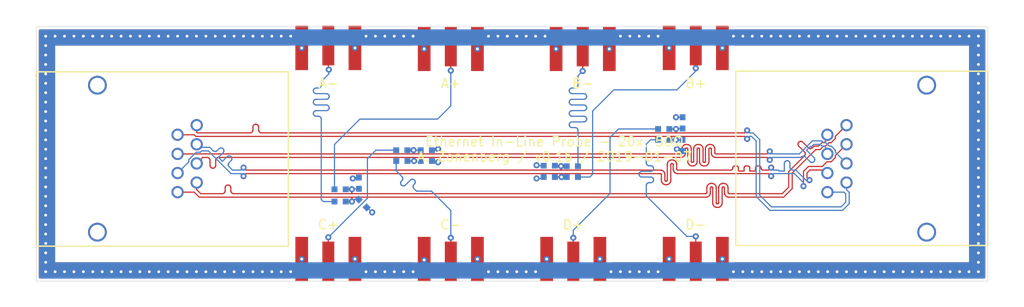
<source format=kicad_pcb>
(kicad_pcb (version 20171130) (host pcbnew "(6.0.0-rc1-dev-1427-g10887868d)")
  (layers (0 F.Cu signal) (1 In1.Cu power) (2 In2.Cu power) (31 B.Cu signal) (34 B.Paste user) (35 F.Paste user) (36 B.SilkS user) (37 F.SilkS user) (38 B.Mask user) (39 F.Mask user) (44 Edge.Cuts user))
  (net 0 "")
  (net 1 /GND)
  (net 2 /CH1_P)
  (net 3 /CH1_N)
  (net 4 /CH4_N)
  (net 5 /CH4_P)
  (net 6 /CH2_N)
  (net 7 /CH2_P)
  (net 8 /CH3_P)
  (net 9 /CH3_N)
  (net 10 "Net-(J2-Pad1)")
  (net 11 "Net-(J3-Pad1)")
  (net 12 "Net-(J4-Pad1)")
  (net 13 "Net-(J5-Pad1)")
  (net 14 "Net-(J7-Pad1)")
  (net 15 "Net-(J8-Pad1)")
  (net 16 "Net-(J9-Pad1)")
  (net 17 "Net-(J10-Pad1)")
  (module azonenberg_pcb:EIA_0402_RES_NOSILK (layer B.Cu) (at 138.6 57.6 90)
    (fp_text reference R16 hide)
    (fp_text value 100K hide)
    (pad 2 smd rect (at 0.597 0 90) (size 0.635 0.61) (layers B.Cu B.Paste B.Mask) (net 4 /CH4_N))
    (pad 1 smd rect (at -0.597 0 90) (size 0.635 0.61) (layers B.Cu B.Paste B.Mask) (net 1 /GND))
  )
  (module azonenberg_pcb:EIA_0402_RES_NOSILK (layer B.Cu) (at 138.6 55.2 270)
    (fp_text reference R15 hide)
    (fp_text value 100K hide)
    (pad 2 smd rect (at 0.597 0 270) (size 0.635 0.61) (layers B.Cu B.Paste B.Mask) (net 5 /CH4_P))
    (pad 1 smd rect (at -0.597 0 270) (size 0.635 0.61) (layers B.Cu B.Paste B.Mask) (net 1 /GND))
  )
  (module azonenberg_pcb:EIA_0402_RES_NOSILK (layer B.Cu) (at 111.4 59.25 180)
    (fp_text reference R14 hide)
    (fp_text value 100K hide)
    (pad 2 smd rect (at 0.597 0 180) (size 0.635 0.61) (layers B.Cu B.Paste B.Mask) (net 9 /CH3_N))
    (pad 1 smd rect (at -0.597 0 180) (size 0.635 0.61) (layers B.Cu B.Paste B.Mask) (net 1 /GND))
  )
  (module azonenberg_pcb:EIA_0402_RES_NOSILK (layer B.Cu) (at 111.4 58.1 180)
    (fp_text reference R13 hide)
    (fp_text value 100K hide)
    (pad 2 smd rect (at 0.597 0 180) (size 0.635 0.61) (layers B.Cu B.Paste B.Mask) (net 8 /CH3_P))
    (pad 1 smd rect (at -0.597 0 180) (size 0.635 0.61) (layers B.Cu B.Paste B.Mask) (net 1 /GND))
  )
  (module azonenberg_pcb:EIA_0402_RES_NOSILK (layer B.Cu) (at 124.45 59.75)
    (fp_text reference R12 hide)
    (fp_text value 100K hide)
    (pad 2 smd rect (at 0.597 0) (size 0.635 0.61) (layers B.Cu B.Paste B.Mask) (net 6 /CH2_N))
    (pad 1 smd rect (at -0.597 0) (size 0.635 0.61) (layers B.Cu B.Paste B.Mask) (net 1 /GND))
  )
  (module azonenberg_pcb:EIA_0402_RES_NOSILK (layer B.Cu) (at 124.45 60.95)
    (fp_text reference R11 hide)
    (fp_text value 100K hide)
    (pad 2 smd rect (at 0.597 0) (size 0.635 0.61) (layers B.Cu B.Paste B.Mask) (net 7 /CH2_P))
    (pad 1 smd rect (at -0.597 0) (size 0.635 0.61) (layers B.Cu B.Paste B.Mask) (net 1 /GND))
  )
  (module azonenberg_pcb:EIA_0402_RES_NOSILK (layer B.Cu) (at 104.65 63.75 135)
    (fp_text reference R10 hide)
    (fp_text value 100K hide)
    (pad 2 smd rect (at 0.597 0 135) (size 0.635 0.61) (layers B.Cu B.Paste B.Mask) (net 3 /CH1_N))
    (pad 1 smd rect (at -0.597 0 135) (size 0.635 0.61) (layers B.Cu B.Paste B.Mask) (net 1 /GND))
  )
  (module azonenberg_pcb:EIA_0402_RES_NOSILK (layer B.Cu) (at 104.25 61.6 270)
    (fp_text reference R9 hide)
    (fp_text value 100K hide)
    (pad 2 smd rect (at 0.597 0 270) (size 0.635 0.61) (layers B.Cu B.Paste B.Mask) (net 2 /CH1_P))
    (pad 1 smd rect (at -0.597 0 270) (size 0.635 0.61) (layers B.Cu B.Paste B.Mask) (net 1 /GND))
  )
  (module azonenberg_pcb:CONN_STEWART_SS60000_009 (layer F.Cu) (at 161 59 90)
    (fp_text reference J6 hide)
    (fp_text value STEWART_SS_60000_009)
    (pad 9 thru_hole circle (at 7.8 3.51 90) (size 2 2) (drill 1.57) (layers *.Cu *.Mask) (net 1 /GND))
    (pad 9 thru_hole circle (at -7.8 3.51 90) (size 2 2) (drill 1.57) (layers *.Cu *.Mask) (net 1 /GND))
    (pad "" np_thru_hole circle (at 5.715 0 90) (size 3.25 3.25) (drill 3.25) (layers *.Cu *.Mask))
    (pad "" np_thru_hole circle (at -5.715 0 90) (size 3.25 3.25) (drill 3.25) (layers *.Cu *.Mask))
    (pad 2 thru_hole circle (at 3.555 -5 90) (size 1.3 1.3) (drill 0.89) (layers *.Cu *.Mask) (net 3 /CH1_N))
    (pad 3 thru_hole circle (at 1.525 -5 90) (size 1.3 1.3) (drill 0.89) (layers *.Cu *.Mask) (net 7 /CH2_P))
    (pad 4 thru_hole circle (at -0.505 -5 90) (size 1.3 1.3) (drill 0.89) (layers *.Cu *.Mask) (net 8 /CH3_P))
    (pad 8 thru_hole circle (at -2.535 -5 90) (size 1.3 1.3) (drill 0.89) (layers *.Cu *.Mask) (net 4 /CH4_N))
    (pad 1 thru_hole circle (at 2.535 -7.03 90) (size 1.3 1.3) (drill 0.89) (layers *.Cu *.Mask) (net 2 /CH1_P))
    (pad 5 thru_hole circle (at 0.505 -7.03 90) (size 1.3 1.3) (drill 0.89) (layers *.Cu *.Mask) (net 9 /CH3_N))
    (pad 6 thru_hole circle (at -1.525 -7.03 90) (size 1.3 1.3) (drill 0.89) (layers *.Cu *.Mask) (net 6 /CH2_N))
    (pad 7 thru_hole circle (at -3.555 -7.03 90) (size 1.3 1.3) (drill 0.89) (layers *.Cu *.Mask) (net 5 /CH4_P))
  )
  (module azonenberg_pcb:CONN_STEWART_SS60000_009 (layer F.Cu) (at 80 59 270)
    (fp_text reference J1 hide)
    (fp_text value STEWART_SS_60000_009)
    (pad 9 thru_hole circle (at 7.8 3.51 270) (size 2 2) (drill 1.57) (layers *.Cu *.Mask) (net 1 /GND))
    (pad 9 thru_hole circle (at -7.8 3.51 270) (size 2 2) (drill 1.57) (layers *.Cu *.Mask) (net 1 /GND))
    (pad "" np_thru_hole circle (at 5.715 0 270) (size 3.25 3.25) (drill 3.25) (layers *.Cu *.Mask))
    (pad "" np_thru_hole circle (at -5.715 0 270) (size 3.25 3.25) (drill 3.25) (layers *.Cu *.Mask))
    (pad 2 thru_hole circle (at 3.555 -5 270) (size 1.3 1.3) (drill 0.89) (layers *.Cu *.Mask) (net 3 /CH1_N))
    (pad 3 thru_hole circle (at 1.525 -5 270) (size 1.3 1.3) (drill 0.89) (layers *.Cu *.Mask) (net 7 /CH2_P))
    (pad 4 thru_hole circle (at -0.505 -5 270) (size 1.3 1.3) (drill 0.89) (layers *.Cu *.Mask) (net 8 /CH3_P))
    (pad 8 thru_hole circle (at -2.535 -5 270) (size 1.3 1.3) (drill 0.89) (layers *.Cu *.Mask) (net 4 /CH4_N))
    (pad 1 thru_hole circle (at 2.535 -7.03 270) (size 1.3 1.3) (drill 0.89) (layers *.Cu *.Mask) (net 2 /CH1_P))
    (pad 5 thru_hole circle (at 0.505 -7.03 270) (size 1.3 1.3) (drill 0.89) (layers *.Cu *.Mask) (net 9 /CH3_N))
    (pad 6 thru_hole circle (at -1.525 -7.03 270) (size 1.3 1.3) (drill 0.89) (layers *.Cu *.Mask) (net 6 /CH2_N))
    (pad 7 thru_hole circle (at -3.555 -7.03 270) (size 1.3 1.3) (drill 0.89) (layers *.Cu *.Mask) (net 5 /CH4_P))
  )
  (module azonenberg_pcb:EIA_0402_RES_NOSILK (layer B.Cu) (at 136.6 57)
    (fp_text reference R8 hide)
    (fp_text value 953 hide)
    (pad 2 smd rect (at 0.597 0) (size 0.635 0.61) (layers B.Cu B.Paste B.Mask) (net 4 /CH4_N))
    (pad 1 smd rect (at -0.597 0) (size 0.635 0.61) (layers B.Cu B.Paste B.Mask) (net 17 "Net-(J10-Pad1)"))
  )
  (module azonenberg_pcb:EIA_0402_RES_NOSILK (layer B.Cu) (at 136.6 55.85)
    (fp_text reference R7 hide)
    (fp_text value 953 hide)
    (pad 2 smd rect (at 0.597 0) (size 0.635 0.61) (layers B.Cu B.Paste B.Mask) (net 5 /CH4_P))
    (pad 1 smd rect (at -0.597 0) (size 0.635 0.61) (layers B.Cu B.Paste B.Mask) (net 16 "Net-(J9-Pad1)"))
  )
  (module azonenberg_pcb:EIA_0402_RES_NOSILK (layer B.Cu) (at 108.803 59.25)
    (fp_text reference R6 hide)
    (fp_text value 953 hide)
    (pad 2 smd rect (at 0.597 0) (size 0.635 0.61) (layers B.Cu B.Paste B.Mask) (net 9 /CH3_N))
    (pad 1 smd rect (at -0.597 0) (size 0.635 0.61) (layers B.Cu B.Paste B.Mask) (net 15 "Net-(J8-Pad1)"))
  )
  (module azonenberg_pcb:EIA_0402_RES_NOSILK (layer B.Cu) (at 108.8 58.1)
    (fp_text reference R5 hide)
    (fp_text value 953 hide)
    (pad 2 smd rect (at 0.597 0) (size 0.635 0.61) (layers B.Cu B.Paste B.Mask) (net 8 /CH3_P))
    (pad 1 smd rect (at -0.597 0) (size 0.635 0.61) (layers B.Cu B.Paste B.Mask) (net 14 "Net-(J7-Pad1)"))
  )
  (module azonenberg_pcb:EIA_0402_RES_NOSILK (layer B.Cu) (at 126.9 59.8 180)
    (fp_text reference R4 hide)
    (fp_text value 953 hide)
    (pad 2 smd rect (at 0.597 0 180) (size 0.635 0.61) (layers B.Cu B.Paste B.Mask) (net 6 /CH2_N))
    (pad 1 smd rect (at -0.597 0 180) (size 0.635 0.61) (layers B.Cu B.Paste B.Mask) (net 13 "Net-(J5-Pad1)"))
  )
  (module azonenberg_pcb:EIA_0402_RES_NOSILK (layer B.Cu) (at 126.9 60.95 180)
    (fp_text reference R3 hide)
    (fp_text value 953 hide)
    (pad 2 smd rect (at 0.597 0 180) (size 0.635 0.61) (layers B.Cu B.Paste B.Mask) (net 7 /CH2_P))
    (pad 1 smd rect (at -0.597 0 180) (size 0.635 0.61) (layers B.Cu B.Paste B.Mask) (net 12 "Net-(J4-Pad1)"))
  )
  (module azonenberg_pcb:EIA_0402_RES_NOSILK (layer B.Cu) (at 102.25 63.55)
    (fp_text reference R2 hide)
    (fp_text value 953 hide)
    (pad 2 smd rect (at 0.597 0) (size 0.635 0.61) (layers B.Cu B.Paste B.Mask) (net 3 /CH1_N))
    (pad 1 smd rect (at -0.597 0) (size 0.635 0.61) (layers B.Cu B.Paste B.Mask) (net 11 "Net-(J3-Pad1)"))
  )
  (module azonenberg_pcb:EIA_0402_RES_NOSILK (layer B.Cu) (at 102.25 62.25)
    (fp_text reference R1 hide)
    (fp_text value 953 hide)
    (pad 1 smd rect (at -0.597 0) (size 0.635 0.61) (layers B.Cu B.Paste B.Mask) (net 10 "Net-(J2-Pad1)"))
    (pad 2 smd rect (at 0.597 0) (size 0.635 0.61) (layers B.Cu B.Paste B.Mask) (net 2 /CH1_P))
  )
  (module azonenberg_pcb:CONN_SMA_EDGE_SAMTEC_SMA_J_P_H_ST_EM1 (layer F.Cu) (at 140 72)
    (fp_text reference J10 hide)
    (fp_text value SMA-J-P-H-ST-EM1)
    (pad 2 smd rect (at -2.825 -2.35) (size 1.35 4.7) (layers F.Cu F.Paste F.Mask) (net 1 /GND))
    (pad 2 smd rect (at 2.825 -2.35) (size 1.35 4.7) (layers F.Cu F.Paste F.Mask) (net 1 /GND))
    (pad 1 smd rect (at 0 -2.1) (size 1.27 4.2) (layers F.Cu F.Paste F.Mask) (net 17 "Net-(J10-Pad1)"))
  )
  (module azonenberg_pcb:CONN_SMA_EDGE_SAMTEC_SMA_J_P_H_ST_EM1 (layer F.Cu) (at 127 72)
    (fp_text reference J9 hide)
    (fp_text value SMA-J-P-H-ST-EM1)
    (pad 2 smd rect (at -2.825 -2.35) (size 1.35 4.7) (layers F.Cu F.Paste F.Mask) (net 1 /GND))
    (pad 2 smd rect (at 2.825 -2.35) (size 1.35 4.7) (layers F.Cu F.Paste F.Mask) (net 1 /GND))
    (pad 1 smd rect (at 0 -2.1) (size 1.27 4.2) (layers F.Cu F.Paste F.Mask) (net 16 "Net-(J9-Pad1)"))
  )
  (module azonenberg_pcb:CONN_SMA_EDGE_SAMTEC_SMA_J_P_H_ST_EM1 (layer F.Cu) (at 114 72)
    (fp_text reference J8 hide)
    (fp_text value SMA-J-P-H-ST-EM1)
    (pad 2 smd rect (at -2.825 -2.35) (size 1.35 4.7) (layers F.Cu F.Paste F.Mask) (net 1 /GND))
    (pad 2 smd rect (at 2.825 -2.35) (size 1.35 4.7) (layers F.Cu F.Paste F.Mask) (net 1 /GND))
    (pad 1 smd rect (at 0 -2.1) (size 1.27 4.2) (layers F.Cu F.Paste F.Mask) (net 15 "Net-(J8-Pad1)"))
  )
  (module azonenberg_pcb:CONN_SMA_EDGE_SAMTEC_SMA_J_P_H_ST_EM1 (layer F.Cu) (at 101 72)
    (fp_text reference J7 hide)
    (fp_text value SMA-J-P-H-ST-EM1)
    (pad 2 smd rect (at -2.825 -2.35) (size 1.35 4.7) (layers F.Cu F.Paste F.Mask) (net 1 /GND))
    (pad 2 smd rect (at 2.825 -2.35) (size 1.35 4.7) (layers F.Cu F.Paste F.Mask) (net 1 /GND))
    (pad 1 smd rect (at 0 -2.1) (size 1.27 4.2) (layers F.Cu F.Paste F.Mask) (net 14 "Net-(J7-Pad1)"))
  )
  (module azonenberg_pcb:CONN_SMA_EDGE_SAMTEC_SMA_J_P_H_ST_EM1 (layer F.Cu) (at 128 45 180)
    (fp_text reference J5 hide)
    (fp_text value SMA-J-P-H-ST-EM1)
    (pad 2 smd rect (at -2.825 -2.35 180) (size 1.35 4.7) (layers F.Cu F.Paste F.Mask) (net 1 /GND))
    (pad 2 smd rect (at 2.825 -2.35 180) (size 1.35 4.7) (layers F.Cu F.Paste F.Mask) (net 1 /GND))
    (pad 1 smd rect (at 0 -2.1 180) (size 1.27 4.2) (layers F.Cu F.Paste F.Mask) (net 13 "Net-(J5-Pad1)"))
  )
  (module azonenberg_pcb:CONN_SMA_EDGE_SAMTEC_SMA_J_P_H_ST_EM1 (layer F.Cu) (at 140 44.9 180)
    (fp_text reference J4 hide)
    (fp_text value SMA-J-P-H-ST-EM1)
    (pad 2 smd rect (at -2.825 -2.35 180) (size 1.35 4.7) (layers F.Cu F.Paste F.Mask) (net 1 /GND))
    (pad 2 smd rect (at 2.825 -2.35 180) (size 1.35 4.7) (layers F.Cu F.Paste F.Mask) (net 1 /GND))
    (pad 1 smd rect (at 0 -2.1 180) (size 1.27 4.2) (layers F.Cu F.Paste F.Mask) (net 12 "Net-(J4-Pad1)"))
  )
  (module azonenberg_pcb:CONN_SMA_EDGE_SAMTEC_SMA_J_P_H_ST_EM1 (layer F.Cu) (at 101 44.9 180)
    (fp_text reference J3 hide)
    (fp_text value SMA-J-P-H-ST-EM1)
    (pad 2 smd rect (at -2.825 -2.35 180) (size 1.35 4.7) (layers F.Cu F.Paste F.Mask) (net 1 /GND))
    (pad 2 smd rect (at 2.825 -2.35 180) (size 1.35 4.7) (layers F.Cu F.Paste F.Mask) (net 1 /GND))
    (pad 1 smd rect (at 0 -2.1 180) (size 1.27 4.2) (layers F.Cu F.Paste F.Mask) (net 11 "Net-(J3-Pad1)"))
  )
  (module azonenberg_pcb:CONN_SMA_EDGE_SAMTEC_SMA_J_P_H_ST_EM1 (layer F.Cu) (at 114 45 180)
    (fp_text reference J2 hide)
    (fp_text value SMA-J-P-H-ST-EM1)
    (pad 2 smd rect (at -2.825 -2.35 180) (size 1.35 4.7) (layers F.Cu F.Paste F.Mask) (net 1 /GND))
    (pad 2 smd rect (at 2.825 -2.35 180) (size 1.35 4.7) (layers F.Cu F.Paste F.Mask) (net 1 /GND))
    (pad 1 smd rect (at 0 -2.1 180) (size 1.27 4.2) (layers F.Cu F.Paste F.Mask) (net 10 "Net-(J2-Pad1)"))
  )
  (gr_text D- (at 140 66) (layer F.SilkS) (effects (font (size 1 1))))
  (gr_text D+ (at 127 66) (layer F.SilkS) (effects (font (size 1 1))))
  (gr_text C- (at 114 66) (layer F.SilkS) (effects (font (size 1 1))))
  (gr_text C+ (at 101 66) (layer F.SilkS) (effects (font (size 1 1))))
  (gr_text B- (at 128 51) (layer F.SilkS) (effects (font (size 1 1))))
  (gr_text B+ (at 140 51) (layer F.SilkS) (effects (font (size 1 1))))
  (gr_text A- (at 101 51) (layer F.SilkS) (effects (font (size 1 1))))
  (gr_text A+ (at 114 51) (layer F.SilkS) (effects (font (size 1 1))))
  (gr_text "Ethernet In-Line Probe - 20x, 50Ω\nA. Zonenberg / v0.1b / 2019-01-07" (at 125 58) (layer F.SilkS) (effects (font (size 1 1))))
  (gr_line (start 171 45) (end 70 45) (layer Edge.Cuts) (width 0.05))
  (gr_line (start 171 72) (end 171 45) (layer Edge.Cuts) (width 0.05))
  (gr_line (start 70 72) (end 171 72) (layer Edge.Cuts) (width 0.05))
  (gr_line (start 70 45) (end 70 72) (layer Edge.Cuts) (width 0.05))
  (via (at 98.175 47.25) (size 0.65) (drill 0.3) (layers F.Cu B.Cu) (net 1))
  (via (at 103.825 47.25) (size 0.65) (drill 0.3) (layers F.Cu B.Cu) (net 1))
  (via (at 111.175 47.35) (size 0.65) (drill 0.3) (layers F.Cu B.Cu) (net 1))
  (via (at 116.825 47.35) (size 0.65) (drill 0.3) (layers F.Cu B.Cu) (net 1))
  (via (at 125.175 47.35) (size 0.65) (drill 0.3) (layers F.Cu B.Cu) (net 1))
  (via (at 130.825 47.35) (size 0.65) (drill 0.3) (layers F.Cu B.Cu) (net 1))
  (via (at 137.175 47.25) (size 0.65) (drill 0.3) (layers F.Cu B.Cu) (net 1))
  (via (at 142.825 47.25) (size 0.65) (drill 0.3) (layers F.Cu B.Cu) (net 1))
  (via (at 142.825 69.65) (size 0.65) (drill 0.3) (layers F.Cu B.Cu) (net 1))
  (via (at 137.175 69.65) (size 0.65) (drill 0.3) (layers F.Cu B.Cu) (net 1))
  (via (at 129.825 69.65) (size 0.65) (drill 0.3) (layers F.Cu B.Cu) (net 1))
  (via (at 124.175 69.65) (size 0.65) (drill 0.3) (layers F.Cu B.Cu) (net 1))
  (via (at 98.175 69.65) (size 0.65) (drill 0.3) (layers F.Cu B.Cu) (net 1))
  (via (at 103.825 69.65) (size 0.65) (drill 0.3) (layers F.Cu B.Cu) (net 1))
  (via (at 111.175 69.75) (size 0.65) (drill 0.3) (layers F.Cu B.Cu) (net 1))
  (via (at 116.825 69.65) (size 0.65) (drill 0.3) (layers F.Cu B.Cu) (net 1))
  (via (at 97 46) (size 0.65) (drill 0.3) (layers F.Cu B.Cu) (net 1))
  (via (at 96 46) (size 0.65) (drill 0.3) (layers F.Cu B.Cu) (net 1))
  (segment (start 97 46) (end 96 46) (width 0.125) (layer F.Cu) (net 1))
  (via (at 95 46) (size 0.65) (drill 0.3) (layers F.Cu B.Cu) (net 1))
  (segment (start 96 46) (end 95 46) (width 0.125) (layer B.Cu) (net 1))
  (via (at 94 46) (size 0.65) (drill 0.3) (layers F.Cu B.Cu) (net 1))
  (segment (start 95 46) (end 94 46) (width 0.125) (layer F.Cu) (net 1))
  (via (at 93 46) (size 0.65) (drill 0.3) (layers F.Cu B.Cu) (net 1))
  (segment (start 94 46) (end 93 46) (width 0.125) (layer B.Cu) (net 1))
  (via (at 92 46) (size 0.65) (drill 0.3) (layers F.Cu B.Cu) (net 1))
  (segment (start 93 46) (end 92 46) (width 0.125) (layer F.Cu) (net 1))
  (via (at 91 46) (size 0.65) (drill 0.3) (layers F.Cu B.Cu) (net 1))
  (segment (start 92 46) (end 91 46) (width 0.125) (layer B.Cu) (net 1))
  (via (at 90 46) (size 0.65) (drill 0.3) (layers F.Cu B.Cu) (net 1))
  (segment (start 91 46) (end 90 46) (width 0.125) (layer F.Cu) (net 1))
  (via (at 89 46) (size 0.65) (drill 0.3) (layers F.Cu B.Cu) (net 1))
  (segment (start 90 46) (end 89 46) (width 0.125) (layer B.Cu) (net 1))
  (via (at 88 46) (size 0.65) (drill 0.3) (layers F.Cu B.Cu) (net 1))
  (segment (start 89 46) (end 88 46) (width 0.125) (layer F.Cu) (net 1))
  (via (at 87 46) (size 0.65) (drill 0.3) (layers F.Cu B.Cu) (net 1))
  (segment (start 88 46) (end 87 46) (width 0.125) (layer B.Cu) (net 1))
  (via (at 86 46) (size 0.65) (drill 0.3) (layers F.Cu B.Cu) (net 1))
  (segment (start 87 46) (end 86 46) (width 0.125) (layer F.Cu) (net 1))
  (via (at 85 46) (size 0.65) (drill 0.3) (layers F.Cu B.Cu) (net 1))
  (segment (start 86 46) (end 85 46) (width 0.125) (layer B.Cu) (net 1))
  (via (at 84 46) (size 0.65) (drill 0.3) (layers F.Cu B.Cu) (net 1))
  (segment (start 85 46) (end 84 46) (width 0.125) (layer F.Cu) (net 1))
  (via (at 83 46) (size 0.65) (drill 0.3) (layers F.Cu B.Cu) (net 1))
  (segment (start 84 46) (end 83 46) (width 0.125) (layer B.Cu) (net 1))
  (via (at 82 46) (size 0.65) (drill 0.3) (layers F.Cu B.Cu) (net 1))
  (segment (start 83 46) (end 82 46) (width 0.125) (layer F.Cu) (net 1))
  (via (at 81 46) (size 0.65) (drill 0.3) (layers F.Cu B.Cu) (net 1))
  (segment (start 82 46) (end 81 46) (width 0.125) (layer B.Cu) (net 1))
  (via (at 80 46) (size 0.65) (drill 0.3) (layers F.Cu B.Cu) (net 1))
  (segment (start 81 46) (end 80 46) (width 0.125) (layer F.Cu) (net 1))
  (via (at 79 46) (size 0.65) (drill 0.3) (layers F.Cu B.Cu) (net 1))
  (segment (start 80 46) (end 79 46) (width 0.125) (layer B.Cu) (net 1))
  (via (at 78 46) (size 0.65) (drill 0.3) (layers F.Cu B.Cu) (net 1))
  (segment (start 79 46) (end 78 46) (width 0.125) (layer F.Cu) (net 1))
  (via (at 77 46) (size 0.65) (drill 0.3) (layers F.Cu B.Cu) (net 1))
  (segment (start 78 46) (end 77 46) (width 0.125) (layer B.Cu) (net 1))
  (via (at 76 46) (size 0.65) (drill 0.3) (layers F.Cu B.Cu) (net 1))
  (segment (start 77 46) (end 76 46) (width 0.125) (layer F.Cu) (net 1))
  (via (at 75 46) (size 0.65) (drill 0.3) (layers F.Cu B.Cu) (net 1))
  (segment (start 76 46) (end 75 46) (width 0.125) (layer B.Cu) (net 1))
  (via (at 74 46) (size 0.65) (drill 0.3) (layers F.Cu B.Cu) (net 1))
  (segment (start 75 46) (end 74 46) (width 0.125) (layer F.Cu) (net 1))
  (via (at 73 46) (size 0.65) (drill 0.3) (layers F.Cu B.Cu) (net 1))
  (segment (start 74 46) (end 73 46) (width 0.125) (layer B.Cu) (net 1))
  (via (at 72 46) (size 0.65) (drill 0.3) (layers F.Cu B.Cu) (net 1))
  (segment (start 73 46) (end 72 46) (width 0.125) (layer F.Cu) (net 1))
  (via (at 71 46) (size 0.65) (drill 0.3) (layers F.Cu B.Cu) (net 1))
  (segment (start 72 46) (end 71 46) (width 0.125) (layer B.Cu) (net 1))
  (via (at 71 47) (size 0.65) (drill 0.3) (layers F.Cu B.Cu) (net 1))
  (segment (start 71 46) (end 71 47) (width 0.125) (layer F.Cu) (net 1))
  (via (at 71 48) (size 0.65) (drill 0.3) (layers F.Cu B.Cu) (net 1))
  (segment (start 71 47) (end 71 48) (width 0.125) (layer B.Cu) (net 1))
  (via (at 71 49) (size 0.65) (drill 0.3) (layers F.Cu B.Cu) (net 1))
  (segment (start 71 48) (end 71 49) (width 0.125) (layer F.Cu) (net 1))
  (segment (start 71 49) (end 71 50) (width 0.125) (layer B.Cu) (net 1))
  (via (at 71 50) (size 0.65) (drill 0.3) (layers F.Cu B.Cu) (net 1))
  (via (at 71 51) (size 0.65) (drill 0.3) (layers F.Cu B.Cu) (net 1))
  (segment (start 71 50) (end 71 51) (width 0.125) (layer B.Cu) (net 1))
  (via (at 71 52) (size 0.65) (drill 0.3) (layers F.Cu B.Cu) (net 1))
  (segment (start 71 51) (end 71 52) (width 0.125) (layer F.Cu) (net 1))
  (via (at 71 53) (size 0.65) (drill 0.3) (layers F.Cu B.Cu) (net 1))
  (segment (start 71 52) (end 71 53) (width 0.125) (layer B.Cu) (net 1))
  (via (at 71 54) (size 0.65) (drill 0.3) (layers F.Cu B.Cu) (net 1))
  (segment (start 71 53) (end 71 54) (width 0.125) (layer F.Cu) (net 1))
  (via (at 71 55) (size 0.65) (drill 0.3) (layers F.Cu B.Cu) (net 1))
  (segment (start 71 54) (end 71 55) (width 0.125) (layer B.Cu) (net 1))
  (via (at 71 56) (size 0.65) (drill 0.3) (layers F.Cu B.Cu) (net 1))
  (segment (start 71 55) (end 71 56) (width 0.125) (layer F.Cu) (net 1))
  (via (at 71 57) (size 0.65) (drill 0.3) (layers F.Cu B.Cu) (net 1))
  (segment (start 71 56) (end 71 57) (width 0.125) (layer B.Cu) (net 1))
  (via (at 71 58) (size 0.65) (drill 0.3) (layers F.Cu B.Cu) (net 1))
  (segment (start 71 57) (end 71 58) (width 0.125) (layer F.Cu) (net 1))
  (via (at 71 59) (size 0.65) (drill 0.3) (layers F.Cu B.Cu) (net 1))
  (segment (start 71 58) (end 71 59) (width 0.125) (layer B.Cu) (net 1))
  (via (at 71 60) (size 0.65) (drill 0.3) (layers F.Cu B.Cu) (net 1))
  (segment (start 71 59) (end 71 60) (width 0.125) (layer F.Cu) (net 1))
  (via (at 71 61) (size 0.65) (drill 0.3) (layers F.Cu B.Cu) (net 1))
  (segment (start 71 60) (end 71 61) (width 0.125) (layer B.Cu) (net 1))
  (via (at 71 62) (size 0.65) (drill 0.3) (layers F.Cu B.Cu) (net 1))
  (segment (start 71 61) (end 71 62) (width 0.125) (layer F.Cu) (net 1))
  (via (at 71 63) (size 0.65) (drill 0.3) (layers F.Cu B.Cu) (net 1))
  (segment (start 71 62) (end 71 63) (width 0.125) (layer B.Cu) (net 1))
  (via (at 71 64) (size 0.65) (drill 0.3) (layers F.Cu B.Cu) (net 1))
  (segment (start 71 63) (end 71 64) (width 0.125) (layer F.Cu) (net 1))
  (via (at 71 65) (size 0.65) (drill 0.3) (layers F.Cu B.Cu) (net 1))
  (segment (start 71 64) (end 71 65) (width 0.125) (layer B.Cu) (net 1))
  (via (at 71 66) (size 0.65) (drill 0.3) (layers F.Cu B.Cu) (net 1))
  (segment (start 71 65) (end 71 66) (width 0.125) (layer F.Cu) (net 1))
  (via (at 71 67) (size 0.65) (drill 0.3) (layers F.Cu B.Cu) (net 1))
  (segment (start 71 66) (end 71 67) (width 0.125) (layer B.Cu) (net 1))
  (via (at 71 68) (size 0.65) (drill 0.3) (layers F.Cu B.Cu) (net 1))
  (segment (start 71 67) (end 71 68) (width 0.125) (layer F.Cu) (net 1))
  (via (at 71 69) (size 0.65) (drill 0.3) (layers F.Cu B.Cu) (net 1))
  (segment (start 71 68) (end 71 69) (width 0.125) (layer B.Cu) (net 1))
  (via (at 71 70) (size 0.65) (drill 0.3) (layers F.Cu B.Cu) (net 1))
  (segment (start 71 69) (end 71 70) (width 0.125) (layer F.Cu) (net 1))
  (via (at 71 71) (size 0.65) (drill 0.3) (layers F.Cu B.Cu) (net 1))
  (segment (start 71 70) (end 71 71) (width 0.125) (layer B.Cu) (net 1))
  (via (at 72 71) (size 0.65) (drill 0.3) (layers F.Cu B.Cu) (net 1))
  (segment (start 71 71) (end 72 71) (width 0.125) (layer F.Cu) (net 1))
  (via (at 73 71) (size 0.65) (drill 0.3) (layers F.Cu B.Cu) (net 1))
  (segment (start 72 71) (end 73 71) (width 0.125) (layer B.Cu) (net 1))
  (via (at 74 71) (size 0.65) (drill 0.3) (layers F.Cu B.Cu) (net 1))
  (segment (start 73 71) (end 74 71) (width 0.125) (layer F.Cu) (net 1))
  (via (at 75 71) (size 0.65) (drill 0.3) (layers F.Cu B.Cu) (net 1))
  (segment (start 74 71) (end 75 71) (width 0.125) (layer B.Cu) (net 1))
  (via (at 76 71) (size 0.65) (drill 0.3) (layers F.Cu B.Cu) (net 1))
  (segment (start 75 71) (end 76 71) (width 0.125) (layer F.Cu) (net 1))
  (via (at 77 71) (size 0.65) (drill 0.3) (layers F.Cu B.Cu) (net 1))
  (segment (start 76 71) (end 77 71) (width 0.125) (layer B.Cu) (net 1))
  (via (at 78 71) (size 0.65) (drill 0.3) (layers F.Cu B.Cu) (net 1))
  (segment (start 77 71) (end 78 71) (width 0.125) (layer F.Cu) (net 1))
  (via (at 79 71) (size 0.65) (drill 0.3) (layers F.Cu B.Cu) (net 1))
  (segment (start 78 71) (end 79 71) (width 0.125) (layer B.Cu) (net 1))
  (via (at 80 71) (size 0.65) (drill 0.3) (layers F.Cu B.Cu) (net 1))
  (segment (start 79 71) (end 80 71) (width 0.125) (layer F.Cu) (net 1))
  (via (at 81 71) (size 0.65) (drill 0.3) (layers F.Cu B.Cu) (net 1))
  (segment (start 80 71) (end 81 71) (width 0.125) (layer B.Cu) (net 1))
  (via (at 82 71) (size 0.65) (drill 0.3) (layers F.Cu B.Cu) (net 1))
  (segment (start 81 71) (end 82 71) (width 0.125) (layer F.Cu) (net 1))
  (via (at 83 71) (size 0.65) (drill 0.3) (layers F.Cu B.Cu) (net 1))
  (segment (start 82 71) (end 83 71) (width 0.125) (layer B.Cu) (net 1))
  (via (at 84 71) (size 0.65) (drill 0.3) (layers F.Cu B.Cu) (net 1))
  (segment (start 83 71) (end 84 71) (width 0.125) (layer F.Cu) (net 1))
  (via (at 85 71) (size 0.65) (drill 0.3) (layers F.Cu B.Cu) (net 1))
  (segment (start 84 71) (end 85 71) (width 0.125) (layer B.Cu) (net 1))
  (via (at 86 71) (size 0.65) (drill 0.3) (layers F.Cu B.Cu) (net 1))
  (segment (start 85 71) (end 86 71) (width 0.125) (layer F.Cu) (net 1))
  (via (at 87 71) (size 0.65) (drill 0.3) (layers F.Cu B.Cu) (net 1))
  (segment (start 86 71) (end 87 71) (width 0.125) (layer B.Cu) (net 1))
  (via (at 88 71) (size 0.65) (drill 0.3) (layers F.Cu B.Cu) (net 1))
  (segment (start 87 71) (end 88 71) (width 0.125) (layer F.Cu) (net 1))
  (via (at 89 71) (size 0.65) (drill 0.3) (layers F.Cu B.Cu) (net 1))
  (segment (start 88 71) (end 89 71) (width 0.125) (layer B.Cu) (net 1))
  (via (at 90 71) (size 0.65) (drill 0.3) (layers F.Cu B.Cu) (net 1))
  (segment (start 89 71) (end 90 71) (width 0.125) (layer F.Cu) (net 1))
  (via (at 91 71) (size 0.65) (drill 0.3) (layers F.Cu B.Cu) (net 1))
  (segment (start 90 71) (end 91 71) (width 0.125) (layer B.Cu) (net 1))
  (via (at 92 71) (size 0.65) (drill 0.3) (layers F.Cu B.Cu) (net 1))
  (segment (start 91 71) (end 92 71) (width 0.125) (layer F.Cu) (net 1))
  (via (at 93 71) (size 0.65) (drill 0.3) (layers F.Cu B.Cu) (net 1))
  (segment (start 92 71) (end 93 71) (width 0.125) (layer B.Cu) (net 1))
  (via (at 94 71) (size 0.65) (drill 0.3) (layers F.Cu B.Cu) (net 1))
  (segment (start 93 71) (end 94 71) (width 0.125) (layer F.Cu) (net 1))
  (via (at 95 71) (size 0.65) (drill 0.3) (layers F.Cu B.Cu) (net 1))
  (segment (start 94 71) (end 95 71) (width 0.125) (layer B.Cu) (net 1))
  (via (at 96 71) (size 0.65) (drill 0.3) (layers F.Cu B.Cu) (net 1))
  (segment (start 95 71) (end 96 71) (width 0.125) (layer F.Cu) (net 1))
  (via (at 97 71) (size 0.65) (drill 0.3) (layers F.Cu B.Cu) (net 1))
  (segment (start 96 71) (end 97 71) (width 0.125) (layer B.Cu) (net 1))
  (via (at 105 71) (size 0.65) (drill 0.3) (layers F.Cu B.Cu) (net 1))
  (via (at 106 71) (size 0.65) (drill 0.3) (layers F.Cu B.Cu) (net 1))
  (segment (start 105 71) (end 106 71) (width 0.125) (layer F.Cu) (net 1))
  (via (at 107 71) (size 0.65) (drill 0.3) (layers F.Cu B.Cu) (net 1))
  (segment (start 106 71) (end 107 71) (width 0.125) (layer B.Cu) (net 1))
  (via (at 108 71) (size 0.65) (drill 0.3) (layers F.Cu B.Cu) (net 1))
  (segment (start 107 71) (end 108 71) (width 0.125) (layer F.Cu) (net 1))
  (via (at 109 71) (size 0.65) (drill 0.3) (layers F.Cu B.Cu) (net 1))
  (segment (start 108 71) (end 109 71) (width 0.125) (layer B.Cu) (net 1))
  (via (at 110 71) (size 0.65) (drill 0.3) (layers F.Cu B.Cu) (net 1))
  (segment (start 109 71) (end 110 71) (width 0.125) (layer F.Cu) (net 1))
  (via (at 118 71) (size 0.65) (drill 0.3) (layers F.Cu B.Cu) (net 1))
  (via (at 119 71) (size 0.65) (drill 0.3) (layers F.Cu B.Cu) (net 1))
  (segment (start 118 71) (end 119 71) (width 0.125) (layer F.Cu) (net 1))
  (via (at 120 71) (size 0.65) (drill 0.3) (layers F.Cu B.Cu) (net 1))
  (segment (start 119 71) (end 120 71) (width 0.125) (layer B.Cu) (net 1))
  (via (at 121 71) (size 0.65) (drill 0.3) (layers F.Cu B.Cu) (net 1))
  (segment (start 120 71) (end 121 71) (width 0.125) (layer F.Cu) (net 1))
  (via (at 122 71) (size 0.65) (drill 0.3) (layers F.Cu B.Cu) (net 1))
  (segment (start 121 71) (end 122 71) (width 0.125) (layer B.Cu) (net 1))
  (via (at 123 71) (size 0.65) (drill 0.3) (layers F.Cu B.Cu) (net 1))
  (segment (start 122 71) (end 123 71) (width 0.125) (layer F.Cu) (net 1))
  (via (at 131 71) (size 0.65) (drill 0.3) (layers F.Cu B.Cu) (net 1))
  (via (at 132 71) (size 0.65) (drill 0.3) (layers F.Cu B.Cu) (net 1))
  (segment (start 131 71) (end 132 71) (width 0.125) (layer F.Cu) (net 1))
  (via (at 133 71) (size 0.65) (drill 0.3) (layers F.Cu B.Cu) (net 1))
  (segment (start 132 71) (end 133 71) (width 0.125) (layer B.Cu) (net 1))
  (via (at 134 71) (size 0.65) (drill 0.3) (layers F.Cu B.Cu) (net 1))
  (segment (start 133 71) (end 134 71) (width 0.125) (layer F.Cu) (net 1))
  (via (at 135 71) (size 0.65) (drill 0.3) (layers F.Cu B.Cu) (net 1))
  (segment (start 134 71) (end 135 71) (width 0.125) (layer B.Cu) (net 1))
  (via (at 136 71) (size 0.65) (drill 0.3) (layers F.Cu B.Cu) (net 1))
  (segment (start 135 71) (end 136 71) (width 0.125) (layer F.Cu) (net 1))
  (via (at 144 71) (size 0.65) (drill 0.3) (layers F.Cu B.Cu) (net 1))
  (via (at 145 71) (size 0.65) (drill 0.3) (layers F.Cu B.Cu) (net 1))
  (segment (start 144 71) (end 145 71) (width 0.125) (layer F.Cu) (net 1))
  (via (at 146 71) (size 0.65) (drill 0.3) (layers F.Cu B.Cu) (net 1))
  (segment (start 145 71) (end 146 71) (width 0.125) (layer B.Cu) (net 1))
  (via (at 147 71) (size 0.65) (drill 0.3) (layers F.Cu B.Cu) (net 1))
  (segment (start 146 71) (end 147 71) (width 0.125) (layer F.Cu) (net 1))
  (via (at 148 71) (size 0.65) (drill 0.3) (layers F.Cu B.Cu) (net 1))
  (segment (start 147 71) (end 148 71) (width 0.125) (layer B.Cu) (net 1))
  (via (at 149 71) (size 0.65) (drill 0.3) (layers F.Cu B.Cu) (net 1))
  (segment (start 148 71) (end 149 71) (width 0.125) (layer F.Cu) (net 1))
  (via (at 150 71) (size 0.65) (drill 0.3) (layers F.Cu B.Cu) (net 1))
  (segment (start 149 71) (end 150 71) (width 0.125) (layer B.Cu) (net 1))
  (via (at 151 71) (size 0.65) (drill 0.3) (layers F.Cu B.Cu) (net 1))
  (segment (start 150 71) (end 151 71) (width 0.125) (layer F.Cu) (net 1))
  (via (at 152 71) (size 0.65) (drill 0.3) (layers F.Cu B.Cu) (net 1))
  (segment (start 151 71) (end 152 71) (width 0.125) (layer B.Cu) (net 1))
  (via (at 153 71) (size 0.65) (drill 0.3) (layers F.Cu B.Cu) (net 1))
  (segment (start 152 71) (end 153 71) (width 0.125) (layer F.Cu) (net 1))
  (via (at 154 71) (size 0.65) (drill 0.3) (layers F.Cu B.Cu) (net 1))
  (segment (start 153 71) (end 154 71) (width 0.125) (layer B.Cu) (net 1))
  (via (at 155 71) (size 0.65) (drill 0.3) (layers F.Cu B.Cu) (net 1))
  (segment (start 154 71) (end 155 71) (width 0.125) (layer F.Cu) (net 1))
  (via (at 156 71) (size 0.65) (drill 0.3) (layers F.Cu B.Cu) (net 1))
  (segment (start 155 71) (end 156 71) (width 0.125) (layer B.Cu) (net 1))
  (via (at 157 71) (size 0.65) (drill 0.3) (layers F.Cu B.Cu) (net 1))
  (segment (start 156 71) (end 157 71) (width 0.125) (layer F.Cu) (net 1))
  (via (at 158 71) (size 0.65) (drill 0.3) (layers F.Cu B.Cu) (net 1))
  (segment (start 157 71) (end 158 71) (width 0.125) (layer B.Cu) (net 1))
  (via (at 159 71) (size 0.65) (drill 0.3) (layers F.Cu B.Cu) (net 1))
  (segment (start 158 71) (end 159 71) (width 0.125) (layer F.Cu) (net 1))
  (via (at 160 71) (size 0.65) (drill 0.3) (layers F.Cu B.Cu) (net 1))
  (segment (start 159 71) (end 160 71) (width 0.125) (layer B.Cu) (net 1))
  (via (at 161 71) (size 0.65) (drill 0.3) (layers F.Cu B.Cu) (net 1))
  (segment (start 160 71) (end 161 71) (width 0.125) (layer F.Cu) (net 1))
  (via (at 162 71) (size 0.65) (drill 0.3) (layers F.Cu B.Cu) (net 1))
  (segment (start 161 71) (end 162 71) (width 0.125) (layer B.Cu) (net 1))
  (via (at 163 71) (size 0.65) (drill 0.3) (layers F.Cu B.Cu) (net 1))
  (segment (start 162 71) (end 163 71) (width 0.125) (layer F.Cu) (net 1))
  (via (at 164 71) (size 0.65) (drill 0.3) (layers F.Cu B.Cu) (net 1))
  (segment (start 163 71) (end 164 71) (width 0.125) (layer B.Cu) (net 1))
  (via (at 165 71) (size 0.65) (drill 0.3) (layers F.Cu B.Cu) (net 1))
  (segment (start 164 71) (end 165 71) (width 0.125) (layer F.Cu) (net 1))
  (via (at 166 71) (size 0.65) (drill 0.3) (layers F.Cu B.Cu) (net 1))
  (segment (start 165 71) (end 166 71) (width 0.125) (layer B.Cu) (net 1))
  (via (at 167 71) (size 0.65) (drill 0.3) (layers F.Cu B.Cu) (net 1))
  (segment (start 166 71) (end 167 71) (width 0.125) (layer F.Cu) (net 1))
  (via (at 168 71) (size 0.65) (drill 0.3) (layers F.Cu B.Cu) (net 1))
  (segment (start 167 71) (end 168 71) (width 0.125) (layer B.Cu) (net 1))
  (via (at 169 71) (size 0.65) (drill 0.3) (layers F.Cu B.Cu) (net 1))
  (segment (start 168 71) (end 169 71) (width 0.125) (layer F.Cu) (net 1))
  (via (at 170 71) (size 0.65) (drill 0.3) (layers F.Cu B.Cu) (net 1))
  (segment (start 169 71) (end 170 71) (width 0.125) (layer B.Cu) (net 1))
  (via (at 170 70) (size 0.65) (drill 0.3) (layers F.Cu B.Cu) (net 1))
  (segment (start 170 71) (end 170 70) (width 0.125) (layer F.Cu) (net 1))
  (segment (start 170 70) (end 170 69) (width 0.125) (layer B.Cu) (net 1))
  (via (at 170 69) (size 0.65) (drill 0.3) (layers F.Cu B.Cu) (net 1))
  (via (at 170 68) (size 0.65) (drill 0.3) (layers F.Cu B.Cu) (net 1))
  (segment (start 170 69) (end 170 68) (width 0.125) (layer F.Cu) (net 1))
  (via (at 170 67) (size 0.65) (drill 0.3) (layers F.Cu B.Cu) (net 1))
  (segment (start 170 68) (end 170 67) (width 0.125) (layer B.Cu) (net 1))
  (via (at 170 66) (size 0.65) (drill 0.3) (layers F.Cu B.Cu) (net 1))
  (segment (start 170 67) (end 170 66) (width 0.125) (layer F.Cu) (net 1))
  (via (at 170 65) (size 0.65) (drill 0.3) (layers F.Cu B.Cu) (net 1))
  (segment (start 170 66) (end 170 65) (width 0.125) (layer B.Cu) (net 1))
  (via (at 170 64) (size 0.65) (drill 0.3) (layers F.Cu B.Cu) (net 1))
  (segment (start 170 65) (end 170 64) (width 0.125) (layer F.Cu) (net 1))
  (via (at 170 63) (size 0.65) (drill 0.3) (layers F.Cu B.Cu) (net 1))
  (segment (start 170 64) (end 170 63) (width 0.125) (layer B.Cu) (net 1))
  (via (at 170 62) (size 0.65) (drill 0.3) (layers F.Cu B.Cu) (net 1))
  (segment (start 170 63) (end 170 62) (width 0.125) (layer F.Cu) (net 1))
  (via (at 170 61) (size 0.65) (drill 0.3) (layers F.Cu B.Cu) (net 1))
  (segment (start 170 62) (end 170 61) (width 0.125) (layer B.Cu) (net 1))
  (via (at 170 60) (size 0.65) (drill 0.3) (layers F.Cu B.Cu) (net 1))
  (segment (start 170 61) (end 170 60) (width 0.125) (layer F.Cu) (net 1))
  (via (at 170 59) (size 0.65) (drill 0.3) (layers F.Cu B.Cu) (net 1))
  (segment (start 170 60) (end 170 59) (width 0.125) (layer B.Cu) (net 1))
  (via (at 170 58) (size 0.65) (drill 0.3) (layers F.Cu B.Cu) (net 1))
  (segment (start 170 59) (end 170 58) (width 0.125) (layer F.Cu) (net 1))
  (via (at 170 57) (size 0.65) (drill 0.3) (layers F.Cu B.Cu) (net 1))
  (segment (start 170 58) (end 170 57) (width 0.125) (layer B.Cu) (net 1))
  (via (at 170 56) (size 0.65) (drill 0.3) (layers F.Cu B.Cu) (net 1))
  (segment (start 170 57) (end 170 56) (width 0.125) (layer F.Cu) (net 1))
  (via (at 170 55) (size 0.65) (drill 0.3) (layers F.Cu B.Cu) (net 1))
  (segment (start 170 56) (end 170 55) (width 0.125) (layer B.Cu) (net 1))
  (via (at 170 54) (size 0.65) (drill 0.3) (layers F.Cu B.Cu) (net 1))
  (segment (start 170 55) (end 170 54) (width 0.125) (layer F.Cu) (net 1))
  (via (at 170 53) (size 0.65) (drill 0.3) (layers F.Cu B.Cu) (net 1))
  (segment (start 170 54) (end 170 53) (width 0.125) (layer B.Cu) (net 1))
  (via (at 170 52) (size 0.65) (drill 0.3) (layers F.Cu B.Cu) (net 1))
  (segment (start 170 53) (end 170 52) (width 0.125) (layer F.Cu) (net 1))
  (via (at 170 51) (size 0.65) (drill 0.3) (layers F.Cu B.Cu) (net 1))
  (segment (start 170 52) (end 170 51) (width 0.125) (layer B.Cu) (net 1))
  (via (at 170 50) (size 0.65) (drill 0.3) (layers F.Cu B.Cu) (net 1))
  (segment (start 170 51) (end 170 50) (width 0.125) (layer F.Cu) (net 1))
  (via (at 170 49) (size 0.65) (drill 0.3) (layers F.Cu B.Cu) (net 1))
  (segment (start 170 50) (end 170 49) (width 0.125) (layer B.Cu) (net 1))
  (via (at 170 48) (size 0.65) (drill 0.3) (layers F.Cu B.Cu) (net 1))
  (segment (start 170 49) (end 170 48) (width 0.125) (layer F.Cu) (net 1))
  (via (at 170 47) (size 0.65) (drill 0.3) (layers F.Cu B.Cu) (net 1))
  (segment (start 170 48) (end 170 47) (width 0.125) (layer B.Cu) (net 1))
  (via (at 170 46) (size 0.65) (drill 0.3) (layers F.Cu B.Cu) (net 1))
  (segment (start 170 47) (end 170 46) (width 0.125) (layer F.Cu) (net 1))
  (via (at 169 46) (size 0.65) (drill 0.3) (layers F.Cu B.Cu) (net 1))
  (segment (start 170 46) (end 169 46) (width 0.125) (layer B.Cu) (net 1))
  (via (at 168 46) (size 0.65) (drill 0.3) (layers F.Cu B.Cu) (net 1))
  (segment (start 169 46) (end 168 46) (width 0.125) (layer F.Cu) (net 1))
  (via (at 167 46) (size 0.65) (drill 0.3) (layers F.Cu B.Cu) (net 1))
  (segment (start 168 46) (end 167 46) (width 0.125) (layer B.Cu) (net 1))
  (via (at 166 46) (size 0.65) (drill 0.3) (layers F.Cu B.Cu) (net 1))
  (segment (start 167 46) (end 166 46) (width 0.125) (layer F.Cu) (net 1))
  (via (at 165 46) (size 0.65) (drill 0.3) (layers F.Cu B.Cu) (net 1))
  (segment (start 166 46) (end 165 46) (width 0.125) (layer B.Cu) (net 1))
  (via (at 164 46) (size 0.65) (drill 0.3) (layers F.Cu B.Cu) (net 1))
  (segment (start 165 46) (end 164 46) (width 0.125) (layer F.Cu) (net 1))
  (via (at 163 46) (size 0.65) (drill 0.3) (layers F.Cu B.Cu) (net 1))
  (segment (start 164 46) (end 163 46) (width 0.125) (layer B.Cu) (net 1))
  (via (at 162 46) (size 0.65) (drill 0.3) (layers F.Cu B.Cu) (net 1))
  (segment (start 163 46) (end 162 46) (width 0.125) (layer F.Cu) (net 1))
  (via (at 161 46) (size 0.65) (drill 0.3) (layers F.Cu B.Cu) (net 1))
  (segment (start 162 46) (end 161 46) (width 0.125) (layer B.Cu) (net 1))
  (via (at 160 46) (size 0.65) (drill 0.3) (layers F.Cu B.Cu) (net 1))
  (segment (start 161 46) (end 160 46) (width 0.125) (layer F.Cu) (net 1))
  (via (at 159 46) (size 0.65) (drill 0.3) (layers F.Cu B.Cu) (net 1))
  (segment (start 160 46) (end 159 46) (width 0.125) (layer B.Cu) (net 1))
  (via (at 158 46) (size 0.65) (drill 0.3) (layers F.Cu B.Cu) (net 1))
  (segment (start 159 46) (end 158 46) (width 0.125) (layer F.Cu) (net 1))
  (via (at 157 46) (size 0.65) (drill 0.3) (layers F.Cu B.Cu) (net 1))
  (segment (start 158 46) (end 157 46) (width 0.125) (layer B.Cu) (net 1))
  (via (at 156 46) (size 0.65) (drill 0.3) (layers F.Cu B.Cu) (net 1))
  (segment (start 157 46) (end 156 46) (width 0.125) (layer F.Cu) (net 1))
  (via (at 155 46) (size 0.65) (drill 0.3) (layers F.Cu B.Cu) (net 1))
  (segment (start 156 46) (end 155 46) (width 0.125) (layer B.Cu) (net 1))
  (via (at 154 46) (size 0.65) (drill 0.3) (layers F.Cu B.Cu) (net 1))
  (segment (start 155 46) (end 154 46) (width 0.125) (layer F.Cu) (net 1))
  (via (at 153 46) (size 0.65) (drill 0.3) (layers F.Cu B.Cu) (net 1))
  (segment (start 154 46) (end 153 46) (width 0.125) (layer B.Cu) (net 1))
  (via (at 152 46) (size 0.65) (drill 0.3) (layers F.Cu B.Cu) (net 1))
  (segment (start 153 46) (end 152 46) (width 0.125) (layer F.Cu) (net 1))
  (via (at 151 46) (size 0.65) (drill 0.3) (layers F.Cu B.Cu) (net 1))
  (segment (start 152 46) (end 151 46) (width 0.125) (layer B.Cu) (net 1))
  (via (at 150 46) (size 0.65) (drill 0.3) (layers F.Cu B.Cu) (net 1))
  (segment (start 151 46) (end 150 46) (width 0.125) (layer F.Cu) (net 1))
  (via (at 149 46) (size 0.65) (drill 0.3) (layers F.Cu B.Cu) (net 1))
  (segment (start 150 46) (end 149 46) (width 0.125) (layer B.Cu) (net 1))
  (via (at 148 46) (size 0.65) (drill 0.3) (layers F.Cu B.Cu) (net 1))
  (segment (start 149 46) (end 148 46) (width 0.125) (layer F.Cu) (net 1))
  (via (at 147 46) (size 0.65) (drill 0.3) (layers F.Cu B.Cu) (net 1))
  (segment (start 148 46) (end 147 46) (width 0.125) (layer B.Cu) (net 1))
  (via (at 146 46) (size 0.65) (drill 0.3) (layers F.Cu B.Cu) (net 1))
  (segment (start 147 46) (end 146 46) (width 0.125) (layer F.Cu) (net 1))
  (via (at 145 46) (size 0.65) (drill 0.3) (layers F.Cu B.Cu) (net 1))
  (segment (start 146 46) (end 145 46) (width 0.125) (layer B.Cu) (net 1))
  (via (at 144 46) (size 0.65) (drill 0.3) (layers F.Cu B.Cu) (net 1))
  (segment (start 145 46) (end 144 46) (width 0.125) (layer F.Cu) (net 1))
  (via (at 136 46) (size 0.65) (drill 0.3) (layers F.Cu B.Cu) (net 1))
  (via (at 135 46) (size 0.65) (drill 0.3) (layers F.Cu B.Cu) (net 1))
  (segment (start 136 46) (end 135 46) (width 0.125) (layer F.Cu) (net 1))
  (via (at 134 46) (size 0.65) (drill 0.3) (layers F.Cu B.Cu) (net 1))
  (segment (start 135 46) (end 134 46) (width 0.125) (layer B.Cu) (net 1))
  (via (at 133 46) (size 0.65) (drill 0.3) (layers F.Cu B.Cu) (net 1))
  (segment (start 134 46) (end 133 46) (width 0.125) (layer F.Cu) (net 1))
  (via (at 132 46) (size 0.65) (drill 0.3) (layers F.Cu B.Cu) (net 1))
  (segment (start 133 46) (end 132 46) (width 0.125) (layer B.Cu) (net 1))
  (via (at 124 46) (size 0.65) (drill 0.3) (layers F.Cu B.Cu) (net 1))
  (via (at 123 46) (size 0.65) (drill 0.3) (layers F.Cu B.Cu) (net 1))
  (segment (start 124 46) (end 123 46) (width 0.125) (layer F.Cu) (net 1))
  (via (at 122 46) (size 0.65) (drill 0.3) (layers F.Cu B.Cu) (net 1))
  (segment (start 123 46) (end 122 46) (width 0.125) (layer B.Cu) (net 1))
  (via (at 121 46) (size 0.65) (drill 0.3) (layers F.Cu B.Cu) (net 1))
  (segment (start 122 46) (end 121 46) (width 0.125) (layer F.Cu) (net 1))
  (via (at 120 46) (size 0.65) (drill 0.3) (layers F.Cu B.Cu) (net 1))
  (segment (start 121 46) (end 120 46) (width 0.125) (layer B.Cu) (net 1))
  (via (at 119 46) (size 0.65) (drill 0.3) (layers F.Cu B.Cu) (net 1))
  (segment (start 120 46) (end 119 46) (width 0.125) (layer F.Cu) (net 1))
  (via (at 118 46) (size 0.65) (drill 0.3) (layers F.Cu B.Cu) (net 1))
  (segment (start 119 46) (end 118 46) (width 0.125) (layer B.Cu) (net 1))
  (via (at 110 46) (size 0.65) (drill 0.3) (layers F.Cu B.Cu) (net 1))
  (via (at 109 46) (size 0.65) (drill 0.3) (layers F.Cu B.Cu) (net 1))
  (segment (start 110 46) (end 109 46) (width 0.125) (layer F.Cu) (net 1))
  (via (at 108 46) (size 0.65) (drill 0.3) (layers F.Cu B.Cu) (net 1))
  (segment (start 109 46) (end 108 46) (width 0.125) (layer B.Cu) (net 1))
  (via (at 107 46) (size 0.65) (drill 0.3) (layers F.Cu B.Cu) (net 1))
  (segment (start 108 46) (end 107 46) (width 0.125) (layer F.Cu) (net 1))
  (via (at 106 46) (size 0.65) (drill 0.3) (layers F.Cu B.Cu) (net 1))
  (segment (start 107 46) (end 106 46) (width 0.125) (layer B.Cu) (net 1))
  (via (at 105 46) (size 0.65) (drill 0.3) (layers F.Cu B.Cu) (net 1))
  (segment (start 106 46) (end 105 46) (width 0.125) (layer F.Cu) (net 1))
  (via (at 138 57.9825) (size 0.65) (drill 0.3) (layers F.Cu B.Cu) (net 1))
  (segment (start 138.2145 58.197) (end 138 57.9825) (width 0.125) (layer B.Cu) (net 1))
  (segment (start 138.6 58.197) (end 138.2145 58.197) (width 0.125) (layer B.Cu) (net 1))
  (via (at 137.9 54.6) (size 0.65) (drill 0.3) (layers F.Cu B.Cu) (net 1))
  (segment (start 137.903 54.603) (end 137.9 54.6) (width 0.125) (layer B.Cu) (net 1))
  (segment (start 138.6 54.603) (end 137.903 54.603) (width 0.125) (layer B.Cu) (net 1))
  (via (at 112.65 59.3825) (size 0.65) (drill 0.3) (layers F.Cu B.Cu) (net 1))
  (segment (start 112.5175 59.25) (end 112.65 59.3825) (width 0.125) (layer B.Cu) (net 1))
  (segment (start 111.997 59.25) (end 112.5175 59.25) (width 0.125) (layer B.Cu) (net 1))
  (via (at 123.1 59.7) (size 0.65) (drill 0.3) (layers F.Cu B.Cu) (net 1))
  (segment (start 123.15 59.75) (end 123.1 59.7) (width 0.125) (layer B.Cu) (net 1))
  (segment (start 123.853 59.75) (end 123.15 59.75) (width 0.125) (layer B.Cu) (net 1))
  (via (at 123.1 61.1) (size 0.65) (drill 0.3) (layers F.Cu B.Cu) (net 1))
  (segment (start 123.703 61.1) (end 123.853 60.95) (width 0.125) (layer B.Cu) (net 1))
  (segment (start 123.1 61.1) (end 123.703 61.1) (width 0.125) (layer B.Cu) (net 1))
  (via (at 112.65 57.9825) (size 0.65) (drill 0.3) (layers F.Cu B.Cu) (net 1))
  (segment (start 112.5325 58.1) (end 112.65 57.9825) (width 0.125) (layer B.Cu) (net 1))
  (segment (start 111.997 58.1) (end 112.5325 58.1) (width 0.125) (layer B.Cu) (net 1))
  (via (at 103.6 61.1) (size 0.65) (drill 0.3) (layers F.Cu B.Cu) (net 1))
  (segment (start 103.697 61.003) (end 103.6 61.1) (width 0.125) (layer B.Cu) (net 1))
  (segment (start 104.25 61.003) (end 103.697 61.003) (width 0.125) (layer B.Cu) (net 1))
  (segment (start 105.122143 64.172143) (end 105.65 64.7) (width 0.125) (layer B.Cu) (net 1))
  (via (at 105.65 64.7) (size 0.65) (drill 0.3) (layers F.Cu B.Cu) (net 1))
  (segment (start 105.072143 64.172143) (end 105.122143 64.172143) (width 0.125) (layer B.Cu) (net 1))
  (segment (start 141.175 62.5875) (end 141.171865 62.615315) (width 0.125) (layer F.Cu) (net 2))
  (segment (start 141.175 62.092924) (end 141.175 62.5875) (width 0.125) (layer F.Cu) (net 2))
  (segment (start 141.277781 61.799193) (end 141.221654 61.888518) (width 0.125) (layer F.Cu) (net 2))
  (segment (start 141.646108 61.621816) (end 141.541276 61.633627) (width 0.125) (layer F.Cu) (net 2))
  (segment (start 141.808723 61.633627) (end 141.703891 61.621816) (width 0.125) (layer F.Cu) (net 2))
  (segment (start 142.072218 61.799193) (end 141.997622 61.724597) (width 0.125) (layer F.Cu) (net 2))
  (segment (start 142.163188 61.988092) (end 142.128345 61.888518) (width 0.125) (layer F.Cu) (net 2))
  (segment (start 151.578189 58.646005) (end 151.536305 58.698528) (width 0.125) (layer F.Cu) (net 2))
  (segment (start 90.480165 61.82237) (end 90.416756 61.800182) (width 0.125) (layer F.Cu) (net 2))
  (segment (start 142.175 62.092924) (end 142.163188 61.988092) (width 0.125) (layer F.Cu) (net 2))
  (segment (start 151.607337 58.387312) (end 151.622286 58.452806) (width 0.125) (layer F.Cu) (net 2))
  (segment (start 142.245764 63.790806) (end 142.222063 63.775913) (width 0.125) (layer F.Cu) (net 2))
  (segment (start 142.272184 63.80005) (end 142.245764 63.790806) (width 0.125) (layer F.Cu) (net 2))
  (segment (start 142.178134 63.706) (end 142.175 63.678184) (width 0.125) (layer F.Cu) (net 2))
  (segment (start 142.327815 63.80005) (end 142.3 63.803184) (width 0.125) (layer F.Cu) (net 2))
  (segment (start 142.128345 61.888518) (end 142.072218 61.799193) (width 0.125) (layer F.Cu) (net 2))
  (segment (start 142.354235 63.790806) (end 142.327815 63.80005) (width 0.125) (layer F.Cu) (net 2))
  (segment (start 151.536305 58.698528) (end 149.8625 60.372334) (width 0.125) (layer F.Cu) (net 2))
  (segment (start 142.412621 63.73242) (end 142.397728 63.756121) (width 0.125) (layer F.Cu) (net 2))
  (segment (start 142.471654 61.888518) (end 142.436811 61.988092) (width 0.125) (layer F.Cu) (net 2))
  (segment (start 152.572334 57.6625) (end 152.384834 57.85) (width 0.125) (layer F.Cu) (net 2))
  (segment (start 142.691702 61.66847) (end 142.602377 61.724597) (width 0.125) (layer F.Cu) (net 2))
  (segment (start 142.527781 61.799193) (end 142.471654 61.888518) (width 0.125) (layer F.Cu) (net 2))
  (segment (start 141.186811 61.988092) (end 141.175 62.092924) (width 0.125) (layer F.Cu) (net 2))
  (segment (start 142.3 63.803184) (end 142.272184 63.80005) (width 0.125) (layer F.Cu) (net 2))
  (segment (start 142.377936 63.775913) (end 142.354235 63.790806) (width 0.125) (layer F.Cu) (net 2))
  (segment (start 142.896108 61.621816) (end 142.791276 61.633627) (width 0.125) (layer F.Cu) (net 2))
  (segment (start 150.849282 57.427501) (end 150.849282 57.49468) (width 0.125) (layer F.Cu) (net 2))
  (segment (start 143.378345 61.888518) (end 143.322218 61.799193) (width 0.125) (layer F.Cu) (net 2))
  (segment (start 143.247622 61.724597) (end 143.158297 61.66847) (width 0.125) (layer F.Cu) (net 2))
  (segment (start 153.032682 57.6625) (end 152.572334 57.6625) (width 0.125) (layer F.Cu) (net 2))
  (segment (start 142.397728 63.756121) (end 142.377936 63.775913) (width 0.125) (layer F.Cu) (net 2))
  (segment (start 143.425 62.5875) (end 143.425 62.092924) (width 0.125) (layer F.Cu) (net 2))
  (segment (start 90.95 62.7125) (end 90.883243 62.704978) (width 0.125) (layer F.Cu) (net 2))
  (segment (start 151.960569 57.85) (end 151.359528 57.248959) (width 0.125) (layer F.Cu) (net 2))
  (segment (start 90.283243 61.800182) (end 90.219834 61.82237) (width 0.125) (layer F.Cu) (net 2))
  (segment (start 141.352377 61.724597) (end 141.277781 61.799193) (width 0.125) (layer F.Cu) (net 2))
  (segment (start 142.425 63.678184) (end 142.421865 63.706) (width 0.125) (layer F.Cu) (net 2))
  (segment (start 150.935264 57.248959) (end 150.893378 57.301481) (width 0.125) (layer F.Cu) (net 2))
  (segment (start 150.935264 57.673223) (end 151.536304 58.274263) (width 0.125) (layer F.Cu) (net 2))
  (segment (start 90.62029 61.962495) (end 90.584549 61.905614) (width 0.125) (layer F.Cu) (net 2))
  (segment (start 151.307005 57.207074) (end 151.246479 57.177926) (width 0.125) (layer F.Cu) (net 2))
  (segment (start 150.893378 57.301481) (end 150.864231 57.362007) (width 0.125) (layer F.Cu) (net 2))
  (segment (start 150.987786 57.207074) (end 150.935264 57.248959) (width 0.125) (layer F.Cu) (net 2))
  (segment (start 142.222063 63.775913) (end 142.202271 63.756121) (width 0.125) (layer F.Cu) (net 2))
  (segment (start 142.425 62.092924) (end 142.425 63.678184) (width 0.125) (layer F.Cu) (net 2))
  (segment (start 142.602377 61.724597) (end 142.527781 61.799193) (width 0.125) (layer F.Cu) (net 2))
  (segment (start 151.180985 57.162977) (end 151.113806 57.162977) (width 0.125) (layer F.Cu) (net 2))
  (segment (start 153.97 56.465) (end 153.97 56.944669) (width 0.125) (layer F.Cu) (net 2))
  (segment (start 143.425 62.092924) (end 143.413188 61.988092) (width 0.125) (layer F.Cu) (net 2))
  (segment (start 90.05 62.092661) (end 90.05 62.4125) (width 0.125) (layer F.Cu) (net 2))
  (segment (start 151.359528 57.248959) (end 151.307005 57.207074) (width 0.125) (layer F.Cu) (net 2))
  (segment (start 151.113806 57.162977) (end 151.048312 57.177926) (width 0.125) (layer F.Cu) (net 2))
  (segment (start 151.048312 57.177926) (end 150.987786 57.207074) (width 0.125) (layer F.Cu) (net 2))
  (segment (start 90.057521 62.025904) (end 90.05 62.092661) (width 0.125) (layer F.Cu) (net 2))
  (segment (start 149.8625 60.372334) (end 149.8625 62.022334) (width 0.125) (layer F.Cu) (net 2))
  (segment (start 90.02029 62.542665) (end 89.984549 62.599546) (width 0.125) (layer F.Cu) (net 2))
  (segment (start 142.791276 61.633627) (end 142.691702 61.66847) (width 0.125) (layer F.Cu) (net 2))
  (segment (start 142.953891 61.621816) (end 142.896108 61.621816) (width 0.125) (layer F.Cu) (net 2))
  (segment (start 151.607337 58.585479) (end 151.578189 58.646005) (width 0.125) (layer F.Cu) (net 2))
  (segment (start 153.412673 57.282508) (end 153.032682 57.6625) (width 0.125) (layer F.Cu) (net 2))
  (segment (start 153.97 56.944669) (end 153.632161 57.282508) (width 0.125) (layer F.Cu) (net 2))
  (segment (start 149.172334 62.7125) (end 143.55 62.7125) (width 0.125) (layer F.Cu) (net 2))
  (segment (start 143.158297 61.66847) (end 143.058723 61.633627) (width 0.125) (layer F.Cu) (net 2))
  (segment (start 153.632161 57.282508) (end 153.412673 57.282508) (width 0.125) (layer F.Cu) (net 2))
  (segment (start 141.908297 61.66847) (end 141.808723 61.633627) (width 0.125) (layer F.Cu) (net 2))
  (segment (start 150.864231 57.362007) (end 150.849282 57.427501) (width 0.125) (layer F.Cu) (net 2))
  (segment (start 141.703891 61.621816) (end 141.646108 61.621816) (width 0.125) (layer F.Cu) (net 2))
  (segment (start 141.441702 61.66847) (end 141.352377 61.724597) (width 0.125) (layer F.Cu) (net 2))
  (segment (start 151.578189 58.326786) (end 151.607337 58.387312) (width 0.125) (layer F.Cu) (net 2))
  (segment (start 150.893378 57.6207) (end 150.935264 57.673223) (width 0.125) (layer F.Cu) (net 2))
  (segment (start 143.495764 62.700121) (end 143.472063 62.685228) (width 0.125) (layer F.Cu) (net 2))
  (segment (start 143.522184 62.709365) (end 143.495764 62.700121) (width 0.125) (layer F.Cu) (net 2))
  (segment (start 151.536304 58.274263) (end 151.578189 58.326786) (width 0.125) (layer F.Cu) (net 2))
  (segment (start 90.642478 62.025904) (end 90.62029 61.962495) (width 0.125) (layer F.Cu) (net 2))
  (segment (start 142.421865 63.706) (end 142.412621 63.73242) (width 0.125) (layer F.Cu) (net 2))
  (segment (start 151.246479 57.177926) (end 151.180985 57.162977) (width 0.125) (layer F.Cu) (net 2))
  (segment (start 143.452271 62.665436) (end 143.437378 62.641735) (width 0.125) (layer F.Cu) (net 2))
  (segment (start 151.622286 58.519985) (end 151.607337 58.585479) (width 0.125) (layer F.Cu) (net 2))
  (segment (start 149.8625 62.022334) (end 149.172334 62.7125) (width 0.125) (layer F.Cu) (net 2))
  (segment (start 142.436811 61.988092) (end 142.425 62.092924) (width 0.125) (layer F.Cu) (net 2))
  (segment (start 152.013092 57.891885) (end 151.960569 57.85) (width 0.125) (layer F.Cu) (net 2))
  (segment (start 152.073618 57.921032) (end 152.013092 57.891885) (width 0.125) (layer F.Cu) (net 2))
  (segment (start 143.55 62.7125) (end 143.522184 62.709365) (width 0.125) (layer F.Cu) (net 2))
  (segment (start 142.175 63.678184) (end 142.175 62.092924) (width 0.125) (layer F.Cu) (net 2))
  (segment (start 141.541276 61.633627) (end 141.441702 61.66847) (width 0.125) (layer F.Cu) (net 2))
  (segment (start 152.332311 57.891885) (end 152.271785 57.921032) (width 0.125) (layer F.Cu) (net 2))
  (segment (start 143.472063 62.685228) (end 143.452271 62.665436) (width 0.125) (layer F.Cu) (net 2))
  (segment (start 141.127936 62.685228) (end 141.104235 62.700121) (width 0.125) (layer F.Cu) (net 2))
  (segment (start 142.202271 63.756121) (end 142.187378 63.73242) (width 0.125) (layer F.Cu) (net 2))
  (segment (start 143.413188 61.988092) (end 143.378345 61.888518) (width 0.125) (layer F.Cu) (net 2))
  (segment (start 150.849282 57.49468) (end 150.864231 57.560174) (width 0.125) (layer F.Cu) (net 2))
  (segment (start 143.437378 62.641735) (end 143.428134 62.615315) (width 0.125) (layer F.Cu) (net 2))
  (segment (start 152.271785 57.921032) (end 152.206291 57.935981) (width 0.125) (layer F.Cu) (net 2))
  (segment (start 141.162621 62.641735) (end 141.147728 62.665436) (width 0.125) (layer F.Cu) (net 2))
  (segment (start 141.147728 62.665436) (end 141.127936 62.685228) (width 0.125) (layer F.Cu) (net 2))
  (segment (start 151.622286 58.452806) (end 151.622286 58.519985) (width 0.125) (layer F.Cu) (net 2))
  (segment (start 90.883243 62.704978) (end 90.819834 62.68279) (width 0.125) (layer F.Cu) (net 2))
  (segment (start 90.65 62.4125) (end 90.65 62.092661) (width 0.125) (layer F.Cu) (net 2))
  (segment (start 90.219834 61.82237) (end 90.162953 61.858111) (width 0.125) (layer F.Cu) (net 2))
  (segment (start 90.819834 62.68279) (end 90.762953 62.647049) (width 0.125) (layer F.Cu) (net 2))
  (segment (start 90.762953 62.647049) (end 90.71545 62.599546) (width 0.125) (layer F.Cu) (net 2))
  (segment (start 90.679709 62.542665) (end 90.657521 62.479256) (width 0.125) (layer F.Cu) (net 2))
  (segment (start 90.657521 62.479256) (end 90.65 62.4125) (width 0.125) (layer F.Cu) (net 2))
  (segment (start 90.65 62.092661) (end 90.642478 62.025904) (width 0.125) (layer F.Cu) (net 2))
  (segment (start 143.428134 62.615315) (end 143.425 62.5875) (width 0.125) (layer F.Cu) (net 2))
  (segment (start 142.187378 63.73242) (end 142.178134 63.706) (width 0.125) (layer F.Cu) (net 2))
  (segment (start 152.384834 57.85) (end 152.332311 57.891885) (width 0.125) (layer F.Cu) (net 2))
  (segment (start 90.416756 61.800182) (end 90.35 61.792661) (width 0.125) (layer F.Cu) (net 2))
  (segment (start 143.058723 61.633627) (end 142.953891 61.621816) (width 0.125) (layer F.Cu) (net 2))
  (segment (start 90.537046 61.858111) (end 90.480165 61.82237) (width 0.125) (layer F.Cu) (net 2))
  (segment (start 90.162953 61.858111) (end 90.11545 61.905614) (width 0.125) (layer F.Cu) (net 2))
  (segment (start 90.11545 61.905614) (end 90.079709 61.962495) (width 0.125) (layer F.Cu) (net 2))
  (segment (start 90.079709 61.962495) (end 90.057521 62.025904) (width 0.125) (layer F.Cu) (net 2))
  (segment (start 90.05 62.4125) (end 90.042478 62.479256) (width 0.125) (layer F.Cu) (net 2))
  (segment (start 90.042478 62.479256) (end 90.02029 62.542665) (width 0.125) (layer F.Cu) (net 2))
  (segment (start 141.221654 61.888518) (end 141.186811 61.988092) (width 0.125) (layer F.Cu) (net 2))
  (segment (start 141.997622 61.724597) (end 141.908297 61.66847) (width 0.125) (layer F.Cu) (net 2))
  (segment (start 152.206291 57.935981) (end 152.139112 57.935981) (width 0.125) (layer F.Cu) (net 2))
  (segment (start 87.03 62.289834) (end 87.03 61.535) (width 0.125) (layer F.Cu) (net 2))
  (segment (start 89.984549 62.599546) (end 89.937046 62.647049) (width 0.125) (layer F.Cu) (net 2))
  (segment (start 89.75 62.7125) (end 87.452666 62.7125) (width 0.125) (layer F.Cu) (net 2))
  (segment (start 89.937046 62.647049) (end 89.880165 62.68279) (width 0.125) (layer F.Cu) (net 2))
  (segment (start 89.880165 62.68279) (end 89.816756 62.704978) (width 0.125) (layer F.Cu) (net 2))
  (segment (start 89.816756 62.704978) (end 89.75 62.7125) (width 0.125) (layer F.Cu) (net 2))
  (segment (start 90.584549 61.905614) (end 90.537046 61.858111) (width 0.125) (layer F.Cu) (net 2))
  (segment (start 87.452666 62.7125) (end 87.03 62.289834) (width 0.125) (layer F.Cu) (net 2))
  (segment (start 141.077815 62.709365) (end 141.05 62.7125) (width 0.125) (layer F.Cu) (net 2))
  (segment (start 90.35 61.792661) (end 90.283243 61.800182) (width 0.125) (layer F.Cu) (net 2))
  (segment (start 141.171865 62.615315) (end 141.162621 62.641735) (width 0.125) (layer F.Cu) (net 2))
  (segment (start 143.322218 61.799193) (end 143.247622 61.724597) (width 0.125) (layer F.Cu) (net 2))
  (segment (start 150.864231 57.560174) (end 150.893378 57.6207) (width 0.125) (layer F.Cu) (net 2))
  (segment (start 90.71545 62.599546) (end 90.679709 62.542665) (width 0.125) (layer F.Cu) (net 2))
  (segment (start 152.139112 57.935981) (end 152.073618 57.921032) (width 0.125) (layer F.Cu) (net 2))
  (segment (start 141.104235 62.700121) (end 141.077815 62.709365) (width 0.125) (layer F.Cu) (net 2))
  (via (at 103.5 62.25) (size 0.65) (drill 0.3) (layers F.Cu B.Cu) (net 2))
  (segment (start 102.847 62.25) (end 103.5 62.25) (width 0.125) (layer B.Cu) (net 2))
  (segment (start 103.5 62.25) (end 103.5 62.7125) (width 0.125) (layer F.Cu) (net 2))
  (segment (start 103.5 62.7125) (end 90.95 62.7125) (width 0.125) (layer F.Cu) (net 2))
  (segment (start 141.05 62.7125) (end 103.5 62.7125) (width 0.125) (layer F.Cu) (net 2))
  (segment (start 103.553 62.197) (end 103.5 62.25) (width 0.125) (layer B.Cu) (net 2))
  (segment (start 104.25 62.197) (end 103.553 62.197) (width 0.125) (layer B.Cu) (net 2))
  (segment (start 86.764834 62.555) (end 85 62.555) (width 0.125) (layer F.Cu) (net 3))
  (segment (start 87.297334 63.0875) (end 86.764834 62.555) (width 0.125) (layer F.Cu) (net 3))
  (segment (start 141.372622 62.984718) (end 141.283297 63.040845) (width 0.125) (layer F.Cu) (net 3))
  (segment (start 141.447218 62.910122) (end 141.372622 62.984718) (width 0.125) (layer F.Cu) (net 3))
  (segment (start 141.503345 62.820797) (end 141.447218 62.910122) (width 0.125) (layer F.Cu) (net 3))
  (segment (start 141.538188 62.721223) (end 141.503345 62.820797) (width 0.125) (layer F.Cu) (net 3))
  (segment (start 141.55 62.616391) (end 141.538188 62.721223) (width 0.125) (layer F.Cu) (net 3))
  (segment (start 141.55 62.121816) (end 141.55 62.616391) (width 0.125) (layer F.Cu) (net 3))
  (segment (start 141.553134 62.094) (end 141.55 62.121816) (width 0.125) (layer F.Cu) (net 3))
  (segment (start 141.562378 62.06758) (end 141.553134 62.094) (width 0.125) (layer F.Cu) (net 3))
  (segment (start 141.577271 62.043879) (end 141.562378 62.06758) (width 0.125) (layer F.Cu) (net 3))
  (segment (start 153.567999 57.657499) (end 153.187998 58.0375) (width 0.125) (layer F.Cu) (net 3))
  (segment (start 141.620764 62.009194) (end 141.597063 62.024087) (width 0.125) (layer F.Cu) (net 3))
  (segment (start 142.870764 62.009194) (end 142.847063 62.024087) (width 0.125) (layer F.Cu) (net 3))
  (segment (start 143.521108 63.0875) (end 143.416276 63.075688) (width 0.125) (layer F.Cu) (net 3))
  (segment (start 153.187998 58.0375) (end 152.727666 58.0375) (width 0.125) (layer F.Cu) (net 3))
  (segment (start 141.647184 61.99995) (end 141.620764 62.009194) (width 0.125) (layer F.Cu) (net 3))
  (segment (start 141.729235 62.009194) (end 141.702815 61.99995) (width 0.125) (layer F.Cu) (net 3))
  (segment (start 141.283297 63.040845) (end 141.183723 63.075688) (width 0.125) (layer F.Cu) (net 3))
  (segment (start 143.416276 63.075688) (end 143.316702 63.040845) (width 0.125) (layer F.Cu) (net 3))
  (segment (start 141.183723 63.075688) (end 141.078891 63.0875) (width 0.125) (layer F.Cu) (net 3))
  (segment (start 153.787501 57.657499) (end 153.567999 57.657499) (width 0.125) (layer F.Cu) (net 3))
  (segment (start 141.811811 63.811908) (end 141.8 63.707076) (width 0.125) (layer F.Cu) (net 3))
  (segment (start 143.061811 62.721223) (end 143.05 62.616391) (width 0.125) (layer F.Cu) (net 3))
  (segment (start 156 55.445) (end 154.807501 56.637499) (width 0.125) (layer F.Cu) (net 3))
  (segment (start 141.902781 64.000807) (end 141.846654 63.911482) (width 0.125) (layer F.Cu) (net 3))
  (segment (start 143.002936 62.024087) (end 142.979235 62.009194) (width 0.125) (layer F.Cu) (net 3))
  (segment (start 141.597063 62.024087) (end 141.577271 62.043879) (width 0.125) (layer F.Cu) (net 3))
  (segment (start 152.727666 58.0375) (end 150.2375 60.527666) (width 0.125) (layer F.Cu) (net 3))
  (segment (start 154.372001 57.302501) (end 154.142499 57.302501) (width 0.125) (layer F.Cu) (net 3))
  (segment (start 141.977377 64.075403) (end 141.902781 64.000807) (width 0.125) (layer F.Cu) (net 3))
  (segment (start 141.675 61.996816) (end 141.647184 61.99995) (width 0.125) (layer F.Cu) (net 3))
  (segment (start 143.05 62.616391) (end 143.05 62.121816) (width 0.125) (layer F.Cu) (net 3))
  (segment (start 142.925 61.996816) (end 142.897184 61.99995) (width 0.125) (layer F.Cu) (net 3))
  (segment (start 142.271108 64.178184) (end 142.166276 64.166373) (width 0.125) (layer F.Cu) (net 3))
  (segment (start 142.622622 64.075403) (end 142.533297 64.13153) (width 0.125) (layer F.Cu) (net 3))
  (segment (start 143.096654 62.820797) (end 143.061811 62.721223) (width 0.125) (layer F.Cu) (net 3))
  (segment (start 142.847063 62.024087) (end 142.827271 62.043879) (width 0.125) (layer F.Cu) (net 3))
  (segment (start 142.8 62.121816) (end 142.8 63.707076) (width 0.125) (layer F.Cu) (net 3))
  (segment (start 143.152781 62.910122) (end 143.096654 62.820797) (width 0.125) (layer F.Cu) (net 3))
  (segment (start 150.2375 60.527666) (end 150.2375 62.177666) (width 0.125) (layer F.Cu) (net 3))
  (segment (start 142.753345 63.911482) (end 142.697218 64.000807) (width 0.125) (layer F.Cu) (net 3))
  (segment (start 142.979235 62.009194) (end 142.952815 61.99995) (width 0.125) (layer F.Cu) (net 3))
  (segment (start 142.066702 64.13153) (end 141.977377 64.075403) (width 0.125) (layer F.Cu) (net 3))
  (segment (start 141.796865 62.094) (end 141.787621 62.06758) (width 0.125) (layer F.Cu) (net 3))
  (segment (start 149.327666 63.0875) (end 143.521108 63.0875) (width 0.125) (layer F.Cu) (net 3))
  (segment (start 142.697218 64.000807) (end 142.622622 64.075403) (width 0.125) (layer F.Cu) (net 3))
  (segment (start 143.05 62.121816) (end 143.046865 62.094) (width 0.125) (layer F.Cu) (net 3))
  (segment (start 154.807501 56.637499) (end 154.807501 56.867001) (width 0.125) (layer F.Cu) (net 3))
  (segment (start 154.807501 56.867001) (end 154.372001 57.302501) (width 0.125) (layer F.Cu) (net 3))
  (segment (start 154.142499 57.302501) (end 153.787501 57.657499) (width 0.125) (layer F.Cu) (net 3))
  (segment (start 150.2375 62.177666) (end 149.327666 63.0875) (width 0.125) (layer F.Cu) (net 3))
  (segment (start 143.316702 63.040845) (end 143.227377 62.984718) (width 0.125) (layer F.Cu) (net 3))
  (segment (start 143.227377 62.984718) (end 143.152781 62.910122) (width 0.125) (layer F.Cu) (net 3))
  (segment (start 143.046865 62.094) (end 143.037621 62.06758) (width 0.125) (layer F.Cu) (net 3))
  (segment (start 143.037621 62.06758) (end 143.022728 62.043879) (width 0.125) (layer F.Cu) (net 3))
  (segment (start 143.022728 62.043879) (end 143.002936 62.024087) (width 0.125) (layer F.Cu) (net 3))
  (segment (start 142.812378 62.06758) (end 142.803134 62.094) (width 0.125) (layer F.Cu) (net 3))
  (segment (start 142.328891 64.178184) (end 142.271108 64.178184) (width 0.125) (layer F.Cu) (net 3))
  (segment (start 142.952815 61.99995) (end 142.925 61.996816) (width 0.125) (layer F.Cu) (net 3))
  (segment (start 142.897184 61.99995) (end 142.870764 62.009194) (width 0.125) (layer F.Cu) (net 3))
  (segment (start 142.166276 64.166373) (end 142.066702 64.13153) (width 0.125) (layer F.Cu) (net 3))
  (segment (start 142.433723 64.166373) (end 142.328891 64.178184) (width 0.125) (layer F.Cu) (net 3))
  (segment (start 142.827271 62.043879) (end 142.812378 62.06758) (width 0.125) (layer F.Cu) (net 3))
  (segment (start 142.803134 62.094) (end 142.8 62.121816) (width 0.125) (layer F.Cu) (net 3))
  (segment (start 142.8 63.707076) (end 142.788188 63.811908) (width 0.125) (layer F.Cu) (net 3))
  (segment (start 142.788188 63.811908) (end 142.753345 63.911482) (width 0.125) (layer F.Cu) (net 3))
  (segment (start 142.533297 64.13153) (end 142.433723 64.166373) (width 0.125) (layer F.Cu) (net 3))
  (segment (start 141.846654 63.911482) (end 141.811811 63.811908) (width 0.125) (layer F.Cu) (net 3))
  (segment (start 141.8 63.707076) (end 141.8 62.121816) (width 0.125) (layer F.Cu) (net 3))
  (segment (start 141.8 62.121816) (end 141.796865 62.094) (width 0.125) (layer F.Cu) (net 3))
  (segment (start 141.787621 62.06758) (end 141.772728 62.043879) (width 0.125) (layer F.Cu) (net 3))
  (segment (start 141.772728 62.043879) (end 141.752936 62.024087) (width 0.125) (layer F.Cu) (net 3))
  (segment (start 141.752936 62.024087) (end 141.729235 62.009194) (width 0.125) (layer F.Cu) (net 3))
  (segment (start 141.702815 61.99995) (end 141.675 61.996816) (width 0.125) (layer F.Cu) (net 3))
  (via (at 103.5 63.55) (size 0.65) (drill 0.3) (layers F.Cu B.Cu) (net 3))
  (segment (start 102.847 63.55) (end 103.5 63.55) (width 0.125) (layer B.Cu) (net 3))
  (segment (start 103.5 63.0875) (end 87.297334 63.0875) (width 0.125) (layer F.Cu) (net 3))
  (segment (start 103.5 63.090381) (end 103.5 63.0875) (width 0.125) (layer F.Cu) (net 3))
  (segment (start 103.5 63.55) (end 103.5 63.090381) (width 0.125) (layer F.Cu) (net 3))
  (segment (start 141.078891 63.0875) (end 103.5 63.0875) (width 0.125) (layer F.Cu) (net 3))
  (segment (start 103.722143 63.327857) (end 103.5 63.55) (width 0.125) (layer B.Cu) (net 3))
  (segment (start 104.227857 63.327857) (end 103.722143 63.327857) (width 0.125) (layer B.Cu) (net 3))
  (segment (start 145.1875 56.6375) (end 145.45 56.9) (width 0.125) (layer F.Cu) (net 4))
  (segment (start 85 56.465) (end 86.764834 56.465) (width 0.125) (layer F.Cu) (net 4))
  (segment (start 86.764834 56.465) (end 86.937334 56.6375) (width 0.125) (layer F.Cu) (net 4))
  (via (at 145.45 56.9) (size 0.65) (drill 0.3) (layers F.Cu B.Cu) (net 4))
  (segment (start 145.922334 56.6375) (end 145.7125 56.6375) (width 0.125) (layer B.Cu) (net 4))
  (segment (start 146.4125 57.127666) (end 145.922334 56.6375) (width 0.125) (layer B.Cu) (net 4))
  (segment (start 155.577666 64.4875) (end 147.872334 64.4875) (width 0.125) (layer B.Cu) (net 4))
  (segment (start 156.2875 62.577334) (end 156.2875 63.777666) (width 0.125) (layer B.Cu) (net 4))
  (segment (start 146.4125 63.027666) (end 146.4125 57.127666) (width 0.125) (layer B.Cu) (net 4))
  (segment (start 156 62.289834) (end 156.2875 62.577334) (width 0.125) (layer B.Cu) (net 4))
  (segment (start 156 61.535) (end 156 62.289834) (width 0.125) (layer B.Cu) (net 4))
  (segment (start 156.2875 63.777666) (end 155.577666 64.4875) (width 0.125) (layer B.Cu) (net 4))
  (segment (start 145.7125 56.6375) (end 145.45 56.9) (width 0.125) (layer B.Cu) (net 4))
  (segment (start 147.872334 64.4875) (end 146.4125 63.027666) (width 0.125) (layer B.Cu) (net 4))
  (via (at 137.9 57) (size 0.65) (drill 0.3) (layers F.Cu B.Cu) (net 4))
  (segment (start 137.197 57) (end 137.9 57) (width 0.125) (layer B.Cu) (net 4))
  (segment (start 137.9 57) (end 137.9 56.6375) (width 0.125) (layer F.Cu) (net 4))
  (segment (start 137.9 56.6375) (end 145.1875 56.6375) (width 0.125) (layer F.Cu) (net 4))
  (segment (start 86.937334 56.6375) (end 137.9 56.6375) (width 0.125) (layer F.Cu) (net 4))
  (segment (start 137.903 57.003) (end 137.9 57) (width 0.125) (layer B.Cu) (net 4))
  (segment (start 138.6 57.003) (end 137.903 57.003) (width 0.125) (layer B.Cu) (net 4))
  (segment (start 93.833243 56.254978) (end 93.9 56.2625) (width 0.125) (layer F.Cu) (net 5))
  (segment (start 93.769834 56.23279) (end 93.833243 56.254978) (width 0.125) (layer F.Cu) (net 5))
  (segment (start 93.712953 56.197049) (end 93.769834 56.23279) (width 0.125) (layer F.Cu) (net 5))
  (segment (start 93.607521 56.029256) (end 93.629709 56.092665) (width 0.125) (layer F.Cu) (net 5))
  (segment (start 93.6 55.9625) (end 93.607521 56.029256) (width 0.125) (layer F.Cu) (net 5))
  (segment (start 93.6 55.642662) (end 93.6 55.9625) (width 0.125) (layer F.Cu) (net 5))
  (segment (start 93.592478 55.575905) (end 93.6 55.642662) (width 0.125) (layer F.Cu) (net 5))
  (segment (start 93.430165 55.372371) (end 93.487046 55.408112) (width 0.125) (layer F.Cu) (net 5))
  (segment (start 93.366756 55.350183) (end 93.430165 55.372371) (width 0.125) (layer F.Cu) (net 5))
  (segment (start 93.3 55.342662) (end 93.366756 55.350183) (width 0.125) (layer F.Cu) (net 5))
  (segment (start 93.534549 55.455615) (end 93.57029 55.512496) (width 0.125) (layer F.Cu) (net 5))
  (segment (start 92.766756 56.254978) (end 92.830165 56.23279) (width 0.125) (layer F.Cu) (net 5))
  (segment (start 87.03 56.199834) (end 87.092666 56.2625) (width 0.125) (layer F.Cu) (net 5))
  (segment (start 87.092666 56.2625) (end 92.7 56.2625) (width 0.125) (layer F.Cu) (net 5))
  (segment (start 87.03 55.445) (end 87.03 56.199834) (width 0.125) (layer F.Cu) (net 5))
  (segment (start 93.66545 56.149546) (end 93.712953 56.197049) (width 0.125) (layer F.Cu) (net 5))
  (segment (start 92.830165 56.23279) (end 92.887046 56.197049) (width 0.125) (layer F.Cu) (net 5))
  (segment (start 93 55.642662) (end 93.007521 55.575905) (width 0.125) (layer F.Cu) (net 5))
  (segment (start 93.629709 56.092665) (end 93.66545 56.149546) (width 0.125) (layer F.Cu) (net 5))
  (segment (start 92.887046 56.197049) (end 92.934549 56.149546) (width 0.125) (layer F.Cu) (net 5))
  (segment (start 92.934549 56.149546) (end 92.97029 56.092665) (width 0.125) (layer F.Cu) (net 5))
  (segment (start 92.97029 56.092665) (end 92.992478 56.029256) (width 0.125) (layer F.Cu) (net 5))
  (via (at 145.45 56) (size 0.65) (drill 0.3) (layers F.Cu B.Cu) (net 5))
  (segment (start 92.992478 56.029256) (end 93 55.9625) (width 0.125) (layer F.Cu) (net 5))
  (segment (start 145.1875 56.2625) (end 145.45 56) (width 0.125) (layer F.Cu) (net 5))
  (segment (start 93.487046 55.408112) (end 93.534549 55.455615) (width 0.125) (layer F.Cu) (net 5))
  (segment (start 93.112953 55.408112) (end 93.169834 55.372371) (width 0.125) (layer F.Cu) (net 5))
  (segment (start 93 55.9625) (end 93 55.642662) (width 0.125) (layer F.Cu) (net 5))
  (segment (start 93.007521 55.575905) (end 93.029709 55.512496) (width 0.125) (layer F.Cu) (net 5))
  (segment (start 93.57029 55.512496) (end 93.592478 55.575905) (width 0.125) (layer F.Cu) (net 5))
  (segment (start 93.06545 55.455615) (end 93.112953 55.408112) (width 0.125) (layer F.Cu) (net 5))
  (segment (start 92.7 56.2625) (end 92.766756 56.254978) (width 0.125) (layer F.Cu) (net 5))
  (segment (start 93.029709 55.512496) (end 93.06545 55.455615) (width 0.125) (layer F.Cu) (net 5))
  (segment (start 93.169834 55.372371) (end 93.233243 55.350183) (width 0.125) (layer F.Cu) (net 5))
  (segment (start 93.233243 55.350183) (end 93.3 55.342662) (width 0.125) (layer F.Cu) (net 5))
  (segment (start 146.077666 56.2625) (end 145.7125 56.2625) (width 0.125) (layer B.Cu) (net 5))
  (segment (start 155.734834 62.555) (end 155.9125 62.732666) (width 0.125) (layer B.Cu) (net 5))
  (segment (start 153.97 62.555) (end 155.734834 62.555) (width 0.125) (layer B.Cu) (net 5))
  (segment (start 155.9125 63.622334) (end 155.422334 64.1125) (width 0.125) (layer B.Cu) (net 5))
  (segment (start 146.7875 62.872334) (end 146.7875 56.972334) (width 0.125) (layer B.Cu) (net 5))
  (segment (start 155.422334 64.1125) (end 148.027666 64.1125) (width 0.125) (layer B.Cu) (net 5))
  (segment (start 155.9125 62.732666) (end 155.9125 63.622334) (width 0.125) (layer B.Cu) (net 5))
  (segment (start 145.7125 56.2625) (end 145.45 56) (width 0.125) (layer B.Cu) (net 5))
  (segment (start 148.027666 64.1125) (end 146.7875 62.872334) (width 0.125) (layer B.Cu) (net 5))
  (segment (start 146.7875 56.972334) (end 146.077666 56.2625) (width 0.125) (layer B.Cu) (net 5))
  (via (at 137.9 55.85) (size 0.65) (drill 0.3) (layers F.Cu B.Cu) (net 5))
  (segment (start 137.197 55.85) (end 137.9 55.85) (width 0.125) (layer B.Cu) (net 5))
  (segment (start 137.9 55.85) (end 137.9 56.2625) (width 0.125) (layer F.Cu) (net 5))
  (segment (start 137.9 56.2625) (end 145.1875 56.2625) (width 0.125) (layer F.Cu) (net 5))
  (segment (start 93.9 56.2625) (end 137.9 56.2625) (width 0.125) (layer F.Cu) (net 5))
  (segment (start 137.953 55.797) (end 137.9 55.85) (width 0.125) (layer B.Cu) (net 5))
  (segment (start 138.6 55.797) (end 137.953 55.797) (width 0.125) (layer B.Cu) (net 5))
  (via (at 92 59.95) (size 0.65) (drill 0.3) (layers F.Cu B.Cu) (net 6))
  (segment (start 88.412666 57.7975) (end 87.3525 57.7975) (width 0.125) (layer B.Cu) (net 6))
  (segment (start 88.768104 58.152939) (end 88.412666 57.7975) (width 0.125) (layer B.Cu) (net 6))
  (segment (start 88.946647 58.23892) (end 88.881153 58.223971) (width 0.125) (layer B.Cu) (net 6))
  (segment (start 89.013826 58.23892) (end 88.946647 58.23892) (width 0.125) (layer B.Cu) (net 6))
  (segment (start 89.139846 58.194824) (end 89.07932 58.223971) (width 0.125) (layer B.Cu) (net 6))
  (segment (start 89.192368 58.152939) (end 89.139846 58.194824) (width 0.125) (layer B.Cu) (net 6))
  (segment (start 89.404501 57.940807) (end 89.192368 58.152939) (width 0.125) (layer B.Cu) (net 6))
  (segment (start 89.51755 57.869774) (end 89.457024 57.898921) (width 0.125) (layer B.Cu) (net 6))
  (segment (start 89.650223 57.854825) (end 89.583044 57.854825) (width 0.125) (layer B.Cu) (net 6))
  (segment (start 89.715717 57.869774) (end 89.650223 57.854825) (width 0.125) (layer B.Cu) (net 6))
  (segment (start 89.583044 57.854825) (end 89.51755 57.869774) (width 0.125) (layer B.Cu) (net 6))
  (segment (start 89.776243 57.898921) (end 89.715717 57.869774) (width 0.125) (layer B.Cu) (net 6))
  (segment (start 89.828766 57.940807) (end 89.776243 57.898921) (width 0.125) (layer B.Cu) (net 6))
  (segment (start 89.870651 57.99333) (end 89.828766 57.940807) (width 0.125) (layer B.Cu) (net 6))
  (segment (start 89.914747 58.11935) (end 89.899799 58.053856) (width 0.125) (layer B.Cu) (net 6))
  (segment (start 89.914747 58.186529) (end 89.914747 58.11935) (width 0.125) (layer B.Cu) (net 6))
  (segment (start 90.763279 58.967881) (end 90.74833 58.902387) (width 0.125) (layer B.Cu) (net 6))
  (segment (start 90.74833 58.902387) (end 90.719183 58.841861) (width 0.125) (layer B.Cu) (net 6))
  (segment (start 89.07932 58.223971) (end 89.013826 58.23892) (width 0.125) (layer B.Cu) (net 6))
  (segment (start 90.564249 58.718305) (end 90.498755 58.703356) (width 0.125) (layer B.Cu) (net 6))
  (segment (start 90.719183 59.16108) (end 90.74833 59.100554) (width 0.125) (layer B.Cu) (net 6))
  (segment (start 90.42328 59.797477) (end 90.394133 59.736951) (width 0.125) (layer B.Cu) (net 6))
  (segment (start 92 59.95) (end 91.7375 60.2125) (width 0.125) (layer B.Cu) (net 6))
  (segment (start 89.722701 59.248957) (end 89.369147 58.895403) (width 0.125) (layer B.Cu) (net 6))
  (segment (start 90.74833 59.100554) (end 90.763279 59.03506) (width 0.125) (layer B.Cu) (net 6))
  (segment (start 90.827666 60.2125) (end 90.465166 59.85) (width 0.125) (layer B.Cu) (net 6))
  (segment (start 87.3525 57.7975) (end 87.03 57.475) (width 0.125) (layer B.Cu) (net 6))
  (segment (start 89.763655 59.263287) (end 89.752459 59.263287) (width 0.125) (layer B.Cu) (net 6))
  (segment (start 90.379184 59.604278) (end 90.394133 59.538784) (width 0.125) (layer B.Cu) (net 6))
  (segment (start 90.465166 59.85) (end 90.42328 59.797477) (width 0.125) (layer B.Cu) (net 6))
  (segment (start 89.899799 58.252023) (end 89.914747 58.186529) (width 0.125) (layer B.Cu) (net 6))
  (segment (start 90.677298 59.213602) (end 90.719183 59.16108) (width 0.125) (layer B.Cu) (net 6))
  (segment (start 90.465166 59.425735) (end 90.677298 59.213602) (width 0.125) (layer B.Cu) (net 6))
  (segment (start 90.379184 59.671457) (end 90.379184 59.604278) (width 0.125) (layer B.Cu) (net 6))
  (segment (start 90.394133 59.736951) (end 90.379184 59.671457) (width 0.125) (layer B.Cu) (net 6))
  (segment (start 90.394133 59.538784) (end 90.42328 59.478258) (width 0.125) (layer B.Cu) (net 6))
  (segment (start 90.719183 58.841861) (end 90.677298 58.789338) (width 0.125) (layer B.Cu) (net 6))
  (segment (start 89.774572 59.260797) (end 89.763655 59.263287) (width 0.125) (layer B.Cu) (net 6))
  (segment (start 90.763279 59.03506) (end 90.763279 58.967881) (width 0.125) (layer B.Cu) (net 6))
  (segment (start 91.7375 60.2125) (end 90.827666 60.2125) (width 0.125) (layer B.Cu) (net 6))
  (segment (start 90.677298 58.789338) (end 90.624775 58.747452) (width 0.125) (layer B.Cu) (net 6))
  (segment (start 90.42328 59.478258) (end 90.465166 59.425735) (width 0.125) (layer B.Cu) (net 6))
  (segment (start 89.899799 58.053856) (end 89.870651 57.99333) (width 0.125) (layer B.Cu) (net 6))
  (segment (start 89.404502 58.789336) (end 89.828766 58.365071) (width 0.125) (layer B.Cu) (net 6))
  (segment (start 90.431576 58.703356) (end 90.366082 58.718305) (width 0.125) (layer B.Cu) (net 6))
  (segment (start 90.366082 58.718305) (end 90.305556 58.747452) (width 0.125) (layer B.Cu) (net 6))
  (segment (start 90.624775 58.747452) (end 90.564249 58.718305) (width 0.125) (layer B.Cu) (net 6))
  (segment (start 90.498755 58.703356) (end 90.431576 58.703356) (width 0.125) (layer B.Cu) (net 6))
  (segment (start 90.253033 58.789338) (end 89.793413 59.248958) (width 0.125) (layer B.Cu) (net 6))
  (segment (start 89.784658 59.255938) (end 89.774572 59.260797) (width 0.125) (layer B.Cu) (net 6))
  (segment (start 89.793413 59.248958) (end 89.784658 59.255938) (width 0.125) (layer B.Cu) (net 6))
  (segment (start 89.752459 59.263287) (end 89.741544 59.260797) (width 0.125) (layer B.Cu) (net 6))
  (segment (start 89.457024 57.898921) (end 89.404501 57.940807) (width 0.125) (layer B.Cu) (net 6))
  (segment (start 89.357308 58.876562) (end 89.354818 58.865647) (width 0.125) (layer B.Cu) (net 6))
  (segment (start 89.741544 59.260797) (end 89.731456 59.255939) (width 0.125) (layer B.Cu) (net 6))
  (segment (start 88.881153 58.223971) (end 88.820627 58.194824) (width 0.125) (layer B.Cu) (net 6))
  (segment (start 89.369147 58.895403) (end 89.362167 58.88665) (width 0.125) (layer B.Cu) (net 6))
  (segment (start 89.731456 59.255939) (end 89.722701 59.248957) (width 0.125) (layer B.Cu) (net 6))
  (segment (start 88.820627 58.194824) (end 88.768104 58.152939) (width 0.125) (layer B.Cu) (net 6))
  (segment (start 89.362167 58.88665) (end 89.357308 58.876562) (width 0.125) (layer B.Cu) (net 6))
  (segment (start 89.354818 58.865647) (end 89.354818 58.854451) (width 0.125) (layer B.Cu) (net 6))
  (segment (start 89.354818 58.854451) (end 89.357308 58.843534) (width 0.125) (layer B.Cu) (net 6))
  (segment (start 89.362166 58.833446) (end 89.369148 58.824693) (width 0.125) (layer B.Cu) (net 6))
  (segment (start 89.357308 58.843534) (end 89.362166 58.833446) (width 0.125) (layer B.Cu) (net 6))
  (segment (start 89.870651 58.312549) (end 89.899799 58.252023) (width 0.125) (layer B.Cu) (net 6))
  (segment (start 89.369148 58.824693) (end 89.404502 58.789336) (width 0.125) (layer B.Cu) (net 6))
  (segment (start 90.305556 58.747452) (end 90.253033 58.789338) (width 0.125) (layer B.Cu) (net 6))
  (segment (start 89.828766 58.365071) (end 89.870651 58.312549) (width 0.125) (layer B.Cu) (net 6))
  (via (at 148 59.95) (size 0.65) (drill 0.3) (layers F.Cu B.Cu) (net 6))
  (via (at 152.068199 61.281801) (size 0.65) (drill 0.3) (layers F.Cu B.Cu) (net 6))
  (segment (start 152.068199 61.281801) (end 151.806801 61.020403) (width 0.125) (layer F.Cu) (net 6))
  (segment (start 151.806801 61.020403) (end 151.806801 60.508365) (width 0.125) (layer F.Cu) (net 6))
  (segment (start 152.112666 60.2025) (end 153.6475 60.2025) (width 0.125) (layer F.Cu) (net 6))
  (segment (start 153.6475 60.2025) (end 153.97 60.525) (width 0.125) (layer F.Cu) (net 6))
  (segment (start 151.806801 60.508365) (end 152.112666 60.2025) (width 0.125) (layer F.Cu) (net 6))
  (segment (start 148.75 60.2125) (end 148.2625 60.2125) (width 0.125) (layer B.Cu) (net 6))
  (segment (start 148.761126 60.213754) (end 148.75 60.2125) (width 0.125) (layer B.Cu) (net 6))
  (segment (start 149.512953 59.27795) (end 149.46545 59.325453) (width 0.125) (layer B.Cu) (net 6))
  (segment (start 148.2625 60.2125) (end 148 59.95) (width 0.125) (layer B.Cu) (net 6))
  (segment (start 149.569834 59.242209) (end 149.512953 59.27795) (width 0.125) (layer B.Cu) (net 6))
  (segment (start 149.766756 59.220021) (end 149.7 59.2125) (width 0.125) (layer B.Cu) (net 6))
  (segment (start 150 59.5125) (end 149.992478 59.445743) (width 0.125) (layer B.Cu) (net 6))
  (segment (start 150 59.9125) (end 150 59.5125) (width 0.125) (layer B.Cu) (net 6))
  (segment (start 150.627666 60.2125) (end 150.3 60.2125) (width 0.125) (layer B.Cu) (net 6))
  (segment (start 150.3 60.2125) (end 150.233243 60.204978) (width 0.125) (layer B.Cu) (net 6))
  (segment (start 149.35 60.3125) (end 148.85 60.3125) (width 0.125) (layer B.Cu) (net 6))
  (segment (start 148.810908 60.293675) (end 148.804951 60.284195) (width 0.125) (layer B.Cu) (net 6))
  (segment (start 149.830165 59.242209) (end 149.766756 59.220021) (width 0.125) (layer B.Cu) (net 6))
  (segment (start 149.887046 59.27795) (end 149.830165 59.242209) (width 0.125) (layer B.Cu) (net 6))
  (segment (start 149.934549 59.325453) (end 149.887046 59.27795) (width 0.125) (layer B.Cu) (net 6))
  (segment (start 149.46545 59.325453) (end 149.429709 59.382334) (width 0.125) (layer B.Cu) (net 6))
  (segment (start 149.97029 59.382334) (end 149.934549 59.325453) (width 0.125) (layer B.Cu) (net 6))
  (segment (start 149.389091 60.293675) (end 149.381174 60.301592) (width 0.125) (layer B.Cu) (net 6))
  (segment (start 149.429709 59.382334) (end 149.407521 59.445743) (width 0.125) (layer B.Cu) (net 6))
  (segment (start 148.818825 60.301592) (end 148.810908 60.293675) (width 0.125) (layer B.Cu) (net 6))
  (segment (start 150.169834 60.18279) (end 150.112953 60.147049) (width 0.125) (layer B.Cu) (net 6))
  (segment (start 148.828305 60.307549) (end 148.818825 60.301592) (width 0.125) (layer B.Cu) (net 6))
  (segment (start 150.029709 60.042665) (end 150.007521 59.979256) (width 0.125) (layer B.Cu) (net 6))
  (segment (start 148.798746 60.251374) (end 148.795048 60.240806) (width 0.125) (layer B.Cu) (net 6))
  (segment (start 151.696967 61.281801) (end 150.627666 60.2125) (width 0.125) (layer B.Cu) (net 6))
  (segment (start 148.771694 60.217452) (end 148.761126 60.213754) (width 0.125) (layer B.Cu) (net 6))
  (segment (start 149.992478 59.445743) (end 149.97029 59.382334) (width 0.125) (layer B.Cu) (net 6))
  (segment (start 152.068199 61.281801) (end 151.696967 61.281801) (width 0.125) (layer B.Cu) (net 6))
  (segment (start 148.795048 60.240806) (end 148.789091 60.231326) (width 0.125) (layer B.Cu) (net 6))
  (segment (start 150.06545 60.099546) (end 150.029709 60.042665) (width 0.125) (layer B.Cu) (net 6))
  (segment (start 150.112953 60.147049) (end 150.06545 60.099546) (width 0.125) (layer B.Cu) (net 6))
  (segment (start 148.838873 60.311247) (end 148.828305 60.307549) (width 0.125) (layer B.Cu) (net 6))
  (segment (start 150.007521 59.979256) (end 150 59.9125) (width 0.125) (layer B.Cu) (net 6))
  (segment (start 149.633243 59.220021) (end 149.569834 59.242209) (width 0.125) (layer B.Cu) (net 6))
  (segment (start 149.371694 60.307549) (end 149.361126 60.311247) (width 0.125) (layer B.Cu) (net 6))
  (segment (start 150.233243 60.204978) (end 150.169834 60.18279) (width 0.125) (layer B.Cu) (net 6))
  (segment (start 149.4 59.5125) (end 149.4 60.2625) (width 0.125) (layer B.Cu) (net 6))
  (segment (start 149.4 60.2625) (end 149.398746 60.273627) (width 0.125) (layer B.Cu) (net 6))
  (segment (start 149.398746 60.273627) (end 149.395048 60.284195) (width 0.125) (layer B.Cu) (net 6))
  (segment (start 149.395048 60.284195) (end 149.389091 60.293675) (width 0.125) (layer B.Cu) (net 6))
  (segment (start 149.7 59.2125) (end 149.633243 59.220021) (width 0.125) (layer B.Cu) (net 6))
  (segment (start 149.381174 60.301592) (end 149.371694 60.307549) (width 0.125) (layer B.Cu) (net 6))
  (segment (start 148.85 60.3125) (end 148.838873 60.311247) (width 0.125) (layer B.Cu) (net 6))
  (segment (start 148.804951 60.284195) (end 148.801253 60.273627) (width 0.125) (layer B.Cu) (net 6))
  (segment (start 148.801253 60.273627) (end 148.798746 60.251374) (width 0.125) (layer B.Cu) (net 6))
  (segment (start 148.789091 60.231326) (end 148.781174 60.223409) (width 0.125) (layer B.Cu) (net 6))
  (segment (start 149.407521 59.445743) (end 149.4 59.5125) (width 0.125) (layer B.Cu) (net 6))
  (segment (start 149.361126 60.311247) (end 149.35 60.3125) (width 0.125) (layer B.Cu) (net 6))
  (segment (start 148.781174 60.223409) (end 148.771694 60.217452) (width 0.125) (layer B.Cu) (net 6))
  (segment (start 136.358723 60.224312) (end 136.253891 60.2125) (width 0.125) (layer F.Cu) (net 6))
  (segment (start 136.725 60.683609) (end 136.713188 60.578777) (width 0.125) (layer F.Cu) (net 6))
  (segment (start 136.728134 61.29184) (end 136.725 61.264024) (width 0.125) (layer F.Cu) (net 6))
  (segment (start 136.795764 61.376646) (end 136.772063 61.361753) (width 0.125) (layer F.Cu) (net 6))
  (segment (start 136.713188 60.578777) (end 136.678345 60.479203) (width 0.125) (layer F.Cu) (net 6))
  (segment (start 136.822184 61.38589) (end 136.795764 61.376646) (width 0.125) (layer F.Cu) (net 6))
  (segment (start 136.85 61.389024) (end 136.822184 61.38589) (width 0.125) (layer F.Cu) (net 6))
  (segment (start 136.877815 61.38589) (end 136.85 61.389024) (width 0.125) (layer F.Cu) (net 6))
  (segment (start 136.975 59.607084) (end 136.975 61.264024) (width 0.125) (layer F.Cu) (net 6))
  (segment (start 137.077781 59.313353) (end 137.021654 59.402678) (width 0.125) (layer F.Cu) (net 6))
  (segment (start 92.2625 60.2125) (end 92 59.95) (width 0.125) (layer F.Cu) (net 6))
  (segment (start 137.152377 59.238757) (end 137.077781 59.313353) (width 0.125) (layer F.Cu) (net 6))
  (segment (start 137.446108 59.135976) (end 137.341276 59.147787) (width 0.125) (layer F.Cu) (net 6))
  (segment (start 137.608723 59.147787) (end 137.503891 59.135976) (width 0.125) (layer F.Cu) (net 6))
  (segment (start 137.797622 59.238757) (end 137.708297 59.18263) (width 0.125) (layer F.Cu) (net 6))
  (segment (start 137.872218 59.313353) (end 137.797622 59.238757) (width 0.125) (layer F.Cu) (net 6))
  (segment (start 137.963188 59.502252) (end 137.928345 59.402678) (width 0.125) (layer F.Cu) (net 6))
  (segment (start 137.975 59.607084) (end 137.963188 59.502252) (width 0.125) (layer F.Cu) (net 6))
  (segment (start 137.978134 60.115315) (end 137.975 60.0875) (width 0.125) (layer F.Cu) (net 6))
  (segment (start 137.987378 60.141735) (end 137.978134 60.115315) (width 0.125) (layer F.Cu) (net 6))
  (segment (start 143.919496 60.041831) (end 143.903261 60.088228) (width 0.125) (layer F.Cu) (net 6))
  (segment (start 144.007649 59.82136) (end 143.972891 59.856118) (width 0.125) (layer F.Cu) (net 6))
  (segment (start 144.095668 59.778972) (end 144.049271 59.795207) (width 0.125) (layer F.Cu) (net 6))
  (segment (start 136.986811 59.502252) (end 136.975 59.607084) (width 0.125) (layer F.Cu) (net 6))
  (segment (start 144.144515 59.773469) (end 144.095668 59.778972) (width 0.125) (layer F.Cu) (net 6))
  (segment (start 144.305485 59.773469) (end 144.144515 59.773469) (width 0.125) (layer F.Cu) (net 6))
  (segment (start 144.354331 59.778972) (end 144.305485 59.773469) (width 0.125) (layer F.Cu) (net 6))
  (segment (start 144.477108 59.856118) (end 144.44235 59.82136) (width 0.125) (layer F.Cu) (net 6))
  (segment (start 144.503261 59.89774) (end 144.477108 59.856118) (width 0.125) (layer F.Cu) (net 6))
  (segment (start 144.525 59.992984) (end 144.519496 59.944137) (width 0.125) (layer F.Cu) (net 6))
  (segment (start 144.529951 60.284195) (end 144.526253 60.273627) (width 0.125) (layer F.Cu) (net 6))
  (segment (start 144.535908 60.293675) (end 144.529951 60.284195) (width 0.125) (layer F.Cu) (net 6))
  (segment (start 144.553305 60.307549) (end 144.543825 60.301592) (width 0.125) (layer F.Cu) (net 6))
  (segment (start 143.946738 59.89774) (end 143.930503 59.944137) (width 0.125) (layer F.Cu) (net 6))
  (segment (start 144.563873 60.311247) (end 144.553305 60.307549) (width 0.125) (layer F.Cu) (net 6))
  (segment (start 136.547622 60.315282) (end 136.458297 60.259155) (width 0.125) (layer F.Cu) (net 6))
  (segment (start 144.575 60.3125) (end 144.563873 60.311247) (width 0.125) (layer F.Cu) (net 6))
  (segment (start 145.096694 60.307549) (end 145.086126 60.311247) (width 0.125) (layer F.Cu) (net 6))
  (segment (start 145.106174 60.301592) (end 145.096694 60.307549) (width 0.125) (layer F.Cu) (net 6))
  (segment (start 143.930503 59.944137) (end 143.919496 60.041831) (width 0.125) (layer F.Cu) (net 6))
  (segment (start 145.114091 60.293675) (end 145.106174 60.301592) (width 0.125) (layer F.Cu) (net 6))
  (segment (start 145.120048 60.284195) (end 145.114091 60.293675) (width 0.125) (layer F.Cu) (net 6))
  (segment (start 136.678345 60.479203) (end 136.622218 60.389878) (width 0.125) (layer F.Cu) (net 6))
  (segment (start 136.975 61.264024) (end 136.971865 61.29184) (width 0.125) (layer F.Cu) (net 6))
  (segment (start 145.123746 60.273627) (end 145.120048 60.284195) (width 0.125) (layer F.Cu) (net 6))
  (segment (start 136.737378 61.31826) (end 136.728134 61.29184) (width 0.125) (layer F.Cu) (net 6))
  (segment (start 145.125 60.2625) (end 145.123746 60.273627) (width 0.125) (layer F.Cu) (net 6))
  (segment (start 145.172891 59.856118) (end 145.146738 59.89774) (width 0.125) (layer F.Cu) (net 6))
  (segment (start 145.207649 59.82136) (end 145.172891 59.856118) (width 0.125) (layer F.Cu) (net 6))
  (segment (start 145.249271 59.795207) (end 145.207649 59.82136) (width 0.125) (layer F.Cu) (net 6))
  (segment (start 145.505485 59.773469) (end 145.344515 59.773469) (width 0.125) (layer F.Cu) (net 6))
  (segment (start 143.903261 60.088228) (end 143.877108 60.12985) (width 0.125) (layer F.Cu) (net 6))
  (segment (start 145.146738 59.89774) (end 145.130503 59.944137) (width 0.125) (layer F.Cu) (net 6))
  (segment (start 145.554331 59.778972) (end 145.505485 59.773469) (width 0.125) (layer F.Cu) (net 6))
  (segment (start 145.130503 59.944137) (end 145.125 59.992984) (width 0.125) (layer F.Cu) (net 6))
  (segment (start 145.600728 59.795207) (end 145.554331 59.778972) (width 0.125) (layer F.Cu) (net 6))
  (segment (start 145.64235 59.82136) (end 145.600728 59.795207) (width 0.125) (layer F.Cu) (net 6))
  (segment (start 146.501153 59.778972) (end 146.454756 59.795207) (width 0.125) (layer F.Cu) (net 6))
  (segment (start 137.241702 59.18263) (end 137.152377 59.238757) (width 0.125) (layer F.Cu) (net 6))
  (segment (start 144.519496 59.944137) (end 144.503261 59.89774) (width 0.125) (layer F.Cu) (net 6))
  (segment (start 146.314091 60.293675) (end 146.306174 60.301592) (width 0.125) (layer F.Cu) (net 6))
  (segment (start 144.525 60.2625) (end 144.525 59.992984) (width 0.125) (layer F.Cu) (net 6))
  (segment (start 136.622218 60.389878) (end 136.547622 60.315282) (width 0.125) (layer F.Cu) (net 6))
  (segment (start 136.971865 61.29184) (end 136.962621 61.31826) (width 0.125) (layer F.Cu) (net 6))
  (segment (start 136.725 61.264024) (end 136.725 60.683609) (width 0.125) (layer F.Cu) (net 6))
  (segment (start 144.44235 59.82136) (end 144.400728 59.795207) (width 0.125) (layer F.Cu) (net 6))
  (segment (start 136.904235 61.376646) (end 136.877815 61.38589) (width 0.125) (layer F.Cu) (net 6))
  (segment (start 146.882593 59.856118) (end 146.847835 59.82136) (width 0.125) (layer F.Cu) (net 6))
  (segment (start 137.503891 59.135976) (end 137.446108 59.135976) (width 0.125) (layer F.Cu) (net 6))
  (segment (start 136.458297 60.259155) (end 136.358723 60.224312) (width 0.125) (layer F.Cu) (net 6))
  (segment (start 138.045764 60.200121) (end 138.022063 60.185228) (width 0.125) (layer F.Cu) (net 6))
  (segment (start 143.705485 60.2125) (end 138.1 60.2125) (width 0.125) (layer F.Cu) (net 6))
  (segment (start 144.049271 59.795207) (end 144.007649 59.82136) (width 0.125) (layer F.Cu) (net 6))
  (segment (start 146.952223 60.088228) (end 146.935988 60.041831) (width 0.125) (layer F.Cu) (net 6))
  (segment (start 143.877108 60.12985) (end 143.84235 60.164608) (width 0.125) (layer F.Cu) (net 6))
  (segment (start 137.341276 59.147787) (end 137.241702 59.18263) (width 0.125) (layer F.Cu) (net 6))
  (segment (start 146.454756 59.795207) (end 146.413134 59.82136) (width 0.125) (layer F.Cu) (net 6))
  (segment (start 144.526253 60.273627) (end 144.525 60.2625) (width 0.125) (layer F.Cu) (net 6))
  (segment (start 146.413134 59.82136) (end 146.378376 59.856118) (width 0.125) (layer F.Cu) (net 6))
  (segment (start 146.71097 59.773469) (end 146.55 59.773469) (width 0.125) (layer F.Cu) (net 6))
  (segment (start 143.754331 60.206996) (end 143.705485 60.2125) (width 0.125) (layer F.Cu) (net 6))
  (segment (start 145.086126 60.311247) (end 145.075 60.3125) (width 0.125) (layer F.Cu) (net 6))
  (segment (start 146.847835 59.82136) (end 146.806213 59.795207) (width 0.125) (layer F.Cu) (net 6))
  (segment (start 144.400728 59.795207) (end 144.354331 59.778972) (width 0.125) (layer F.Cu) (net 6))
  (segment (start 136.927936 61.361753) (end 136.904235 61.376646) (width 0.125) (layer F.Cu) (net 6))
  (segment (start 138.072184 60.209365) (end 138.045764 60.200121) (width 0.125) (layer F.Cu) (net 6))
  (segment (start 138.022063 60.185228) (end 138.002271 60.165436) (width 0.125) (layer F.Cu) (net 6))
  (segment (start 138.002271 60.165436) (end 137.987378 60.141735) (width 0.125) (layer F.Cu) (net 6))
  (segment (start 145.295668 59.778972) (end 145.249271 59.795207) (width 0.125) (layer F.Cu) (net 6))
  (segment (start 136.947728 61.341961) (end 136.927936 61.361753) (width 0.125) (layer F.Cu) (net 6))
  (segment (start 147.054756 60.190761) (end 147.013134 60.164608) (width 0.125) (layer F.Cu) (net 6))
  (segment (start 136.962621 61.31826) (end 136.947728 61.341961) (width 0.125) (layer F.Cu) (net 6))
  (segment (start 146.306174 60.301592) (end 146.296694 60.307549) (width 0.125) (layer F.Cu) (net 6))
  (segment (start 137.708297 59.18263) (end 137.608723 59.147787) (width 0.125) (layer F.Cu) (net 6))
  (segment (start 143.972891 59.856118) (end 143.946738 59.89774) (width 0.125) (layer F.Cu) (net 6))
  (segment (start 145.775 60.3125) (end 145.763873 60.311247) (width 0.125) (layer F.Cu) (net 6))
  (segment (start 145.677108 59.856118) (end 145.64235 59.82136) (width 0.125) (layer F.Cu) (net 6))
  (segment (start 148 59.95) (end 147.7375 60.2125) (width 0.125) (layer F.Cu) (net 6))
  (segment (start 147.101153 60.206996) (end 147.054756 60.190761) (width 0.125) (layer F.Cu) (net 6))
  (segment (start 136.772063 61.361753) (end 136.752271 61.341961) (width 0.125) (layer F.Cu) (net 6))
  (segment (start 137.928345 59.402678) (end 137.872218 59.313353) (width 0.125) (layer F.Cu) (net 6))
  (segment (start 145.726253 60.273627) (end 145.725 60.2625) (width 0.125) (layer F.Cu) (net 6))
  (segment (start 147.15 60.2125) (end 147.101153 60.206996) (width 0.125) (layer F.Cu) (net 6))
  (segment (start 146.978376 60.12985) (end 146.952223 60.088228) (width 0.125) (layer F.Cu) (net 6))
  (segment (start 144.543825 60.301592) (end 144.535908 60.293675) (width 0.125) (layer F.Cu) (net 6))
  (segment (start 146.325 60.2125) (end 146.325 60.2625) (width 0.125) (layer F.Cu) (net 6))
  (segment (start 146.908746 59.89774) (end 146.882593 59.856118) (width 0.125) (layer F.Cu) (net 6))
  (segment (start 146.806213 59.795207) (end 146.759816 59.778972) (width 0.125) (layer F.Cu) (net 6))
  (segment (start 146.759816 59.778972) (end 146.71097 59.773469) (width 0.125) (layer F.Cu) (net 6))
  (segment (start 137.021654 59.402678) (end 136.986811 59.502252) (width 0.125) (layer F.Cu) (net 6))
  (segment (start 147.7375 60.2125) (end 147.15 60.2125) (width 0.125) (layer F.Cu) (net 6))
  (segment (start 146.55 59.773469) (end 146.501153 59.778972) (width 0.125) (layer F.Cu) (net 6))
  (segment (start 146.378376 59.856118) (end 146.352223 59.89774) (width 0.125) (layer F.Cu) (net 6))
  (segment (start 146.352223 59.89774) (end 146.335988 59.944137) (width 0.125) (layer F.Cu) (net 6))
  (segment (start 146.335988 59.944137) (end 146.330485 59.992985) (width 0.125) (layer F.Cu) (net 6))
  (segment (start 137.975 60.0875) (end 137.975 59.607084) (width 0.125) (layer F.Cu) (net 6))
  (segment (start 146.330485 59.992985) (end 146.330485 60.2125) (width 0.125) (layer F.Cu) (net 6))
  (segment (start 146.325 60.2625) (end 146.323746 60.273627) (width 0.125) (layer F.Cu) (net 6))
  (segment (start 145.344515 59.773469) (end 145.295668 59.778972) (width 0.125) (layer F.Cu) (net 6))
  (segment (start 146.323746 60.273627) (end 146.320048 60.284195) (width 0.125) (layer F.Cu) (net 6))
  (segment (start 146.320048 60.284195) (end 146.314091 60.293675) (width 0.125) (layer F.Cu) (net 6))
  (segment (start 143.800728 60.190761) (end 143.754331 60.206996) (width 0.125) (layer F.Cu) (net 6))
  (segment (start 147.013134 60.164608) (end 146.978376 60.12985) (width 0.125) (layer F.Cu) (net 6))
  (segment (start 146.296694 60.307549) (end 146.286126 60.311247) (width 0.125) (layer F.Cu) (net 6))
  (segment (start 146.330485 60.2125) (end 146.325 60.2125) (width 0.125) (layer F.Cu) (net 6))
  (segment (start 146.286126 60.311247) (end 146.275 60.3125) (width 0.125) (layer F.Cu) (net 6))
  (segment (start 146.275 60.3125) (end 145.775 60.3125) (width 0.125) (layer F.Cu) (net 6))
  (segment (start 146.924981 59.944137) (end 146.908746 59.89774) (width 0.125) (layer F.Cu) (net 6))
  (segment (start 145.763873 60.311247) (end 145.753305 60.307549) (width 0.125) (layer F.Cu) (net 6))
  (segment (start 145.753305 60.307549) (end 145.743825 60.301592) (width 0.125) (layer F.Cu) (net 6))
  (segment (start 143.84235 60.164608) (end 143.800728 60.190761) (width 0.125) (layer F.Cu) (net 6))
  (segment (start 145.743825 60.301592) (end 145.735908 60.293675) (width 0.125) (layer F.Cu) (net 6))
  (segment (start 145.735908 60.293675) (end 145.729951 60.284195) (width 0.125) (layer F.Cu) (net 6))
  (segment (start 145.125 59.992984) (end 145.125 60.2625) (width 0.125) (layer F.Cu) (net 6))
  (segment (start 145.725 60.2625) (end 145.725 59.992984) (width 0.125) (layer F.Cu) (net 6))
  (segment (start 136.752271 61.341961) (end 136.737378 61.31826) (width 0.125) (layer F.Cu) (net 6))
  (segment (start 138.1 60.2125) (end 138.072184 60.209365) (width 0.125) (layer F.Cu) (net 6))
  (segment (start 145.075 60.3125) (end 144.575 60.3125) (width 0.125) (layer F.Cu) (net 6))
  (segment (start 146.935988 60.041831) (end 146.924981 59.944137) (width 0.125) (layer F.Cu) (net 6))
  (segment (start 145.725 59.992984) (end 145.719496 59.944137) (width 0.125) (layer F.Cu) (net 6))
  (segment (start 145.719496 59.944137) (end 145.703261 59.89774) (width 0.125) (layer F.Cu) (net 6))
  (segment (start 145.729951 60.284195) (end 145.726253 60.273627) (width 0.125) (layer F.Cu) (net 6))
  (segment (start 145.703261 59.89774) (end 145.677108 59.856118) (width 0.125) (layer F.Cu) (net 6))
  (segment (start 125.75 60.209619) (end 125.75 60.2125) (width 0.125) (layer F.Cu) (net 6))
  (segment (start 136.253891 60.2125) (end 125.75 60.2125) (width 0.125) (layer F.Cu) (net 6))
  (via (at 125.7 59.8) (size 0.65) (drill 0.3) (layers F.Cu B.Cu) (net 6))
  (segment (start 126.303 59.8) (end 125.7 59.8) (width 0.125) (layer B.Cu) (net 6))
  (segment (start 125.7 60.2125) (end 92.2625 60.2125) (width 0.125) (layer F.Cu) (net 6))
  (segment (start 125.7 59.8) (end 125.7 60.2125) (width 0.125) (layer F.Cu) (net 6))
  (segment (start 125.75 60.2125) (end 125.7 60.2125) (width 0.125) (layer F.Cu) (net 6))
  (segment (start 125.097 59.8) (end 125.047 59.75) (width 0.125) (layer B.Cu) (net 6))
  (segment (start 125.7 59.8) (end 125.097 59.8) (width 0.125) (layer B.Cu) (net 6))
  (segment (start 91.7375 60.5875) (end 92 60.85) (width 0.125) (layer B.Cu) (net 7))
  (segment (start 88.257334 58.1725) (end 90.672334 60.5875) (width 0.125) (layer B.Cu) (net 7))
  (via (at 92 60.85) (size 0.65) (drill 0.3) (layers F.Cu B.Cu) (net 7))
  (segment (start 86.982997 58.312501) (end 87.432001 58.312501) (width 0.125) (layer B.Cu) (net 7))
  (segment (start 87.432001 58.312501) (end 87.572002 58.1725) (width 0.125) (layer B.Cu) (net 7))
  (segment (start 85 60.525) (end 86.192499 59.332501) (width 0.125) (layer B.Cu) (net 7))
  (segment (start 87.572002 58.1725) (end 88.257334 58.1725) (width 0.125) (layer B.Cu) (net 7))
  (segment (start 86.192499 59.332501) (end 86.192499 59.102999) (width 0.125) (layer B.Cu) (net 7))
  (segment (start 90.672334 60.5875) (end 91.7375 60.5875) (width 0.125) (layer B.Cu) (net 7))
  (segment (start 86.192499 59.102999) (end 86.982997 58.312501) (width 0.125) (layer B.Cu) (net 7))
  (via (at 148 60.85) (size 0.65) (drill 0.3) (layers F.Cu B.Cu) (net 7))
  (segment (start 151.431801 61.546967) (end 151.431801 61.918199) (width 0.125) (layer B.Cu) (net 7))
  (segment (start 148 60.85) (end 148.2625 60.5875) (width 0.125) (layer B.Cu) (net 7))
  (segment (start 150.472334 60.5875) (end 151.431801 61.546967) (width 0.125) (layer B.Cu) (net 7))
  (via (at 151.431801 61.918199) (size 0.65) (drill 0.3) (layers F.Cu B.Cu) (net 7))
  (segment (start 154.807501 58.667499) (end 156 57.475) (width 0.125) (layer F.Cu) (net 7))
  (segment (start 151.957334 59.8275) (end 153.427998 59.8275) (width 0.125) (layer F.Cu) (net 7))
  (segment (start 151.431801 61.918199) (end 151.431801 60.353033) (width 0.125) (layer F.Cu) (net 7))
  (segment (start 153.922997 59.332501) (end 154.372001 59.332501) (width 0.125) (layer F.Cu) (net 7))
  (segment (start 151.431801 60.353033) (end 151.957334 59.8275) (width 0.125) (layer F.Cu) (net 7))
  (segment (start 153.427998 59.8275) (end 153.922997 59.332501) (width 0.125) (layer F.Cu) (net 7))
  (segment (start 154.372001 59.332501) (end 154.807501 58.897001) (width 0.125) (layer F.Cu) (net 7))
  (segment (start 154.807501 58.897001) (end 154.807501 58.667499) (width 0.125) (layer F.Cu) (net 7))
  (segment (start 148.2625 60.5875) (end 150.472334 60.5875) (width 0.125) (layer B.Cu) (net 7))
  (segment (start 136.322728 60.634564) (end 136.302936 60.614772) (width 0.125) (layer F.Cu) (net 7))
  (segment (start 136.337621 60.658265) (end 136.322728 60.634564) (width 0.125) (layer F.Cu) (net 7))
  (segment (start 136.346865 60.684685) (end 136.337621 60.658265) (width 0.125) (layer F.Cu) (net 7))
  (segment (start 136.716276 61.752213) (end 136.616702 61.71737) (width 0.125) (layer F.Cu) (net 7))
  (segment (start 137.529235 59.523354) (end 137.502815 59.51411) (width 0.125) (layer F.Cu) (net 7))
  (segment (start 137.646654 60.320797) (end 137.611811 60.221223) (width 0.125) (layer F.Cu) (net 7))
  (segment (start 136.361811 61.397748) (end 136.35 61.292916) (width 0.125) (layer F.Cu) (net 7))
  (segment (start 137.552936 59.538247) (end 137.529235 59.523354) (width 0.125) (layer F.Cu) (net 7))
  (segment (start 136.821108 61.764024) (end 136.716276 61.752213) (width 0.125) (layer F.Cu) (net 7))
  (segment (start 136.878891 61.764024) (end 136.821108 61.764024) (width 0.125) (layer F.Cu) (net 7))
  (segment (start 137.083297 61.71737) (end 136.983723 61.752213) (width 0.125) (layer F.Cu) (net 7))
  (segment (start 137.35 61.292916) (end 137.338188 61.397748) (width 0.125) (layer F.Cu) (net 7))
  (segment (start 137.35 59.635976) (end 137.35 61.292916) (width 0.125) (layer F.Cu) (net 7))
  (segment (start 137.362378 59.58174) (end 137.353134 59.60816) (width 0.125) (layer F.Cu) (net 7))
  (segment (start 136.279235 60.599879) (end 136.252815 60.590635) (width 0.125) (layer F.Cu) (net 7))
  (segment (start 137.6 60.116391) (end 137.6 59.635976) (width 0.125) (layer F.Cu) (net 7))
  (segment (start 137.702781 60.410122) (end 137.646654 60.320797) (width 0.125) (layer F.Cu) (net 7))
  (segment (start 137.377271 59.558039) (end 137.362378 59.58174) (width 0.125) (layer F.Cu) (net 7))
  (segment (start 138.071108 60.5875) (end 137.966276 60.575688) (width 0.125) (layer F.Cu) (net 7))
  (segment (start 137.866702 60.540845) (end 137.777377 60.484718) (width 0.125) (layer F.Cu) (net 7))
  (segment (start 137.587621 59.58174) (end 137.572728 59.558039) (width 0.125) (layer F.Cu) (net 7))
  (segment (start 137.572728 59.558039) (end 137.552936 59.538247) (width 0.125) (layer F.Cu) (net 7))
  (segment (start 136.35 60.7125) (end 136.346865 60.684685) (width 0.125) (layer F.Cu) (net 7))
  (segment (start 137.338188 61.397748) (end 137.303345 61.497322) (width 0.125) (layer F.Cu) (net 7))
  (segment (start 137.611811 60.221223) (end 137.6 60.116391) (width 0.125) (layer F.Cu) (net 7))
  (segment (start 147.7375 60.5875) (end 138.071108 60.5875) (width 0.125) (layer F.Cu) (net 7))
  (segment (start 137.397063 59.538247) (end 137.377271 59.558039) (width 0.125) (layer F.Cu) (net 7))
  (segment (start 148 60.85) (end 147.7375 60.5875) (width 0.125) (layer F.Cu) (net 7))
  (segment (start 137.303345 61.497322) (end 137.247218 61.586647) (width 0.125) (layer F.Cu) (net 7))
  (segment (start 137.596865 59.60816) (end 137.587621 59.58174) (width 0.125) (layer F.Cu) (net 7))
  (segment (start 137.777377 60.484718) (end 137.702781 60.410122) (width 0.125) (layer F.Cu) (net 7))
  (segment (start 137.447184 59.51411) (end 137.420764 59.523354) (width 0.125) (layer F.Cu) (net 7))
  (segment (start 137.420764 59.523354) (end 137.397063 59.538247) (width 0.125) (layer F.Cu) (net 7))
  (segment (start 137.6 59.635976) (end 137.596865 59.60816) (width 0.125) (layer F.Cu) (net 7))
  (segment (start 136.252815 60.590635) (end 136.225 60.5875) (width 0.125) (layer F.Cu) (net 7))
  (segment (start 136.527377 61.661243) (end 136.452781 61.586647) (width 0.125) (layer F.Cu) (net 7))
  (segment (start 136.983723 61.752213) (end 136.878891 61.764024) (width 0.125) (layer F.Cu) (net 7))
  (segment (start 137.172622 61.661243) (end 137.083297 61.71737) (width 0.125) (layer F.Cu) (net 7))
  (segment (start 136.452781 61.586647) (end 136.396654 61.497322) (width 0.125) (layer F.Cu) (net 7))
  (segment (start 137.502815 59.51411) (end 137.475 59.510976) (width 0.125) (layer F.Cu) (net 7))
  (segment (start 137.475 59.510976) (end 137.447184 59.51411) (width 0.125) (layer F.Cu) (net 7))
  (segment (start 92.2625 60.5875) (end 92 60.85) (width 0.125) (layer F.Cu) (net 7))
  (segment (start 136.35 61.292916) (end 136.35 60.7125) (width 0.125) (layer F.Cu) (net 7))
  (segment (start 137.247218 61.586647) (end 137.172622 61.661243) (width 0.125) (layer F.Cu) (net 7))
  (segment (start 136.302936 60.614772) (end 136.279235 60.599879) (width 0.125) (layer F.Cu) (net 7))
  (segment (start 136.616702 61.71737) (end 136.527377 61.661243) (width 0.125) (layer F.Cu) (net 7))
  (segment (start 137.353134 59.60816) (end 137.35 59.635976) (width 0.125) (layer F.Cu) (net 7))
  (segment (start 136.396654 61.497322) (end 136.361811 61.397748) (width 0.125) (layer F.Cu) (net 7))
  (segment (start 137.966276 60.575688) (end 137.866702 60.540845) (width 0.125) (layer F.Cu) (net 7))
  (via (at 125.75 60.95) (size 0.65) (drill 0.3) (layers F.Cu B.Cu) (net 7))
  (segment (start 126.303 60.95) (end 125.75 60.95) (width 0.125) (layer B.Cu) (net 7))
  (segment (start 125.75 60.95) (end 125.75 60.5875) (width 0.125) (layer F.Cu) (net 7))
  (segment (start 125.75 60.5875) (end 92.2625 60.5875) (width 0.125) (layer F.Cu) (net 7))
  (segment (start 136.225 60.5875) (end 125.75 60.5875) (width 0.125) (layer F.Cu) (net 7))
  (segment (start 125.75 60.95) (end 125.047 60.95) (width 0.125) (layer B.Cu) (net 7))
  (via (at 147.85 58.2325) (size 0.65) (drill 0.3) (layers F.Cu B.Cu) (net 8))
  (segment (start 154.372001 57.657499) (end 154.152499 57.657499) (width 0.125) (layer B.Cu) (net 8))
  (segment (start 154.807501 58.092999) (end 154.372001 57.657499) (width 0.125) (layer B.Cu) (net 8))
  (segment (start 154.807501 58.312501) (end 154.807501 58.092999) (width 0.125) (layer B.Cu) (net 8))
  (segment (start 156 59.505) (end 154.807501 58.312501) (width 0.125) (layer B.Cu) (net 8))
  (segment (start 153.797501 57.302501) (end 153.567999 57.302501) (width 0.125) (layer B.Cu) (net 8))
  (segment (start 154.152499 57.657499) (end 153.797501 57.302501) (width 0.125) (layer B.Cu) (net 8))
  (segment (start 153.567999 57.302501) (end 153.377998 57.1125) (width 0.125) (layer B.Cu) (net 8))
  (segment (start 153.377998 57.1125) (end 152.372334 57.1125) (width 0.125) (layer B.Cu) (net 8))
  (segment (start 152.372334 57.1125) (end 150.989834 58.495) (width 0.125) (layer B.Cu) (net 8))
  (segment (start 150.989834 58.495) (end 148.1125 58.495) (width 0.125) (layer B.Cu) (net 8))
  (segment (start 148.1125 58.495) (end 147.85 58.2325) (width 0.125) (layer B.Cu) (net 8))
  (segment (start 138.427815 58.491865) (end 138.4 58.495) (width 0.125) (layer F.Cu) (net 8))
  (segment (start 138.454235 58.482621) (end 138.427815 58.491865) (width 0.125) (layer F.Cu) (net 8))
  (segment (start 138.512621 58.424235) (end 138.497728 58.447936) (width 0.125) (layer F.Cu) (net 8))
  (segment (start 138.536811 57.857553) (end 138.525 57.962385) (width 0.125) (layer F.Cu) (net 8))
  (segment (start 138.702377 57.594058) (end 138.627781 57.668654) (width 0.125) (layer F.Cu) (net 8))
  (segment (start 139.258297 57.537931) (end 139.158723 57.503088) (width 0.125) (layer F.Cu) (net 8))
  (segment (start 138.996108 57.491277) (end 138.891276 57.503088) (width 0.125) (layer F.Cu) (net 8))
  (segment (start 139.478345 57.757979) (end 139.422218 57.668654) (width 0.125) (layer F.Cu) (net 8))
  (segment (start 139.572063 59.371452) (end 139.552271 59.35166) (width 0.125) (layer F.Cu) (net 8))
  (segment (start 139.595764 59.386345) (end 139.572063 59.371452) (width 0.125) (layer F.Cu) (net 8))
  (segment (start 139.513188 57.857553) (end 139.478345 57.757979) (width 0.125) (layer F.Cu) (net 8))
  (segment (start 138.497728 58.447936) (end 138.477936 58.467728) (width 0.125) (layer F.Cu) (net 8))
  (segment (start 139.622184 59.395589) (end 139.595764 59.386345) (width 0.125) (layer F.Cu) (net 8))
  (segment (start 140.246108 57.491277) (end 140.141276 57.503088) (width 0.125) (layer F.Cu) (net 8))
  (segment (start 138.4 58.495) (end 136.312269 58.495) (width 0.125) (layer F.Cu) (net 8))
  (segment (start 138.521865 58.397815) (end 138.512621 58.424235) (width 0.125) (layer F.Cu) (net 8))
  (segment (start 141.658723 57.503088) (end 141.553891 57.491277) (width 0.125) (layer F.Cu) (net 8))
  (segment (start 139.775 57.962385) (end 139.775 59.273723) (width 0.125) (layer F.Cu) (net 8))
  (segment (start 139.821654 57.757979) (end 139.786811 57.857553) (width 0.125) (layer F.Cu) (net 8))
  (segment (start 138.891276 57.503088) (end 138.791702 57.537931) (width 0.125) (layer F.Cu) (net 8))
  (segment (start 138.477936 58.467728) (end 138.454235 58.482621) (width 0.125) (layer F.Cu) (net 8))
  (segment (start 147.5875 58.495) (end 142.15 58.495) (width 0.125) (layer F.Cu) (net 8))
  (segment (start 140.041702 57.537931) (end 139.952377 57.594058) (width 0.125) (layer F.Cu) (net 8))
  (segment (start 139.704235 59.386345) (end 139.677815 59.395589) (width 0.125) (layer F.Cu) (net 8))
  (segment (start 140.303891 57.491277) (end 140.246108 57.491277) (width 0.125) (layer F.Cu) (net 8))
  (segment (start 139.762621 59.327959) (end 139.747728 59.35166) (width 0.125) (layer F.Cu) (net 8))
  (segment (start 138.627781 57.668654) (end 138.571654 57.757979) (width 0.125) (layer F.Cu) (net 8))
  (segment (start 147.85 58.2325) (end 147.5875 58.495) (width 0.125) (layer F.Cu) (net 8))
  (segment (start 141.025 59.273723) (end 141.021865 59.301539) (width 0.125) (layer F.Cu) (net 8))
  (segment (start 142.025 57.962385) (end 142.013188 57.857553) (width 0.125) (layer F.Cu) (net 8))
  (segment (start 141.291702 57.537931) (end 141.202377 57.594058) (width 0.125) (layer F.Cu) (net 8))
  (segment (start 140.763188 57.857553) (end 140.728345 57.757979) (width 0.125) (layer F.Cu) (net 8))
  (segment (start 141.847622 57.594058) (end 141.758297 57.537931) (width 0.125) (layer F.Cu) (net 8))
  (segment (start 142.15 58.495) (end 142.122184 58.491865) (width 0.125) (layer F.Cu) (net 8))
  (segment (start 139.537378 59.327959) (end 139.528134 59.301539) (width 0.125) (layer F.Cu) (net 8))
  (segment (start 139.65 59.398723) (end 139.622184 59.395589) (width 0.125) (layer F.Cu) (net 8))
  (segment (start 140.822063 59.371452) (end 140.802271 59.35166) (width 0.125) (layer F.Cu) (net 8))
  (segment (start 142.122184 58.491865) (end 142.095764 58.482621) (width 0.125) (layer F.Cu) (net 8))
  (segment (start 139.877781 57.668654) (end 139.821654 57.757979) (width 0.125) (layer F.Cu) (net 8))
  (segment (start 140.775 59.273723) (end 140.775 57.962385) (width 0.125) (layer F.Cu) (net 8))
  (segment (start 141.496108 57.491277) (end 141.391276 57.503088) (width 0.125) (layer F.Cu) (net 8))
  (segment (start 138.791702 57.537931) (end 138.702377 57.594058) (width 0.125) (layer F.Cu) (net 8))
  (segment (start 139.422218 57.668654) (end 139.347622 57.594058) (width 0.125) (layer F.Cu) (net 8))
  (segment (start 142.025 58.37) (end 142.025 57.962385) (width 0.125) (layer F.Cu) (net 8))
  (segment (start 140.977936 59.371452) (end 140.954235 59.386345) (width 0.125) (layer F.Cu) (net 8))
  (segment (start 139.525 57.962385) (end 139.513188 57.857553) (width 0.125) (layer F.Cu) (net 8))
  (segment (start 140.508297 57.537931) (end 140.408723 57.503088) (width 0.125) (layer F.Cu) (net 8))
  (segment (start 142.028134 58.397815) (end 142.025 58.37) (width 0.125) (layer F.Cu) (net 8))
  (segment (start 142.037378 58.424235) (end 142.028134 58.397815) (width 0.125) (layer F.Cu) (net 8))
  (segment (start 139.677815 59.395589) (end 139.65 59.398723) (width 0.125) (layer F.Cu) (net 8))
  (segment (start 139.347622 57.594058) (end 139.258297 57.537931) (width 0.125) (layer F.Cu) (net 8))
  (segment (start 139.775 59.273723) (end 139.771865 59.301539) (width 0.125) (layer F.Cu) (net 8))
  (segment (start 141.071654 57.757979) (end 141.036811 57.857553) (width 0.125) (layer F.Cu) (net 8))
  (segment (start 140.408723 57.503088) (end 140.303891 57.491277) (width 0.125) (layer F.Cu) (net 8))
  (segment (start 142.072063 58.467728) (end 142.052271 58.447936) (width 0.125) (layer F.Cu) (net 8))
  (segment (start 139.952377 57.594058) (end 139.877781 57.668654) (width 0.125) (layer F.Cu) (net 8))
  (segment (start 138.571654 57.757979) (end 138.536811 57.857553) (width 0.125) (layer F.Cu) (net 8))
  (segment (start 141.036811 57.857553) (end 141.025 57.962385) (width 0.125) (layer F.Cu) (net 8))
  (segment (start 141.025 57.962385) (end 141.025 59.273723) (width 0.125) (layer F.Cu) (net 8))
  (segment (start 140.775 57.962385) (end 140.763188 57.857553) (width 0.125) (layer F.Cu) (net 8))
  (segment (start 141.021865 59.301539) (end 141.012621 59.327959) (width 0.125) (layer F.Cu) (net 8))
  (segment (start 139.158723 57.503088) (end 139.053891 57.491277) (width 0.125) (layer F.Cu) (net 8))
  (segment (start 140.872184 59.395589) (end 140.845764 59.386345) (width 0.125) (layer F.Cu) (net 8))
  (segment (start 141.012621 59.327959) (end 140.997728 59.35166) (width 0.125) (layer F.Cu) (net 8))
  (segment (start 138.525 58.37) (end 138.521865 58.397815) (width 0.125) (layer F.Cu) (net 8))
  (segment (start 140.787378 59.327959) (end 140.778134 59.301539) (width 0.125) (layer F.Cu) (net 8))
  (segment (start 140.997728 59.35166) (end 140.977936 59.371452) (width 0.125) (layer F.Cu) (net 8))
  (segment (start 140.672218 57.668654) (end 140.597622 57.594058) (width 0.125) (layer F.Cu) (net 8))
  (segment (start 140.597622 57.594058) (end 140.508297 57.537931) (width 0.125) (layer F.Cu) (net 8))
  (segment (start 139.747728 59.35166) (end 139.727936 59.371452) (width 0.125) (layer F.Cu) (net 8))
  (segment (start 140.954235 59.386345) (end 140.927815 59.395589) (width 0.125) (layer F.Cu) (net 8))
  (segment (start 138.525 57.962385) (end 138.525 58.37) (width 0.125) (layer F.Cu) (net 8))
  (segment (start 139.528134 59.301539) (end 139.525 59.273723) (width 0.125) (layer F.Cu) (net 8))
  (segment (start 140.845764 59.386345) (end 140.822063 59.371452) (width 0.125) (layer F.Cu) (net 8))
  (segment (start 140.802271 59.35166) (end 140.787378 59.327959) (width 0.125) (layer F.Cu) (net 8))
  (segment (start 141.391276 57.503088) (end 141.291702 57.537931) (width 0.125) (layer F.Cu) (net 8))
  (segment (start 140.778134 59.301539) (end 140.775 59.273723) (width 0.125) (layer F.Cu) (net 8))
  (segment (start 142.052271 58.447936) (end 142.037378 58.424235) (width 0.125) (layer F.Cu) (net 8))
  (segment (start 139.525 59.273723) (end 139.525 57.962385) (width 0.125) (layer F.Cu) (net 8))
  (segment (start 139.053891 57.491277) (end 138.996108 57.491277) (width 0.125) (layer F.Cu) (net 8))
  (segment (start 141.202377 57.594058) (end 141.127781 57.668654) (width 0.125) (layer F.Cu) (net 8))
  (segment (start 140.728345 57.757979) (end 140.672218 57.668654) (width 0.125) (layer F.Cu) (net 8))
  (segment (start 139.727936 59.371452) (end 139.704235 59.386345) (width 0.125) (layer F.Cu) (net 8))
  (segment (start 142.013188 57.857553) (end 141.978345 57.757979) (width 0.125) (layer F.Cu) (net 8))
  (segment (start 142.095764 58.482621) (end 142.072063 58.467728) (width 0.125) (layer F.Cu) (net 8))
  (segment (start 141.978345 57.757979) (end 141.922218 57.668654) (width 0.125) (layer F.Cu) (net 8))
  (segment (start 139.552271 59.35166) (end 139.537378 59.327959) (width 0.125) (layer F.Cu) (net 8))
  (segment (start 141.127781 57.668654) (end 141.071654 57.757979) (width 0.125) (layer F.Cu) (net 8))
  (segment (start 141.922218 57.668654) (end 141.847622 57.594058) (width 0.125) (layer F.Cu) (net 8))
  (segment (start 139.771865 59.301539) (end 139.762621 59.327959) (width 0.125) (layer F.Cu) (net 8))
  (segment (start 139.786811 57.857553) (end 139.775 57.962385) (width 0.125) (layer F.Cu) (net 8))
  (segment (start 140.141276 57.503088) (end 140.041702 57.537931) (width 0.125) (layer F.Cu) (net 8))
  (segment (start 141.758297 57.537931) (end 141.658723 57.503088) (width 0.125) (layer F.Cu) (net 8))
  (segment (start 141.553891 57.491277) (end 141.496108 57.491277) (width 0.125) (layer F.Cu) (net 8))
  (segment (start 140.9 59.398723) (end 140.872184 59.395589) (width 0.125) (layer F.Cu) (net 8))
  (segment (start 140.927815 59.395589) (end 140.9 59.398723) (width 0.125) (layer F.Cu) (net 8))
  (via (at 110.05 58.1) (size 0.65) (drill 0.3) (layers F.Cu B.Cu) (net 8))
  (segment (start 109.397 58.1) (end 110.05 58.1) (width 0.125) (layer B.Cu) (net 8))
  (segment (start 110.05 58.495) (end 85 58.495) (width 0.125) (layer F.Cu) (net 8))
  (segment (start 110.05 58.1) (end 110.05 58.495) (width 0.125) (layer F.Cu) (net 8))
  (segment (start 136.312269 58.495) (end 110.05 58.495) (width 0.125) (layer F.Cu) (net 8))
  (segment (start 110.803 58.1) (end 110.05 58.1) (width 0.125) (layer B.Cu) (net 8))
  (via (at 147.85 59.1325) (size 0.65) (drill 0.3) (layers F.Cu B.Cu) (net 9))
  (segment (start 153.97 58.005331) (end 153.97 58.495) (width 0.125) (layer B.Cu) (net 9))
  (segment (start 153.642161 57.677492) (end 153.97 58.005331) (width 0.125) (layer B.Cu) (net 9))
  (segment (start 153.412673 57.677492) (end 153.642161 57.677492) (width 0.125) (layer B.Cu) (net 9))
  (segment (start 153.222681 57.4875) (end 153.412673 57.677492) (width 0.125) (layer B.Cu) (net 9))
  (segment (start 152.527666 57.4875) (end 153.222681 57.4875) (width 0.125) (layer B.Cu) (net 9))
  (segment (start 152.287262 57.726133) (end 152.296017 57.719151) (width 0.125) (layer B.Cu) (net 9))
  (segment (start 152.543502 59.31014) (end 152.585387 59.257617) (width 0.125) (layer B.Cu) (net 9))
  (segment (start 151.378542 58.729184) (end 151.445721 58.729184) (width 0.125) (layer B.Cu) (net 9))
  (segment (start 152.36496 59.396122) (end 152.430454 59.381173) (width 0.125) (layer B.Cu) (net 9))
  (segment (start 152.119238 59.31014) (end 152.171761 59.352025) (width 0.125) (layer B.Cu) (net 9))
  (segment (start 152.614534 59.197091) (end 152.629483 59.131597) (width 0.125) (layer B.Cu) (net 9))
  (segment (start 148.1125 58.87) (end 151.145166 58.87) (width 0.125) (layer B.Cu) (net 9))
  (segment (start 152.163348 57.712171) (end 152.173436 57.707312) (width 0.125) (layer B.Cu) (net 9))
  (segment (start 152.232287 59.381173) (end 152.297781 59.396122) (width 0.125) (layer B.Cu) (net 9))
  (segment (start 151.78671 58.113659) (end 151.78671 58.102463) (width 0.125) (layer B.Cu) (net 9))
  (segment (start 151.2 58.815166) (end 151.252522 58.77328) (width 0.125) (layer B.Cu) (net 9))
  (segment (start 152.614534 58.998924) (end 152.585387 58.938398) (width 0.125) (layer B.Cu) (net 9))
  (segment (start 151.145166 58.87) (end 151.2 58.815166) (width 0.125) (layer B.Cu) (net 9))
  (segment (start 151.571741 58.77328) (end 151.624264 58.815166) (width 0.125) (layer B.Cu) (net 9))
  (segment (start 152.430454 59.381173) (end 152.49098 59.352025) (width 0.125) (layer B.Cu) (net 9))
  (segment (start 152.297781 59.396122) (end 152.36496 59.396122) (width 0.125) (layer B.Cu) (net 9))
  (segment (start 151.445721 58.729184) (end 151.511215 58.744133) (width 0.125) (layer B.Cu) (net 9))
  (segment (start 152.173436 57.707312) (end 152.184351 57.704822) (width 0.125) (layer B.Cu) (net 9))
  (segment (start 152.629483 59.131597) (end 152.629483 59.064418) (width 0.125) (layer B.Cu) (net 9))
  (segment (start 152.225305 57.719152) (end 152.23406 57.726132) (width 0.125) (layer B.Cu) (net 9))
  (segment (start 152.585387 59.257617) (end 152.614534 59.197091) (width 0.125) (layer B.Cu) (net 9))
  (segment (start 151.252522 58.77328) (end 151.313048 58.744133) (width 0.125) (layer B.Cu) (net 9))
  (segment (start 152.244148 57.73099) (end 152.255064 57.733482) (width 0.125) (layer B.Cu) (net 9))
  (segment (start 151.511215 58.744133) (end 151.571741 58.77328) (width 0.125) (layer B.Cu) (net 9))
  (segment (start 152.277176 57.73099) (end 152.287262 57.726133) (width 0.125) (layer B.Cu) (net 9))
  (segment (start 152.195547 57.704822) (end 152.206464 57.707312) (width 0.125) (layer B.Cu) (net 9))
  (segment (start 152.629483 59.064418) (end 152.614534 58.998924) (width 0.125) (layer B.Cu) (net 9))
  (segment (start 152.171761 59.352025) (end 152.232287 59.381173) (width 0.125) (layer B.Cu) (net 9))
  (segment (start 152.585387 58.938398) (end 152.543502 58.885875) (width 0.125) (layer B.Cu) (net 9))
  (segment (start 152.23406 57.726132) (end 152.244148 57.73099) (width 0.125) (layer B.Cu) (net 9))
  (segment (start 147.85 59.1325) (end 148.1125 58.87) (width 0.125) (layer B.Cu) (net 9))
  (segment (start 152.543502 58.885875) (end 151.801041 58.143415) (width 0.125) (layer B.Cu) (net 9))
  (segment (start 151.794059 58.134662) (end 151.789202 58.124574) (width 0.125) (layer B.Cu) (net 9))
  (segment (start 151.624264 58.815166) (end 152.119238 59.31014) (width 0.125) (layer B.Cu) (net 9))
  (segment (start 152.49098 59.352025) (end 152.543502 59.31014) (width 0.125) (layer B.Cu) (net 9))
  (segment (start 151.801041 58.143415) (end 151.794059 58.134662) (width 0.125) (layer B.Cu) (net 9))
  (segment (start 152.26626 57.733482) (end 152.277176 57.73099) (width 0.125) (layer B.Cu) (net 9))
  (segment (start 151.789202 58.124574) (end 151.78671 58.113659) (width 0.125) (layer B.Cu) (net 9))
  (segment (start 151.789202 58.091546) (end 151.79406 58.081458) (width 0.125) (layer B.Cu) (net 9))
  (segment (start 151.79406 58.081458) (end 151.80104 58.072705) (width 0.125) (layer B.Cu) (net 9))
  (segment (start 152.255064 57.733482) (end 152.26626 57.733482) (width 0.125) (layer B.Cu) (net 9))
  (segment (start 151.80104 58.072705) (end 152.154595 57.719151) (width 0.125) (layer B.Cu) (net 9))
  (segment (start 152.296017 57.719151) (end 152.527666 57.4875) (width 0.125) (layer B.Cu) (net 9))
  (segment (start 152.154595 57.719151) (end 152.163348 57.712171) (width 0.125) (layer B.Cu) (net 9))
  (segment (start 151.313048 58.744133) (end 151.378542 58.729184) (width 0.125) (layer B.Cu) (net 9))
  (segment (start 151.78671 58.102463) (end 151.789202 58.091546) (width 0.125) (layer B.Cu) (net 9))
  (segment (start 152.184351 57.704822) (end 152.195547 57.704822) (width 0.125) (layer B.Cu) (net 9))
  (segment (start 152.206464 57.707312) (end 152.216552 57.71217) (width 0.125) (layer B.Cu) (net 9))
  (segment (start 152.216552 57.71217) (end 152.225305 57.719152) (width 0.125) (layer B.Cu) (net 9))
  (segment (start 87.665 58.87) (end 87.03 59.505) (width 0.125) (layer F.Cu) (net 9))
  (segment (start 88.145166 58.87) (end 87.665 58.87) (width 0.125) (layer F.Cu) (net 9))
  (segment (start 88.379715 58.982953) (end 88.332212 58.93545) (width 0.125) (layer F.Cu) (net 9))
  (segment (start 88.415456 59.039834) (end 88.379715 58.982953) (width 0.125) (layer F.Cu) (net 9))
  (segment (start 88.445166 59.17) (end 88.437644 59.103243) (width 0.125) (layer F.Cu) (net 9))
  (segment (start 88.445166 59.712996) (end 88.445166 59.17) (width 0.125) (layer F.Cu) (net 9))
  (segment (start 88.452687 59.779752) (end 88.445166 59.712996) (width 0.125) (layer F.Cu) (net 9))
  (segment (start 88.474875 59.843161) (end 88.452687 59.779752) (width 0.125) (layer F.Cu) (net 9))
  (segment (start 88.510616 59.900042) (end 88.474875 59.843161) (width 0.125) (layer F.Cu) (net 9))
  (segment (start 88.745166 60.012996) (end 88.678409 60.005474) (width 0.125) (layer F.Cu) (net 9))
  (segment (start 88.932212 59.947545) (end 88.875331 59.983286) (width 0.125) (layer F.Cu) (net 9))
  (segment (start 88.979715 59.900042) (end 88.932212 59.947545) (width 0.125) (layer F.Cu) (net 9))
  (segment (start 89.045166 59.712996) (end 89.037644 59.779752) (width 0.125) (layer F.Cu) (net 9))
  (segment (start 89.045166 59.17) (end 89.045166 59.712996) (width 0.125) (layer F.Cu) (net 9))
  (segment (start 88.615 59.983286) (end 88.558119 59.947545) (width 0.125) (layer F.Cu) (net 9))
  (segment (start 89.015456 59.843161) (end 88.979715 59.900042) (width 0.125) (layer F.Cu) (net 9))
  (segment (start 88.211922 58.877521) (end 88.145166 58.87) (width 0.125) (layer F.Cu) (net 9))
  (segment (start 89.052687 59.103243) (end 89.045166 59.17) (width 0.125) (layer F.Cu) (net 9))
  (segment (start 88.558119 59.947545) (end 88.510616 59.900042) (width 0.125) (layer F.Cu) (net 9))
  (segment (start 88.875331 59.983286) (end 88.811922 60.005474) (width 0.125) (layer F.Cu) (net 9))
  (segment (start 88.678409 60.005474) (end 88.615 59.983286) (width 0.125) (layer F.Cu) (net 9))
  (segment (start 88.811922 60.005474) (end 88.745166 60.012996) (width 0.125) (layer F.Cu) (net 9))
  (segment (start 89.110616 58.982953) (end 89.074875 59.039834) (width 0.125) (layer F.Cu) (net 9))
  (segment (start 88.275331 58.899709) (end 88.211922 58.877521) (width 0.125) (layer F.Cu) (net 9))
  (segment (start 89.037644 59.779752) (end 89.015456 59.843161) (width 0.125) (layer F.Cu) (net 9))
  (segment (start 88.437644 59.103243) (end 88.415456 59.039834) (width 0.125) (layer F.Cu) (net 9))
  (segment (start 88.332212 58.93545) (end 88.275331 58.899709) (width 0.125) (layer F.Cu) (net 9))
  (segment (start 147.85 59.1325) (end 147.5875 58.87) (width 0.125) (layer F.Cu) (net 9))
  (segment (start 89.158119 58.93545) (end 89.110616 58.982953) (width 0.125) (layer F.Cu) (net 9))
  (segment (start 89.074875 59.039834) (end 89.052687 59.103243) (width 0.125) (layer F.Cu) (net 9))
  (segment (start 89.345166 58.87) (end 89.278409 58.877521) (width 0.125) (layer F.Cu) (net 9))
  (segment (start 89.278409 58.877521) (end 89.215 58.899709) (width 0.125) (layer F.Cu) (net 9))
  (segment (start 89.215 58.899709) (end 89.158119 58.93545) (width 0.125) (layer F.Cu) (net 9))
  (via (at 110.1 59.25) (size 0.65) (drill 0.3) (layers F.Cu B.Cu) (net 9))
  (segment (start 109.4 59.25) (end 110.1 59.25) (width 0.125) (layer B.Cu) (net 9))
  (segment (start 110.1 59.25) (end 110.1 58.87) (width 0.125) (layer F.Cu) (net 9))
  (segment (start 110.1 58.87) (end 89.345166 58.87) (width 0.125) (layer F.Cu) (net 9))
  (segment (start 141.916702 58.823345) (end 141.827377 58.767218) (width 0.125) (layer F.Cu) (net 9))
  (segment (start 138.533723 58.858188) (end 138.428891 58.87) (width 0.125) (layer F.Cu) (net 9))
  (segment (start 141.447063 57.893548) (end 141.427271 57.91334) (width 0.125) (layer F.Cu) (net 9))
  (segment (start 141.552815 57.869411) (end 141.525 57.866277) (width 0.125) (layer F.Cu) (net 9))
  (segment (start 139.146865 57.963461) (end 139.137621 57.937041) (width 0.125) (layer F.Cu) (net 9))
  (segment (start 141.602936 57.893548) (end 141.579235 57.878655) (width 0.125) (layer F.Cu) (net 9))
  (segment (start 141.403134 57.963461) (end 141.4 57.991277) (width 0.125) (layer F.Cu) (net 9))
  (segment (start 142.016276 58.858188) (end 141.916702 58.823345) (width 0.125) (layer F.Cu) (net 9))
  (segment (start 139.678891 59.773723) (end 139.621108 59.773723) (width 0.125) (layer F.Cu) (net 9))
  (segment (start 140.177271 57.91334) (end 140.162378 57.937041) (width 0.125) (layer F.Cu) (net 9))
  (segment (start 140.766276 59.761912) (end 140.666702 59.727069) (width 0.125) (layer F.Cu) (net 9))
  (segment (start 141.696654 58.603297) (end 141.661811 58.503723) (width 0.125) (layer F.Cu) (net 9))
  (segment (start 140.396865 57.963461) (end 140.387621 57.937041) (width 0.125) (layer F.Cu) (net 9))
  (segment (start 140.329235 57.878655) (end 140.302815 57.869411) (width 0.125) (layer F.Cu) (net 9))
  (segment (start 138.9 57.991277) (end 138.9 58.398891) (width 0.125) (layer F.Cu) (net 9))
  (segment (start 140.577377 59.670942) (end 140.502781 59.596346) (width 0.125) (layer F.Cu) (net 9))
  (segment (start 140.103345 59.507021) (end 140.047218 59.596346) (width 0.125) (layer F.Cu) (net 9))
  (segment (start 138.797218 58.692622) (end 138.722622 58.767218) (width 0.125) (layer F.Cu) (net 9))
  (segment (start 140.372728 57.91334) (end 140.352936 57.893548) (width 0.125) (layer F.Cu) (net 9))
  (segment (start 138.633297 58.823345) (end 138.533723 58.858188) (width 0.125) (layer F.Cu) (net 9))
  (segment (start 138.912378 57.937041) (end 138.903134 57.963461) (width 0.125) (layer F.Cu) (net 9))
  (segment (start 140.15 59.302615) (end 140.138188 59.407447) (width 0.125) (layer F.Cu) (net 9))
  (segment (start 141.033723 59.761912) (end 140.928891 59.773723) (width 0.125) (layer F.Cu) (net 9))
  (segment (start 140.162378 57.937041) (end 140.153134 57.963461) (width 0.125) (layer F.Cu) (net 9))
  (segment (start 140.220764 57.878655) (end 140.197063 57.893548) (width 0.125) (layer F.Cu) (net 9))
  (segment (start 139.327377 59.670942) (end 139.252781 59.596346) (width 0.125) (layer F.Cu) (net 9))
  (segment (start 140.247184 57.869411) (end 140.220764 57.878655) (width 0.125) (layer F.Cu) (net 9))
  (segment (start 140.871108 59.773723) (end 140.766276 59.761912) (width 0.125) (layer F.Cu) (net 9))
  (segment (start 139.621108 59.773723) (end 139.516276 59.761912) (width 0.125) (layer F.Cu) (net 9))
  (segment (start 141.752781 58.692622) (end 141.696654 58.603297) (width 0.125) (layer F.Cu) (net 9))
  (segment (start 140.666702 59.727069) (end 140.577377 59.670942) (width 0.125) (layer F.Cu) (net 9))
  (segment (start 140.138188 59.407447) (end 140.103345 59.507021) (width 0.125) (layer F.Cu) (net 9))
  (segment (start 138.428891 58.87) (end 110.1 58.87) (width 0.125) (layer F.Cu) (net 9))
  (segment (start 140.411811 59.407447) (end 140.4 59.302615) (width 0.125) (layer F.Cu) (net 9))
  (segment (start 140.197063 57.893548) (end 140.177271 57.91334) (width 0.125) (layer F.Cu) (net 9))
  (segment (start 140.047218 59.596346) (end 139.972622 59.670942) (width 0.125) (layer F.Cu) (net 9))
  (segment (start 140.352936 57.893548) (end 140.329235 57.878655) (width 0.125) (layer F.Cu) (net 9))
  (segment (start 139.052815 57.869411) (end 139.025 57.866277) (width 0.125) (layer F.Cu) (net 9))
  (segment (start 140.4 57.991277) (end 140.396865 57.963461) (width 0.125) (layer F.Cu) (net 9))
  (segment (start 140.387621 57.937041) (end 140.372728 57.91334) (width 0.125) (layer F.Cu) (net 9))
  (segment (start 139.161811 59.407447) (end 139.15 59.302615) (width 0.125) (layer F.Cu) (net 9))
  (segment (start 147.5875 58.87) (end 142.121108 58.87) (width 0.125) (layer F.Cu) (net 9))
  (segment (start 139.15 59.302615) (end 139.15 57.991277) (width 0.125) (layer F.Cu) (net 9))
  (segment (start 138.722622 58.767218) (end 138.633297 58.823345) (width 0.125) (layer F.Cu) (net 9))
  (segment (start 141.579235 57.878655) (end 141.552815 57.869411) (width 0.125) (layer F.Cu) (net 9))
  (segment (start 139.883297 59.727069) (end 139.783723 59.761912) (width 0.125) (layer F.Cu) (net 9))
  (segment (start 142.121108 58.87) (end 142.016276 58.858188) (width 0.125) (layer F.Cu) (net 9))
  (segment (start 138.997184 57.869411) (end 138.970764 57.878655) (width 0.125) (layer F.Cu) (net 9))
  (segment (start 141.133297 59.727069) (end 141.033723 59.761912) (width 0.125) (layer F.Cu) (net 9))
  (segment (start 140.275 57.866277) (end 140.247184 57.869411) (width 0.125) (layer F.Cu) (net 9))
  (segment (start 139.783723 59.761912) (end 139.678891 59.773723) (width 0.125) (layer F.Cu) (net 9))
  (segment (start 140.928891 59.773723) (end 140.871108 59.773723) (width 0.125) (layer F.Cu) (net 9))
  (segment (start 138.970764 57.878655) (end 138.947063 57.893548) (width 0.125) (layer F.Cu) (net 9))
  (segment (start 139.102936 57.893548) (end 139.079235 57.878655) (width 0.125) (layer F.Cu) (net 9))
  (segment (start 139.516276 59.761912) (end 139.416702 59.727069) (width 0.125) (layer F.Cu) (net 9))
  (segment (start 141.412378 57.937041) (end 141.403134 57.963461) (width 0.125) (layer F.Cu) (net 9))
  (segment (start 140.153134 57.963461) (end 140.15 57.991277) (width 0.125) (layer F.Cu) (net 9))
  (segment (start 140.502781 59.596346) (end 140.446654 59.507021) (width 0.125) (layer F.Cu) (net 9))
  (segment (start 139.079235 57.878655) (end 139.052815 57.869411) (width 0.125) (layer F.Cu) (net 9))
  (segment (start 139.416702 59.727069) (end 139.327377 59.670942) (width 0.125) (layer F.Cu) (net 9))
  (segment (start 139.15 57.991277) (end 139.146865 57.963461) (width 0.125) (layer F.Cu) (net 9))
  (segment (start 141.388188 59.407447) (end 141.353345 59.507021) (width 0.125) (layer F.Cu) (net 9))
  (segment (start 140.15 57.991277) (end 140.15 59.302615) (width 0.125) (layer F.Cu) (net 9))
  (segment (start 141.827377 58.767218) (end 141.752781 58.692622) (width 0.125) (layer F.Cu) (net 9))
  (segment (start 141.661811 58.503723) (end 141.65 58.398891) (width 0.125) (layer F.Cu) (net 9))
  (segment (start 141.222622 59.670942) (end 141.133297 59.727069) (width 0.125) (layer F.Cu) (net 9))
  (segment (start 141.525 57.866277) (end 141.497184 57.869411) (width 0.125) (layer F.Cu) (net 9))
  (segment (start 141.497184 57.869411) (end 141.470764 57.878655) (width 0.125) (layer F.Cu) (net 9))
  (segment (start 141.427271 57.91334) (end 141.412378 57.937041) (width 0.125) (layer F.Cu) (net 9))
  (segment (start 141.4 57.991277) (end 141.4 59.302615) (width 0.125) (layer F.Cu) (net 9))
  (segment (start 141.4 59.302615) (end 141.388188 59.407447) (width 0.125) (layer F.Cu) (net 9))
  (segment (start 141.637621 57.937041) (end 141.622728 57.91334) (width 0.125) (layer F.Cu) (net 9))
  (segment (start 140.4 59.302615) (end 140.4 57.991277) (width 0.125) (layer F.Cu) (net 9))
  (segment (start 139.252781 59.596346) (end 139.196654 59.507021) (width 0.125) (layer F.Cu) (net 9))
  (segment (start 138.947063 57.893548) (end 138.927271 57.91334) (width 0.125) (layer F.Cu) (net 9))
  (segment (start 140.302815 57.869411) (end 140.275 57.866277) (width 0.125) (layer F.Cu) (net 9))
  (segment (start 138.9 58.398891) (end 138.888188 58.503723) (width 0.125) (layer F.Cu) (net 9))
  (segment (start 139.025 57.866277) (end 138.997184 57.869411) (width 0.125) (layer F.Cu) (net 9))
  (segment (start 138.888188 58.503723) (end 138.853345 58.603297) (width 0.125) (layer F.Cu) (net 9))
  (segment (start 141.65 57.991277) (end 141.646865 57.963461) (width 0.125) (layer F.Cu) (net 9))
  (segment (start 141.470764 57.878655) (end 141.447063 57.893548) (width 0.125) (layer F.Cu) (net 9))
  (segment (start 139.972622 59.670942) (end 139.883297 59.727069) (width 0.125) (layer F.Cu) (net 9))
  (segment (start 140.446654 59.507021) (end 140.411811 59.407447) (width 0.125) (layer F.Cu) (net 9))
  (segment (start 141.65 58.398891) (end 141.65 57.991277) (width 0.125) (layer F.Cu) (net 9))
  (segment (start 139.137621 57.937041) (end 139.122728 57.91334) (width 0.125) (layer F.Cu) (net 9))
  (segment (start 139.122728 57.91334) (end 139.102936 57.893548) (width 0.125) (layer F.Cu) (net 9))
  (segment (start 138.853345 58.603297) (end 138.797218 58.692622) (width 0.125) (layer F.Cu) (net 9))
  (segment (start 138.903134 57.963461) (end 138.9 57.991277) (width 0.125) (layer F.Cu) (net 9))
  (segment (start 141.353345 59.507021) (end 141.297218 59.596346) (width 0.125) (layer F.Cu) (net 9))
  (segment (start 141.297218 59.596346) (end 141.222622 59.670942) (width 0.125) (layer F.Cu) (net 9))
  (segment (start 139.196654 59.507021) (end 139.161811 59.407447) (width 0.125) (layer F.Cu) (net 9))
  (segment (start 141.622728 57.91334) (end 141.602936 57.893548) (width 0.125) (layer F.Cu) (net 9))
  (segment (start 141.646865 57.963461) (end 141.637621 57.937041) (width 0.125) (layer F.Cu) (net 9))
  (segment (start 138.927271 57.91334) (end 138.912378 57.937041) (width 0.125) (layer F.Cu) (net 9))
  (segment (start 110.803 59.25) (end 110.1 59.25) (width 0.125) (layer B.Cu) (net 9))
  (via (at 114 49.65) (size 0.65) (drill 0.3) (layers F.Cu B.Cu) (net 10))
  (segment (start 114 49.65) (end 114 47.1) (width 0.125) (layer F.Cu) (net 10))
  (segment (start 114 53.4) (end 114 49.65) (width 0.125) (layer B.Cu) (net 10))
  (segment (start 101.653 62.25) (end 101.653 57.497) (width 0.125) (layer B.Cu) (net 10))
  (segment (start 101.653 57.497) (end 104.35 54.8) (width 0.125) (layer B.Cu) (net 10))
  (segment (start 104.35 54.8) (end 112.6 54.8) (width 0.125) (layer B.Cu) (net 10))
  (segment (start 112.6 54.8) (end 114 53.4) (width 0.125) (layer B.Cu) (net 10))
  (via (at 101.05 49.55) (size 0.65) (drill 0.3) (layers F.Cu B.Cu) (net 11))
  (segment (start 101 49.5) (end 101.05 49.55) (width 0.125) (layer F.Cu) (net 11))
  (segment (start 101 47) (end 101 49.5) (width 0.125) (layer F.Cu) (net 11))
  (segment (start 100.184549 54.612953) (end 100.22029 54.669834) (width 0.125) (layer B.Cu) (net 11))
  (segment (start 100.137046 54.56545) (end 100.184549 54.612953) (width 0.125) (layer B.Cu) (net 11))
  (segment (start 100.080165 54.529709) (end 100.137046 54.56545) (width 0.125) (layer B.Cu) (net 11))
  (segment (start 99.713087 54.5) (end 99.95 54.5) (width 0.125) (layer B.Cu) (net 11))
  (segment (start 99.420608 54.133243) (end 99.413087 54.2) (width 0.125) (layer B.Cu) (net 11))
  (segment (start 99.64633 54.492478) (end 99.713087 54.5) (width 0.125) (layer B.Cu) (net 11))
  (segment (start 99.442796 54.069834) (end 99.420608 54.133243) (width 0.125) (layer B.Cu) (net 11))
  (segment (start 99.582921 54.47029) (end 99.64633 54.492478) (width 0.125) (layer B.Cu) (net 11))
  (segment (start 99.478537 54.012953) (end 99.442796 54.069834) (width 0.125) (layer B.Cu) (net 11))
  (segment (start 99.582921 53.929709) (end 99.52604 53.96545) (width 0.125) (layer B.Cu) (net 11))
  (segment (start 100.917079 53.87029) (end 100.85367 53.892478) (width 0.125) (layer B.Cu) (net 11))
  (segment (start 100.97396 53.834549) (end 100.917079 53.87029) (width 0.125) (layer B.Cu) (net 11))
  (segment (start 99.420608 54.266756) (end 99.442796 54.330165) (width 0.125) (layer B.Cu) (net 11))
  (segment (start 100.786913 53.9) (end 99.713087 53.9) (width 0.125) (layer B.Cu) (net 11))
  (segment (start 101.086913 53.6) (end 101.079392 53.666756) (width 0.125) (layer B.Cu) (net 11))
  (segment (start 100.85367 53.892478) (end 100.786913 53.9) (width 0.125) (layer B.Cu) (net 11))
  (segment (start 101.079392 53.533243) (end 101.086913 53.6) (width 0.125) (layer B.Cu) (net 11))
  (segment (start 100.97396 53.36545) (end 101.021463 53.412953) (width 0.125) (layer B.Cu) (net 11))
  (segment (start 100.85367 53.307521) (end 100.917079 53.329709) (width 0.125) (layer B.Cu) (net 11))
  (segment (start 100.786913 53.3) (end 100.85367 53.307521) (width 0.125) (layer B.Cu) (net 11))
  (segment (start 99.52604 53.234549) (end 99.582921 53.27029) (width 0.125) (layer B.Cu) (net 11))
  (segment (start 99.478537 53.187046) (end 99.52604 53.234549) (width 0.125) (layer B.Cu) (net 11))
  (segment (start 99.442796 53.130165) (end 99.478537 53.187046) (width 0.125) (layer B.Cu) (net 11))
  (segment (start 101.021463 53.787046) (end 100.97396 53.834549) (width 0.125) (layer B.Cu) (net 11))
  (segment (start 99.420608 53.066756) (end 99.442796 53.130165) (width 0.125) (layer B.Cu) (net 11))
  (segment (start 99.420608 52.933243) (end 99.413087 53) (width 0.125) (layer B.Cu) (net 11))
  (segment (start 99.442796 52.869834) (end 99.420608 52.933243) (width 0.125) (layer B.Cu) (net 11))
  (segment (start 99.478537 51.987046) (end 99.52604 52.034549) (width 0.125) (layer B.Cu) (net 11))
  (segment (start 99.64633 53.292478) (end 99.713087 53.3) (width 0.125) (layer B.Cu) (net 11))
  (segment (start 99.713087 52.7) (end 99.64633 52.707521) (width 0.125) (layer B.Cu) (net 11))
  (segment (start 99.582921 52.729709) (end 99.52604 52.76545) (width 0.125) (layer B.Cu) (net 11))
  (segment (start 99.442796 51.930165) (end 99.478537 51.987046) (width 0.125) (layer B.Cu) (net 11))
  (segment (start 101.057204 53.730165) (end 101.021463 53.787046) (width 0.125) (layer B.Cu) (net 11))
  (segment (start 99.420608 51.866756) (end 99.442796 51.930165) (width 0.125) (layer B.Cu) (net 11))
  (segment (start 99.413087 51.8) (end 99.420608 51.866756) (width 0.125) (layer B.Cu) (net 11))
  (segment (start 99.420608 51.733243) (end 99.413087 51.8) (width 0.125) (layer B.Cu) (net 11))
  (segment (start 101.079392 53.666756) (end 101.057204 53.730165) (width 0.125) (layer B.Cu) (net 11))
  (segment (start 99.442796 51.669834) (end 99.420608 51.733243) (width 0.125) (layer B.Cu) (net 11))
  (segment (start 101.086913 52.4) (end 101.079392 52.466756) (width 0.125) (layer B.Cu) (net 11))
  (segment (start 100.45 63.55) (end 101.653 63.55) (width 0.125) (layer B.Cu) (net 11))
  (segment (start 100.786913 52.7) (end 99.713087 52.7) (width 0.125) (layer B.Cu) (net 11))
  (segment (start 99.52604 51.56545) (end 99.478537 51.612953) (width 0.125) (layer B.Cu) (net 11))
  (segment (start 100.016756 51.492478) (end 99.95 51.5) (width 0.125) (layer B.Cu) (net 11))
  (segment (start 99.95 51.5) (end 99.713087 51.5) (width 0.125) (layer B.Cu) (net 11))
  (segment (start 99.582921 53.27029) (end 99.64633 53.292478) (width 0.125) (layer B.Cu) (net 11))
  (segment (start 99.52604 52.034549) (end 99.582921 52.07029) (width 0.125) (layer B.Cu) (net 11))
  (segment (start 100.25 51.2) (end 100.242478 51.266756) (width 0.125) (layer B.Cu) (net 11))
  (segment (start 99.52604 54.434549) (end 99.582921 54.47029) (width 0.125) (layer B.Cu) (net 11))
  (segment (start 99.582921 51.529709) (end 99.52604 51.56545) (width 0.125) (layer B.Cu) (net 11))
  (segment (start 100.25 63.35) (end 100.45 63.55) (width 0.125) (layer B.Cu) (net 11))
  (segment (start 101.079392 52.466756) (end 101.057204 52.530165) (width 0.125) (layer B.Cu) (net 11))
  (segment (start 99.95 54.5) (end 100.016756 54.507521) (width 0.125) (layer B.Cu) (net 11))
  (segment (start 101.05 50.009619) (end 100.25 50.809619) (width 0.125) (layer B.Cu) (net 11))
  (segment (start 99.442796 54.330165) (end 99.478537 54.387046) (width 0.125) (layer B.Cu) (net 11))
  (segment (start 99.64633 53.907521) (end 99.582921 53.929709) (width 0.125) (layer B.Cu) (net 11))
  (segment (start 99.64633 51.507521) (end 99.582921 51.529709) (width 0.125) (layer B.Cu) (net 11))
  (segment (start 100.25 50.809619) (end 100.25 51.2) (width 0.125) (layer B.Cu) (net 11))
  (segment (start 99.64633 52.092478) (end 99.713087 52.1) (width 0.125) (layer B.Cu) (net 11))
  (segment (start 100.016756 54.507521) (end 100.080165 54.529709) (width 0.125) (layer B.Cu) (net 11))
  (segment (start 99.713087 53.3) (end 100.786913 53.3) (width 0.125) (layer B.Cu) (net 11))
  (segment (start 101.05 49.55) (end 101.05 50.009619) (width 0.125) (layer B.Cu) (net 11))
  (segment (start 100.080165 51.47029) (end 100.016756 51.492478) (width 0.125) (layer B.Cu) (net 11))
  (segment (start 100.242478 51.266756) (end 100.22029 51.330165) (width 0.125) (layer B.Cu) (net 11))
  (segment (start 99.413087 54.2) (end 99.420608 54.266756) (width 0.125) (layer B.Cu) (net 11))
  (segment (start 99.52604 53.96545) (end 99.478537 54.012953) (width 0.125) (layer B.Cu) (net 11))
  (segment (start 100.22029 51.330165) (end 100.184549 51.387046) (width 0.125) (layer B.Cu) (net 11))
  (segment (start 100.184549 51.387046) (end 100.137046 51.434549) (width 0.125) (layer B.Cu) (net 11))
  (segment (start 100.137046 51.434549) (end 100.080165 51.47029) (width 0.125) (layer B.Cu) (net 11))
  (segment (start 100.22029 54.669834) (end 100.242478 54.733243) (width 0.125) (layer B.Cu) (net 11))
  (segment (start 101.079392 52.333243) (end 101.086913 52.4) (width 0.125) (layer B.Cu) (net 11))
  (segment (start 99.713087 53.9) (end 99.64633 53.907521) (width 0.125) (layer B.Cu) (net 11))
  (segment (start 99.64633 52.707521) (end 99.582921 52.729709) (width 0.125) (layer B.Cu) (net 11))
  (segment (start 99.413087 53) (end 99.420608 53.066756) (width 0.125) (layer B.Cu) (net 11))
  (segment (start 99.713087 52.1) (end 100.786913 52.1) (width 0.125) (layer B.Cu) (net 11))
  (segment (start 100.97396 52.634549) (end 100.917079 52.67029) (width 0.125) (layer B.Cu) (net 11))
  (segment (start 100.85367 52.107521) (end 100.917079 52.129709) (width 0.125) (layer B.Cu) (net 11))
  (segment (start 100.25 54.8) (end 100.25 63.35) (width 0.125) (layer B.Cu) (net 11))
  (segment (start 99.478537 52.812953) (end 99.442796 52.869834) (width 0.125) (layer B.Cu) (net 11))
  (segment (start 100.917079 53.329709) (end 100.97396 53.36545) (width 0.125) (layer B.Cu) (net 11))
  (segment (start 99.478537 51.612953) (end 99.442796 51.669834) (width 0.125) (layer B.Cu) (net 11))
  (segment (start 100.917079 52.129709) (end 100.97396 52.16545) (width 0.125) (layer B.Cu) (net 11))
  (segment (start 100.242478 54.733243) (end 100.25 54.8) (width 0.125) (layer B.Cu) (net 11))
  (segment (start 100.97396 52.16545) (end 101.021463 52.212953) (width 0.125) (layer B.Cu) (net 11))
  (segment (start 101.021463 52.212953) (end 101.057204 52.269834) (width 0.125) (layer B.Cu) (net 11))
  (segment (start 101.021463 53.412953) (end 101.057204 53.469834) (width 0.125) (layer B.Cu) (net 11))
  (segment (start 99.582921 52.07029) (end 99.64633 52.092478) (width 0.125) (layer B.Cu) (net 11))
  (segment (start 101.057204 52.530165) (end 101.021463 52.587046) (width 0.125) (layer B.Cu) (net 11))
  (segment (start 99.52604 52.76545) (end 99.478537 52.812953) (width 0.125) (layer B.Cu) (net 11))
  (segment (start 99.713087 51.5) (end 99.64633 51.507521) (width 0.125) (layer B.Cu) (net 11))
  (segment (start 101.057204 52.269834) (end 101.079392 52.333243) (width 0.125) (layer B.Cu) (net 11))
  (segment (start 100.786913 52.1) (end 100.85367 52.107521) (width 0.125) (layer B.Cu) (net 11))
  (segment (start 100.917079 52.67029) (end 100.85367 52.692478) (width 0.125) (layer B.Cu) (net 11))
  (segment (start 99.478537 54.387046) (end 99.52604 54.434549) (width 0.125) (layer B.Cu) (net 11))
  (segment (start 101.057204 53.469834) (end 101.079392 53.533243) (width 0.125) (layer B.Cu) (net 11))
  (segment (start 100.85367 52.692478) (end 100.786913 52.7) (width 0.125) (layer B.Cu) (net 11))
  (segment (start 101.021463 52.587046) (end 100.97396 52.634549) (width 0.125) (layer B.Cu) (net 11))
  (segment (start 127.497 60.95) (end 127.9395 60.95) (width 0.125) (layer B.Cu) (net 12))
  (segment (start 127.9395 60.95) (end 128.75 60.95) (width 0.125) (layer B.Cu) (net 12))
  (via (at 140 49.4) (size 0.65) (drill 0.3) (layers F.Cu B.Cu) (net 12))
  (segment (start 140 49.7) (end 140 49.4) (width 0.125) (layer B.Cu) (net 12))
  (segment (start 140 49.4) (end 140 47) (width 0.125) (layer F.Cu) (net 12))
  (segment (start 138 51.7) (end 131.3 51.7) (width 0.125) (layer B.Cu) (net 12))
  (segment (start 138 51.7) (end 140 49.7) (width 0.125) (layer B.Cu) (net 12))
  (segment (start 131.3 51.7) (end 129.05 53.95) (width 0.125) (layer B.Cu) (net 12))
  (segment (start 129.05 53.95) (end 129.05 60.65) (width 0.125) (layer B.Cu) (net 12))
  (segment (start 128.75 60.95) (end 129.05 60.65) (width 0.125) (layer B.Cu) (net 12))
  (via (at 128 49.7) (size 0.65) (drill 0.3) (layers F.Cu B.Cu) (net 13))
  (segment (start 128 49.240381) (end 128 47.1) (width 0.125) (layer F.Cu) (net 13))
  (segment (start 128 49.7) (end 128 49.240381) (width 0.125) (layer F.Cu) (net 13))
  (segment (start 127.497 57.691931) (end 127.497 59.75) (width 0.125) (layer B.Cu) (net 13))
  (segment (start 127.497 56) (end 127.497 57.691931) (width 0.125) (layer B.Cu) (net 13))
  (segment (start 127.46729 55.869834) (end 127.489478 55.933243) (width 0.125) (layer B.Cu) (net 13))
  (segment (start 127.431549 55.812953) (end 127.46729 55.869834) (width 0.125) (layer B.Cu) (net 13))
  (segment (start 127.384046 55.76545) (end 127.431549 55.812953) (width 0.125) (layer B.Cu) (net 13))
  (segment (start 127.197 55.7) (end 127.263756 55.707521) (width 0.125) (layer B.Cu) (net 13))
  (segment (start 126.687259 55.634549) (end 126.74414 55.67029) (width 0.125) (layer B.Cu) (net 13))
  (segment (start 126.639756 55.587046) (end 126.687259 55.634549) (width 0.125) (layer B.Cu) (net 13))
  (segment (start 126.604015 55.530165) (end 126.639756 55.587046) (width 0.125) (layer B.Cu) (net 13))
  (segment (start 126.581827 55.466756) (end 126.604015 55.530165) (width 0.125) (layer B.Cu) (net 13))
  (segment (start 126.581827 55.333243) (end 126.574306 55.4) (width 0.125) (layer B.Cu) (net 13))
  (segment (start 126.639756 55.212953) (end 126.604015 55.269834) (width 0.125) (layer B.Cu) (net 13))
  (segment (start 126.74414 55.129709) (end 126.687259 55.16545) (width 0.125) (layer B.Cu) (net 13))
  (segment (start 126.807549 55.107521) (end 126.74414 55.129709) (width 0.125) (layer B.Cu) (net 13))
  (segment (start 126.874306 55.1) (end 126.807549 55.107521) (width 0.125) (layer B.Cu) (net 13))
  (segment (start 128.119694 55.1) (end 126.874306 55.1) (width 0.125) (layer B.Cu) (net 13))
  (segment (start 128.24986 55.07029) (end 128.186451 55.092478) (width 0.125) (layer B.Cu) (net 13))
  (segment (start 128.306741 55.034549) (end 128.24986 55.07029) (width 0.125) (layer B.Cu) (net 13))
  (segment (start 126.639756 53.187046) (end 126.687259 53.234549) (width 0.125) (layer B.Cu) (net 13))
  (segment (start 126.639756 52.812953) (end 126.604015 52.869834) (width 0.125) (layer B.Cu) (net 13))
  (segment (start 126.74414 52.729709) (end 126.687259 52.76545) (width 0.125) (layer B.Cu) (net 13))
  (segment (start 128.389985 54.669834) (end 128.412173 54.733243) (width 0.125) (layer B.Cu) (net 13))
  (segment (start 126.874306 52.7) (end 126.807549 52.707521) (width 0.125) (layer B.Cu) (net 13))
  (segment (start 126.807549 51.507521) (end 126.74414 51.529709) (width 0.125) (layer B.Cu) (net 13))
  (segment (start 127.327165 55.729709) (end 127.384046 55.76545) (width 0.125) (layer B.Cu) (net 13))
  (segment (start 128.389985 52.530165) (end 128.354244 52.587046) (width 0.125) (layer B.Cu) (net 13))
  (segment (start 126.604015 55.269834) (end 126.581827 55.333243) (width 0.125) (layer B.Cu) (net 13))
  (segment (start 128.186451 52.692478) (end 128.119694 52.7) (width 0.125) (layer B.Cu) (net 13))
  (segment (start 128.412173 52.466756) (end 128.389985 52.530165) (width 0.125) (layer B.Cu) (net 13))
  (segment (start 126.874306 55.7) (end 127.197 55.7) (width 0.125) (layer B.Cu) (net 13))
  (segment (start 126.604015 51.669834) (end 126.581827 51.733243) (width 0.125) (layer B.Cu) (net 13))
  (segment (start 128.412173 52.333243) (end 128.419694 52.4) (width 0.125) (layer B.Cu) (net 13))
  (segment (start 128.119694 52.1) (end 128.186451 52.107521) (width 0.125) (layer B.Cu) (net 13))
  (segment (start 128.186451 55.092478) (end 128.119694 55.1) (width 0.125) (layer B.Cu) (net 13))
  (segment (start 126.807549 52.707521) (end 126.74414 52.729709) (width 0.125) (layer B.Cu) (net 13))
  (segment (start 128.354244 52.212953) (end 128.389985 52.269834) (width 0.125) (layer B.Cu) (net 13))
  (segment (start 128.186451 52.107521) (end 128.24986 52.129709) (width 0.125) (layer B.Cu) (net 13))
  (segment (start 126.687259 53.234549) (end 126.74414 53.27029) (width 0.125) (layer B.Cu) (net 13))
  (segment (start 126.874306 53.9) (end 126.807549 53.907521) (width 0.125) (layer B.Cu) (net 13))
  (segment (start 127.197 51.5) (end 126.874306 51.5) (width 0.125) (layer B.Cu) (net 13))
  (segment (start 126.604015 52.869834) (end 126.581827 52.933243) (width 0.125) (layer B.Cu) (net 13))
  (segment (start 128 49.7) (end 127.497 50.203) (width 0.125) (layer B.Cu) (net 13))
  (segment (start 128.389985 53.730165) (end 128.354244 53.787046) (width 0.125) (layer B.Cu) (net 13))
  (segment (start 126.639756 51.987046) (end 126.687259 52.034549) (width 0.125) (layer B.Cu) (net 13))
  (segment (start 128.306741 54.56545) (end 128.354244 54.612953) (width 0.125) (layer B.Cu) (net 13))
  (segment (start 127.46729 51.330165) (end 127.431549 51.387046) (width 0.125) (layer B.Cu) (net 13))
  (segment (start 127.327165 51.47029) (end 127.263756 51.492478) (width 0.125) (layer B.Cu) (net 13))
  (segment (start 128.24986 52.129709) (end 128.306741 52.16545) (width 0.125) (layer B.Cu) (net 13))
  (segment (start 126.574306 54.2) (end 126.581827 54.266756) (width 0.125) (layer B.Cu) (net 13))
  (segment (start 127.497 50.203) (end 127.497 51.2) (width 0.125) (layer B.Cu) (net 13))
  (segment (start 127.497 51.2) (end 127.489478 51.266756) (width 0.125) (layer B.Cu) (net 13))
  (segment (start 127.431549 51.387046) (end 127.384046 51.434549) (width 0.125) (layer B.Cu) (net 13))
  (segment (start 126.639756 51.612953) (end 126.604015 51.669834) (width 0.125) (layer B.Cu) (net 13))
  (segment (start 126.574306 51.8) (end 126.581827 51.866756) (width 0.125) (layer B.Cu) (net 13))
  (segment (start 128.119694 54.5) (end 128.186451 54.507521) (width 0.125) (layer B.Cu) (net 13))
  (segment (start 128.412173 54.866756) (end 128.389985 54.930165) (width 0.125) (layer B.Cu) (net 13))
  (segment (start 126.604015 51.930165) (end 126.639756 51.987046) (width 0.125) (layer B.Cu) (net 13))
  (segment (start 126.74414 52.07029) (end 126.807549 52.092478) (width 0.125) (layer B.Cu) (net 13))
  (segment (start 127.263756 51.492478) (end 127.197 51.5) (width 0.125) (layer B.Cu) (net 13))
  (segment (start 127.489478 51.266756) (end 127.46729 51.330165) (width 0.125) (layer B.Cu) (net 13))
  (segment (start 126.687259 55.16545) (end 126.639756 55.212953) (width 0.125) (layer B.Cu) (net 13))
  (segment (start 126.639756 54.012953) (end 126.604015 54.069834) (width 0.125) (layer B.Cu) (net 13))
  (segment (start 126.74414 54.47029) (end 126.807549 54.492478) (width 0.125) (layer B.Cu) (net 13))
  (segment (start 128.389985 52.269834) (end 128.412173 52.333243) (width 0.125) (layer B.Cu) (net 13))
  (segment (start 126.687259 52.034549) (end 126.74414 52.07029) (width 0.125) (layer B.Cu) (net 13))
  (segment (start 126.874306 54.5) (end 128.119694 54.5) (width 0.125) (layer B.Cu) (net 13))
  (segment (start 126.74414 55.67029) (end 126.807549 55.692478) (width 0.125) (layer B.Cu) (net 13))
  (segment (start 126.581827 51.733243) (end 126.574306 51.8) (width 0.125) (layer B.Cu) (net 13))
  (segment (start 128.306741 52.634549) (end 128.24986 52.67029) (width 0.125) (layer B.Cu) (net 13))
  (segment (start 128.389985 53.469834) (end 128.412173 53.533243) (width 0.125) (layer B.Cu) (net 13))
  (segment (start 126.604015 54.330165) (end 126.639756 54.387046) (width 0.125) (layer B.Cu) (net 13))
  (segment (start 126.687259 52.76545) (end 126.639756 52.812953) (width 0.125) (layer B.Cu) (net 13))
  (segment (start 126.807549 52.092478) (end 126.874306 52.1) (width 0.125) (layer B.Cu) (net 13))
  (segment (start 128.306741 52.16545) (end 128.354244 52.212953) (width 0.125) (layer B.Cu) (net 13))
  (segment (start 128.354244 52.587046) (end 128.306741 52.634549) (width 0.125) (layer B.Cu) (net 13))
  (segment (start 128.354244 54.612953) (end 128.389985 54.669834) (width 0.125) (layer B.Cu) (net 13))
  (segment (start 126.574306 55.4) (end 126.581827 55.466756) (width 0.125) (layer B.Cu) (net 13))
  (segment (start 126.581827 51.866756) (end 126.604015 51.930165) (width 0.125) (layer B.Cu) (net 13))
  (segment (start 128.119694 52.7) (end 126.874306 52.7) (width 0.125) (layer B.Cu) (net 13))
  (segment (start 126.74414 51.529709) (end 126.687259 51.56545) (width 0.125) (layer B.Cu) (net 13))
  (segment (start 126.807549 55.692478) (end 126.874306 55.7) (width 0.125) (layer B.Cu) (net 13))
  (segment (start 126.581827 52.933243) (end 126.574306 53) (width 0.125) (layer B.Cu) (net 13))
  (segment (start 128.24986 53.87029) (end 128.186451 53.892478) (width 0.125) (layer B.Cu) (net 13))
  (segment (start 128.419694 53.6) (end 128.412173 53.666756) (width 0.125) (layer B.Cu) (net 13))
  (segment (start 126.687259 54.434549) (end 126.74414 54.47029) (width 0.125) (layer B.Cu) (net 13))
  (segment (start 126.874306 52.1) (end 128.119694 52.1) (width 0.125) (layer B.Cu) (net 13))
  (segment (start 126.574306 53) (end 126.581827 53.066756) (width 0.125) (layer B.Cu) (net 13))
  (segment (start 126.581827 53.066756) (end 126.604015 53.130165) (width 0.125) (layer B.Cu) (net 13))
  (segment (start 126.687259 53.96545) (end 126.639756 54.012953) (width 0.125) (layer B.Cu) (net 13))
  (segment (start 126.604015 53.130165) (end 126.639756 53.187046) (width 0.125) (layer B.Cu) (net 13))
  (segment (start 126.807549 53.907521) (end 126.74414 53.929709) (width 0.125) (layer B.Cu) (net 13))
  (segment (start 126.807549 53.292478) (end 126.874306 53.3) (width 0.125) (layer B.Cu) (net 13))
  (segment (start 127.263756 55.707521) (end 127.327165 55.729709) (width 0.125) (layer B.Cu) (net 13))
  (segment (start 126.74414 53.929709) (end 126.687259 53.96545) (width 0.125) (layer B.Cu) (net 13))
  (segment (start 126.874306 53.3) (end 128.119694 53.3) (width 0.125) (layer B.Cu) (net 13))
  (segment (start 126.874306 51.5) (end 126.807549 51.507521) (width 0.125) (layer B.Cu) (net 13))
  (segment (start 128.119694 53.3) (end 128.186451 53.307521) (width 0.125) (layer B.Cu) (net 13))
  (segment (start 128.186451 53.307521) (end 128.24986 53.329709) (width 0.125) (layer B.Cu) (net 13))
  (segment (start 128.24986 53.329709) (end 128.306741 53.36545) (width 0.125) (layer B.Cu) (net 13))
  (segment (start 128.24986 52.67029) (end 128.186451 52.692478) (width 0.125) (layer B.Cu) (net 13))
  (segment (start 126.581827 54.133243) (end 126.574306 54.2) (width 0.125) (layer B.Cu) (net 13))
  (segment (start 127.489478 55.933243) (end 127.497 56) (width 0.125) (layer B.Cu) (net 13))
  (segment (start 128.419694 52.4) (end 128.412173 52.466756) (width 0.125) (layer B.Cu) (net 13))
  (segment (start 127.384046 51.434549) (end 127.327165 51.47029) (width 0.125) (layer B.Cu) (net 13))
  (segment (start 128.306741 53.36545) (end 128.354244 53.412953) (width 0.125) (layer B.Cu) (net 13))
  (segment (start 128.354244 53.412953) (end 128.389985 53.469834) (width 0.125) (layer B.Cu) (net 13))
  (segment (start 128.412173 53.533243) (end 128.419694 53.6) (width 0.125) (layer B.Cu) (net 13))
  (segment (start 128.412173 53.666756) (end 128.389985 53.730165) (width 0.125) (layer B.Cu) (net 13))
  (segment (start 126.639756 54.387046) (end 126.687259 54.434549) (width 0.125) (layer B.Cu) (net 13))
  (segment (start 128.354244 53.787046) (end 128.306741 53.834549) (width 0.125) (layer B.Cu) (net 13))
  (segment (start 128.306741 53.834549) (end 128.24986 53.87029) (width 0.125) (layer B.Cu) (net 13))
  (segment (start 126.687259 51.56545) (end 126.639756 51.612953) (width 0.125) (layer B.Cu) (net 13))
  (segment (start 128.186451 53.892478) (end 128.119694 53.9) (width 0.125) (layer B.Cu) (net 13))
  (segment (start 128.119694 53.9) (end 126.874306 53.9) (width 0.125) (layer B.Cu) (net 13))
  (segment (start 126.74414 53.27029) (end 126.807549 53.292478) (width 0.125) (layer B.Cu) (net 13))
  (segment (start 126.604015 54.069834) (end 126.581827 54.133243) (width 0.125) (layer B.Cu) (net 13))
  (segment (start 126.807549 54.492478) (end 126.874306 54.5) (width 0.125) (layer B.Cu) (net 13))
  (segment (start 126.581827 54.266756) (end 126.604015 54.330165) (width 0.125) (layer B.Cu) (net 13))
  (segment (start 128.186451 54.507521) (end 128.24986 54.529709) (width 0.125) (layer B.Cu) (net 13))
  (segment (start 128.389985 54.930165) (end 128.354244 54.987046) (width 0.125) (layer B.Cu) (net 13))
  (segment (start 128.24986 54.529709) (end 128.306741 54.56545) (width 0.125) (layer B.Cu) (net 13))
  (segment (start 128.412173 54.733243) (end 128.419694 54.8) (width 0.125) (layer B.Cu) (net 13))
  (segment (start 128.419694 54.8) (end 128.412173 54.866756) (width 0.125) (layer B.Cu) (net 13))
  (segment (start 128.354244 54.987046) (end 128.306741 55.034549) (width 0.125) (layer B.Cu) (net 13))
  (via (at 101 67.35) (size 0.65) (drill 0.3) (layers F.Cu B.Cu) (net 14))
  (segment (start 101 67.35) (end 101 69.9) (width 0.125) (layer F.Cu) (net 14))
  (segment (start 103.75 64.6) (end 101 67.35) (width 0.125) (layer B.Cu) (net 14))
  (segment (start 105.15 63.2) (end 103.75 64.6) (width 0.125) (layer B.Cu) (net 14))
  (segment (start 105.15 59) (end 105.15 63.2) (width 0.125) (layer B.Cu) (net 14))
  (segment (start 106.05 58.1) (end 105.15 59) (width 0.125) (layer B.Cu) (net 14))
  (segment (start 108.203 58.1) (end 106.05 58.1) (width 0.125) (layer B.Cu) (net 14))
  (via (at 114 67.4) (size 0.65) (drill 0.3) (layers F.Cu B.Cu) (net 15))
  (segment (start 114 67.4) (end 114 70) (width 0.125) (layer F.Cu) (net 15))
  (segment (start 110.362 62.45) (end 111.95 62.45) (width 0.125) (layer B.Cu) (net 15))
  (segment (start 110.013756 62.059741) (end 110.042904 62.120268) (width 0.125) (layer B.Cu) (net 15))
  (segment (start 109.004982 61.887247) (end 109.070476 61.872298) (width 0.125) (layer B.Cu) (net 15))
  (segment (start 108.673279 61.622724) (end 108.688228 61.688218) (width 0.125) (layer B.Cu) (net 15))
  (segment (start 108.717375 61.748744) (end 108.759261 61.801266) (width 0.125) (layer B.Cu) (net 15))
  (segment (start 110.085006 61.229637) (end 110.137528 61.271523) (width 0.125) (layer B.Cu) (net 15))
  (segment (start 110.179413 61.643264) (end 110.137528 61.695787) (width 0.125) (layer B.Cu) (net 15))
  (segment (start 108.673279 61.555545) (end 108.673279 61.622724) (width 0.125) (layer B.Cu) (net 15))
  (segment (start 108.811783 61.843151) (end 108.872309 61.872298) (width 0.125) (layer B.Cu) (net 15))
  (segment (start 108.897981 61.078542) (end 108.897981 61.145721) (width 0.125) (layer B.Cu) (net 15))
  (segment (start 110.208561 61.582739) (end 110.179413 61.643264) (width 0.125) (layer B.Cu) (net 15))
  (segment (start 108.759261 61.801266) (end 108.811783 61.843151) (width 0.125) (layer B.Cu) (net 15))
  (segment (start 108.717375 61.429525) (end 108.688228 61.490051) (width 0.125) (layer B.Cu) (net 15))
  (segment (start 108.759261 61.377002) (end 108.717375 61.429525) (width 0.125) (layer B.Cu) (net 15))
  (segment (start 108.812 60.9) (end 108.853885 60.952522) (width 0.125) (layer B.Cu) (net 15))
  (segment (start 108.206 60.294) (end 108.812 60.9) (width 0.125) (layer B.Cu) (net 15))
  (segment (start 110.20856 61.384571) (end 110.22351 61.450066) (width 0.125) (layer B.Cu) (net 15))
  (segment (start 108.853885 60.952522) (end 108.883032 61.013048) (width 0.125) (layer B.Cu) (net 15))
  (segment (start 114 64.5) (end 114 67.4) (width 0.125) (layer B.Cu) (net 15))
  (segment (start 110.137528 61.695787) (end 110.08479 61.748526) (width 0.125) (layer B.Cu) (net 15))
  (segment (start 108.206 59.25) (end 108.206 60.294) (width 0.125) (layer B.Cu) (net 15))
  (segment (start 108.937803 61.887247) (end 109.004982 61.887247) (width 0.125) (layer B.Cu) (net 15))
  (segment (start 108.688228 61.688218) (end 108.717375 61.748744) (width 0.125) (layer B.Cu) (net 15))
  (segment (start 108.883032 61.211215) (end 108.853885 61.271741) (width 0.125) (layer B.Cu) (net 15))
  (segment (start 109.183525 61.801266) (end 109.236263 61.748527) (width 0.125) (layer B.Cu) (net 15))
  (segment (start 108.897981 61.145721) (end 108.883032 61.211215) (width 0.125) (layer B.Cu) (net 15))
  (segment (start 108.853885 61.271741) (end 108.812 61.324264) (width 0.125) (layer B.Cu) (net 15))
  (segment (start 108.688228 61.490051) (end 108.673279 61.555545) (width 0.125) (layer B.Cu) (net 15))
  (segment (start 108.812 61.324264) (end 108.759261 61.377002) (width 0.125) (layer B.Cu) (net 15))
  (segment (start 110.042904 62.120268) (end 110.08479 62.17279) (width 0.125) (layer B.Cu) (net 15))
  (segment (start 109.958986 61.185541) (end 110.024481 61.200491) (width 0.125) (layer B.Cu) (net 15))
  (segment (start 109.070476 61.872298) (end 109.131002 61.843151) (width 0.125) (layer B.Cu) (net 15))
  (segment (start 110.137528 61.271523) (end 110.179414 61.324046) (width 0.125) (layer B.Cu) (net 15))
  (segment (start 109.236263 61.748527) (end 109.713266 61.271525) (width 0.125) (layer B.Cu) (net 15))
  (segment (start 108.883032 61.013048) (end 108.897981 61.078542) (width 0.125) (layer B.Cu) (net 15))
  (segment (start 110.024481 61.200491) (end 110.085006 61.229637) (width 0.125) (layer B.Cu) (net 15))
  (segment (start 110.013757 61.861575) (end 109.998807 61.927068) (width 0.125) (layer B.Cu) (net 15))
  (segment (start 109.131002 61.843151) (end 109.183525 61.801266) (width 0.125) (layer B.Cu) (net 15))
  (segment (start 109.713266 61.271525) (end 109.765788 61.229638) (width 0.125) (layer B.Cu) (net 15))
  (segment (start 109.765788 61.229638) (end 109.826313 61.20049) (width 0.125) (layer B.Cu) (net 15))
  (segment (start 109.826313 61.20049) (end 109.891808 61.185542) (width 0.125) (layer B.Cu) (net 15))
  (segment (start 111.95 62.45) (end 114 64.5) (width 0.125) (layer B.Cu) (net 15))
  (segment (start 109.891808 61.185542) (end 109.958986 61.185541) (width 0.125) (layer B.Cu) (net 15))
  (segment (start 110.179414 61.324046) (end 110.20856 61.384571) (width 0.125) (layer B.Cu) (net 15))
  (segment (start 110.042903 61.801048) (end 110.013757 61.861575) (width 0.125) (layer B.Cu) (net 15))
  (segment (start 110.22351 61.450066) (end 110.223509 61.517244) (width 0.125) (layer B.Cu) (net 15))
  (segment (start 108.872309 61.872298) (end 108.937803 61.887247) (width 0.125) (layer B.Cu) (net 15))
  (segment (start 110.223509 61.517244) (end 110.208561 61.582739) (width 0.125) (layer B.Cu) (net 15))
  (segment (start 110.08479 61.748526) (end 110.042903 61.801048) (width 0.125) (layer B.Cu) (net 15))
  (segment (start 110.08479 62.17279) (end 110.362 62.45) (width 0.125) (layer B.Cu) (net 15))
  (segment (start 109.998807 61.927068) (end 109.998808 61.994248) (width 0.125) (layer B.Cu) (net 15))
  (segment (start 109.998808 61.994248) (end 110.013756 62.059741) (width 0.125) (layer B.Cu) (net 15))
  (segment (start 136.003 55.85) (end 135.5605 55.85) (width 0.125) (layer B.Cu) (net 16))
  (segment (start 135.5605 55.85) (end 131.8 55.85) (width 0.125) (layer B.Cu) (net 16))
  (segment (start 131.8 55.85) (end 130.9 56.75) (width 0.125) (layer B.Cu) (net 16))
  (segment (start 130.9 56.75) (end 130.9 62.7) (width 0.125) (layer B.Cu) (net 16))
  (via (at 127 67.4) (size 0.65) (drill 0.3) (layers F.Cu B.Cu) (net 16))
  (segment (start 127 66.6) (end 127 67.4) (width 0.125) (layer B.Cu) (net 16))
  (segment (start 130.9 62.7) (end 127 66.6) (width 0.125) (layer B.Cu) (net 16))
  (segment (start 127 67.4) (end 127 69.9) (width 0.125) (layer F.Cu) (net 16))
  (via (at 140 67.25) (size 0.65) (drill 0.3) (layers F.Cu B.Cu) (net 17))
  (segment (start 140 67.25) (end 140 69.9) (width 0.125) (layer F.Cu) (net 17))
  (segment (start 134.75 59.45) (end 134.75 57.45) (width 0.125) (layer B.Cu) (net 17))
  (segment (start 134.757521 59.516756) (end 134.75 59.45) (width 0.125) (layer B.Cu) (net 17))
  (segment (start 134.779709 59.580165) (end 134.757521 59.516756) (width 0.125) (layer B.Cu) (net 17))
  (segment (start 134.81545 59.637046) (end 134.779709 59.580165) (width 0.125) (layer B.Cu) (net 17))
  (segment (start 134.862953 59.684549) (end 134.81545 59.637046) (width 0.125) (layer B.Cu) (net 17))
  (segment (start 134.983243 59.742478) (end 134.919834 59.72029) (width 0.125) (layer B.Cu) (net 17))
  (segment (start 135.05 59.75) (end 134.983243 59.742478) (width 0.125) (layer B.Cu) (net 17))
  (segment (start 135.489877 59.919834) (end 135.454136 59.862953) (width 0.125) (layer B.Cu) (net 17))
  (segment (start 135.512065 61.183243) (end 135.489877 61.119834) (width 0.125) (layer B.Cu) (net 17))
  (segment (start 135.454136 61.437046) (end 135.489877 61.380165) (width 0.125) (layer B.Cu) (net 17))
  (segment (start 134.919834 59.72029) (end 134.862953 59.684549) (width 0.125) (layer B.Cu) (net 17))
  (segment (start 135.349752 61.52029) (end 135.406633 61.484549) (width 0.125) (layer B.Cu) (net 17))
  (segment (start 135.219587 61.55) (end 135.286343 61.542478) (width 0.125) (layer B.Cu) (net 17))
  (segment (start 135.219587 60.95) (end 134.280413 60.95) (width 0.125) (layer B.Cu) (net 17))
  (segment (start 133.987935 60.583243) (end 134.010123 60.519834) (width 0.125) (layer B.Cu) (net 17))
  (segment (start 134.280413 60.35) (end 135.219587 60.35) (width 0.125) (layer B.Cu) (net 17))
  (segment (start 134.983243 61.557521) (end 135.05 61.55) (width 0.125) (layer B.Cu) (net 17))
  (segment (start 134.75 61.85) (end 134.757521 61.783243) (width 0.125) (layer B.Cu) (net 17))
  (segment (start 135.2 57) (end 135.5605 57) (width 0.125) (layer B.Cu) (net 17))
  (segment (start 135.05 61.55) (end 135.219587 61.55) (width 0.125) (layer B.Cu) (net 17))
  (segment (start 140 67.25) (end 139.05 67.25) (width 0.125) (layer B.Cu) (net 17))
  (segment (start 135.219587 59.75) (end 135.05 59.75) (width 0.125) (layer B.Cu) (net 17))
  (segment (start 135.406633 61.01545) (end 135.349752 60.979709) (width 0.125) (layer B.Cu) (net 17))
  (segment (start 133.987935 60.716756) (end 133.980413 60.65) (width 0.125) (layer B.Cu) (net 17))
  (segment (start 135.349752 59.779709) (end 135.286343 59.757521) (width 0.125) (layer B.Cu) (net 17))
  (segment (start 139.05 67.25) (end 134.75 62.95) (width 0.125) (layer B.Cu) (net 17))
  (segment (start 134.093367 60.41545) (end 134.150248 60.379709) (width 0.125) (layer B.Cu) (net 17))
  (segment (start 135.519587 61.25) (end 135.512065 61.183243) (width 0.125) (layer B.Cu) (net 17))
  (segment (start 134.81545 61.662953) (end 134.862953 61.61545) (width 0.125) (layer B.Cu) (net 17))
  (segment (start 134.75 57.45) (end 135.2 57) (width 0.125) (layer B.Cu) (net 17))
  (segment (start 134.010123 60.780165) (end 133.987935 60.716756) (width 0.125) (layer B.Cu) (net 17))
  (segment (start 134.213657 60.357521) (end 134.280413 60.35) (width 0.125) (layer B.Cu) (net 17))
  (segment (start 134.779709 61.719834) (end 134.81545 61.662953) (width 0.125) (layer B.Cu) (net 17))
  (segment (start 135.219587 60.35) (end 135.286343 60.342478) (width 0.125) (layer B.Cu) (net 17))
  (segment (start 135.489877 61.119834) (end 135.454136 61.062953) (width 0.125) (layer B.Cu) (net 17))
  (segment (start 135.406633 61.484549) (end 135.454136 61.437046) (width 0.125) (layer B.Cu) (net 17))
  (segment (start 135.512065 59.983243) (end 135.489877 59.919834) (width 0.125) (layer B.Cu) (net 17))
  (segment (start 134.919834 61.579709) (end 134.983243 61.557521) (width 0.125) (layer B.Cu) (net 17))
  (segment (start 135.489877 61.380165) (end 135.512065 61.316756) (width 0.125) (layer B.Cu) (net 17))
  (segment (start 134.862953 61.61545) (end 134.919834 61.579709) (width 0.125) (layer B.Cu) (net 17))
  (segment (start 135.349752 60.979709) (end 135.286343 60.957521) (width 0.125) (layer B.Cu) (net 17))
  (segment (start 134.75 62.95) (end 134.75 61.85) (width 0.125) (layer B.Cu) (net 17))
  (segment (start 135.286343 60.957521) (end 135.219587 60.95) (width 0.125) (layer B.Cu) (net 17))
  (segment (start 135.489877 60.180165) (end 135.512065 60.116756) (width 0.125) (layer B.Cu) (net 17))
  (segment (start 134.280413 60.95) (end 134.213657 60.942478) (width 0.125) (layer B.Cu) (net 17))
  (segment (start 134.093367 60.884549) (end 134.045864 60.837046) (width 0.125) (layer B.Cu) (net 17))
  (segment (start 135.519587 60.05) (end 135.512065 59.983243) (width 0.125) (layer B.Cu) (net 17))
  (segment (start 135.286343 61.542478) (end 135.349752 61.52029) (width 0.125) (layer B.Cu) (net 17))
  (segment (start 134.045864 60.837046) (end 134.010123 60.780165) (width 0.125) (layer B.Cu) (net 17))
  (segment (start 133.980413 60.65) (end 133.987935 60.583243) (width 0.125) (layer B.Cu) (net 17))
  (segment (start 135.454136 59.862953) (end 135.406633 59.81545) (width 0.125) (layer B.Cu) (net 17))
  (segment (start 134.757521 61.783243) (end 134.779709 61.719834) (width 0.125) (layer B.Cu) (net 17))
  (segment (start 135.454136 61.062953) (end 135.406633 61.01545) (width 0.125) (layer B.Cu) (net 17))
  (segment (start 134.010123 60.519834) (end 134.045864 60.462953) (width 0.125) (layer B.Cu) (net 17))
  (segment (start 135.406633 59.81545) (end 135.349752 59.779709) (width 0.125) (layer B.Cu) (net 17))
  (segment (start 134.045864 60.462953) (end 134.093367 60.41545) (width 0.125) (layer B.Cu) (net 17))
  (segment (start 135.286343 59.757521) (end 135.219587 59.75) (width 0.125) (layer B.Cu) (net 17))
  (segment (start 134.213657 60.942478) (end 134.150248 60.92029) (width 0.125) (layer B.Cu) (net 17))
  (segment (start 134.150248 60.379709) (end 134.213657 60.357521) (width 0.125) (layer B.Cu) (net 17))
  (segment (start 135.286343 60.342478) (end 135.349752 60.32029) (width 0.125) (layer B.Cu) (net 17))
  (segment (start 135.5605 57) (end 136.003 57) (width 0.125) (layer B.Cu) (net 17))
  (segment (start 135.512065 60.116756) (end 135.519587 60.05) (width 0.125) (layer B.Cu) (net 17))
  (segment (start 135.349752 60.32029) (end 135.406633 60.284549) (width 0.125) (layer B.Cu) (net 17))
  (segment (start 134.150248 60.92029) (end 134.093367 60.884549) (width 0.125) (layer B.Cu) (net 17))
  (segment (start 135.406633 60.284549) (end 135.454136 60.237046) (width 0.125) (layer B.Cu) (net 17))
  (segment (start 135.512065 61.316756) (end 135.519587 61.25) (width 0.125) (layer B.Cu) (net 17))
  (segment (start 135.454136 60.237046) (end 135.489877 60.180165) (width 0.125) (layer B.Cu) (net 17))
  (zone (net 1) (net_name /GND) (layer F.Cu) (connect_pads (clearance 0.25)) (min_thickness 0.254) (fill yes (arc_segments 16) (thermal_gap 0.508) (thermal_bridge_width 0.508))
    (polygon (pts (xy 171 72) (xy 70 72) (xy 70 45) (xy 171 45)))
    (polygon (pts (xy 72 47) (xy 72 70) (xy 169 70) (xy 169 47)))
  )
  (zone (net 1) (net_name /GND) (layer B.Cu) (connect_pads (clearance 0.25)) (min_thickness 0.254) (fill yes (arc_segments 16) (thermal_gap 0.508) (thermal_bridge_width 0.508))
    (polygon (pts (xy 171 72) (xy 70 72) (xy 70 45) (xy 171 45)))
    (polygon (pts (xy 72 47) (xy 72 70) (xy 169 70) (xy 169 47)))
  )
)
</source>
